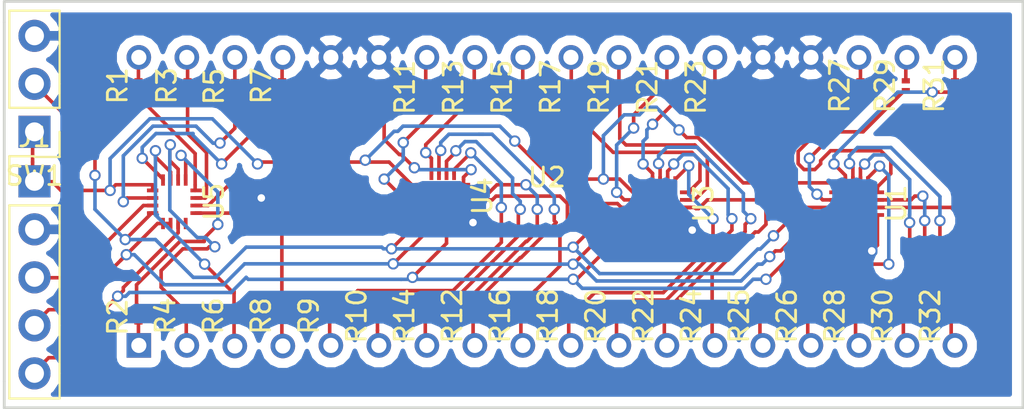
<source format=kicad_pcb>
(kicad_pcb (version 4) (host pcbnew 4.0.7)

  (general
    (links 98)
    (no_connects 2)
    (area 108.224999 69.124999 162.275001 90.775001)
    (thickness 1.6)
    (drawings 6)
    (tracks 652)
    (zones 0)
    (modules 39)
    (nets 75)
  )

  (page A4)
  (layers
    (0 F.Cu signal)
    (31 B.Cu signal)
    (32 B.Adhes user)
    (33 F.Adhes user)
    (34 B.Paste user)
    (35 F.Paste user)
    (36 B.SilkS user)
    (37 F.SilkS user)
    (38 B.Mask user)
    (39 F.Mask user)
    (40 Dwgs.User user)
    (41 Cmts.User user)
    (42 Eco1.User user)
    (43 Eco2.User user)
    (44 Edge.Cuts user)
    (45 Margin user)
    (46 B.CrtYd user)
    (47 F.CrtYd user)
    (48 B.Fab user)
    (49 F.Fab user hide)
  )

  (setup
    (last_trace_width 0.19)
    (trace_clearance 0.2)
    (zone_clearance 0.508)
    (zone_45_only no)
    (trace_min 0.127)
    (segment_width 0.2)
    (edge_width 0.15)
    (via_size 0.6)
    (via_drill 0.4)
    (via_min_size 0.2)
    (via_min_drill 0.3)
    (uvia_size 0.3)
    (uvia_drill 0.1)
    (uvias_allowed no)
    (uvia_min_size 0.2)
    (uvia_min_drill 0.1)
    (pcb_text_width 0.3)
    (pcb_text_size 1.5 1.5)
    (mod_edge_width 0.15)
    (mod_text_size 1 1)
    (mod_text_width 0.15)
    (pad_size 1.524 1.524)
    (pad_drill 0.762)
    (pad_to_mask_clearance 0.2)
    (aux_axis_origin 0 0)
    (visible_elements 7FFFFFFF)
    (pcbplotparams
      (layerselection 0x00030_80000001)
      (usegerberextensions false)
      (excludeedgelayer true)
      (linewidth 0.100000)
      (plotframeref false)
      (viasonmask false)
      (mode 1)
      (useauxorigin false)
      (hpglpennumber 1)
      (hpglpenspeed 20)
      (hpglpendiameter 15)
      (hpglpenoverlay 2)
      (psnegative false)
      (psa4output false)
      (plotreference true)
      (plotvalue true)
      (plotinvisibletext false)
      (padsonsilk false)
      (subtractmaskfromsilk false)
      (outputformat 1)
      (mirror false)
      (drillshape 1)
      (scaleselection 1)
      (outputdirectory ""))
  )

  (net 0 "")
  (net 1 "Net-(J1-Pad3)")
  (net 2 "Net-(J1-Pad4)")
  (net 3 "Net-(J1-Pad5)")
  (net 4 "Net-(R1-Pad1)")
  (net 5 "Net-(R1-Pad2)")
  (net 6 "Net-(R2-Pad1)")
  (net 7 "Net-(R2-Pad2)")
  (net 8 "Net-(R3-Pad1)")
  (net 9 "Net-(R3-Pad2)")
  (net 10 "Net-(R4-Pad1)")
  (net 11 "Net-(R4-Pad2)")
  (net 12 "Net-(R5-Pad1)")
  (net 13 "Net-(R5-Pad2)")
  (net 14 "Net-(R6-Pad1)")
  (net 15 "Net-(R6-Pad2)")
  (net 16 "Net-(R7-Pad1)")
  (net 17 "Net-(R7-Pad2)")
  (net 18 "Net-(R8-Pad1)")
  (net 19 "Net-(R8-Pad2)")
  (net 20 "Net-(R9-Pad1)")
  (net 21 "Net-(R9-Pad2)")
  (net 22 "Net-(R10-Pad1)")
  (net 23 "Net-(R10-Pad2)")
  (net 24 "Net-(R11-Pad1)")
  (net 25 "Net-(R11-Pad2)")
  (net 26 "Net-(R12-Pad1)")
  (net 27 "Net-(R12-Pad2)")
  (net 28 "Net-(R13-Pad1)")
  (net 29 "Net-(R13-Pad2)")
  (net 30 "Net-(R14-Pad1)")
  (net 31 "Net-(R14-Pad2)")
  (net 32 "Net-(R15-Pad1)")
  (net 33 "Net-(R15-Pad2)")
  (net 34 "Net-(R16-Pad1)")
  (net 35 "Net-(R16-Pad2)")
  (net 36 "Net-(R17-Pad1)")
  (net 37 "Net-(R17-Pad2)")
  (net 38 "Net-(R18-Pad1)")
  (net 39 "Net-(R18-Pad2)")
  (net 40 "Net-(R19-Pad1)")
  (net 41 "Net-(R19-Pad2)")
  (net 42 "Net-(R20-Pad1)")
  (net 43 "Net-(R20-Pad2)")
  (net 44 "Net-(R21-Pad1)")
  (net 45 "Net-(R21-Pad2)")
  (net 46 "Net-(R22-Pad1)")
  (net 47 "Net-(R22-Pad2)")
  (net 48 "Net-(R23-Pad1)")
  (net 49 "Net-(R23-Pad2)")
  (net 50 "Net-(R24-Pad1)")
  (net 51 "Net-(R24-Pad2)")
  (net 52 "Net-(R25-Pad1)")
  (net 53 "Net-(R25-Pad2)")
  (net 54 "Net-(R26-Pad1)")
  (net 55 "Net-(R26-Pad2)")
  (net 56 "Net-(R27-Pad1)")
  (net 57 "Net-(R27-Pad2)")
  (net 58 "Net-(R28-Pad1)")
  (net 59 "Net-(R28-Pad2)")
  (net 60 "Net-(R29-Pad1)")
  (net 61 "Net-(R29-Pad2)")
  (net 62 "Net-(R30-Pad1)")
  (net 63 "Net-(R30-Pad2)")
  (net 64 "Net-(R31-Pad1)")
  (net 65 "Net-(R31-Pad2)")
  (net 66 "Net-(R32-Pad1)")
  (net 67 "Net-(R32-Pad2)")
  (net 68 +5V)
  (net 69 "Net-(SW1-Pad2)")
  (net 70 GND)
  (net 71 "Net-(U1-Pad9)")
  (net 72 "Net-(U3-Pad9)")
  (net 73 "Net-(U4-Pad9)")
  (net 74 "Net-(U5-Pad9)")

  (net_class Default "This is the default net class."
    (clearance 0.2)
    (trace_width 0.19)
    (via_dia 0.6)
    (via_drill 0.4)
    (uvia_dia 0.3)
    (uvia_drill 0.1)
    (add_net +5V)
    (add_net GND)
    (add_net "Net-(J1-Pad3)")
    (add_net "Net-(J1-Pad4)")
    (add_net "Net-(J1-Pad5)")
    (add_net "Net-(R1-Pad1)")
    (add_net "Net-(R1-Pad2)")
    (add_net "Net-(R10-Pad1)")
    (add_net "Net-(R10-Pad2)")
    (add_net "Net-(R11-Pad1)")
    (add_net "Net-(R11-Pad2)")
    (add_net "Net-(R12-Pad1)")
    (add_net "Net-(R12-Pad2)")
    (add_net "Net-(R13-Pad1)")
    (add_net "Net-(R13-Pad2)")
    (add_net "Net-(R14-Pad1)")
    (add_net "Net-(R14-Pad2)")
    (add_net "Net-(R15-Pad1)")
    (add_net "Net-(R15-Pad2)")
    (add_net "Net-(R16-Pad1)")
    (add_net "Net-(R16-Pad2)")
    (add_net "Net-(R17-Pad1)")
    (add_net "Net-(R17-Pad2)")
    (add_net "Net-(R18-Pad1)")
    (add_net "Net-(R18-Pad2)")
    (add_net "Net-(R19-Pad1)")
    (add_net "Net-(R19-Pad2)")
    (add_net "Net-(R2-Pad1)")
    (add_net "Net-(R2-Pad2)")
    (add_net "Net-(R20-Pad1)")
    (add_net "Net-(R20-Pad2)")
    (add_net "Net-(R21-Pad1)")
    (add_net "Net-(R21-Pad2)")
    (add_net "Net-(R22-Pad1)")
    (add_net "Net-(R22-Pad2)")
    (add_net "Net-(R23-Pad1)")
    (add_net "Net-(R23-Pad2)")
    (add_net "Net-(R24-Pad1)")
    (add_net "Net-(R24-Pad2)")
    (add_net "Net-(R25-Pad1)")
    (add_net "Net-(R25-Pad2)")
    (add_net "Net-(R26-Pad1)")
    (add_net "Net-(R26-Pad2)")
    (add_net "Net-(R27-Pad1)")
    (add_net "Net-(R27-Pad2)")
    (add_net "Net-(R28-Pad1)")
    (add_net "Net-(R28-Pad2)")
    (add_net "Net-(R29-Pad1)")
    (add_net "Net-(R29-Pad2)")
    (add_net "Net-(R3-Pad1)")
    (add_net "Net-(R3-Pad2)")
    (add_net "Net-(R30-Pad1)")
    (add_net "Net-(R30-Pad2)")
    (add_net "Net-(R31-Pad1)")
    (add_net "Net-(R31-Pad2)")
    (add_net "Net-(R32-Pad1)")
    (add_net "Net-(R32-Pad2)")
    (add_net "Net-(R4-Pad1)")
    (add_net "Net-(R4-Pad2)")
    (add_net "Net-(R5-Pad1)")
    (add_net "Net-(R5-Pad2)")
    (add_net "Net-(R6-Pad1)")
    (add_net "Net-(R6-Pad2)")
    (add_net "Net-(R7-Pad1)")
    (add_net "Net-(R7-Pad2)")
    (add_net "Net-(R8-Pad1)")
    (add_net "Net-(R8-Pad2)")
    (add_net "Net-(R9-Pad1)")
    (add_net "Net-(R9-Pad2)")
    (add_net "Net-(SW1-Pad2)")
    (add_net "Net-(U1-Pad9)")
    (add_net "Net-(U3-Pad9)")
    (add_net "Net-(U4-Pad9)")
    (add_net "Net-(U5-Pad9)")
  )

  (module my_foot_prints:FourDigitSevenSegmentDisplay (layer F.Cu) (tedit 5B135982) (tstamp 5B1CC933)
    (at 115.42 87.4)
    (descr "JST PUD series connector, dual row, B36B-PUDSS, top entry type, through hole")
    (tags "connector jst pud vertical")
    (path /5B140E2D)
    (fp_text reference U2 (at 21.59 -8.89) (layer F.SilkS)
      (effects (font (size 1 1) (thickness 0.15)))
    )
    (fp_text value 4-DigitSevenSegment (at 21.59 -3.81) (layer F.Fab)
      (effects (font (size 1 1) (thickness 0.15)))
    )
    (fp_line (start -3.56 1.88) (end -3.56 -17.12) (layer F.CrtYd) (width 0.05))
    (fp_line (start -3.56 1.88) (end 46.74 1.88) (layer F.CrtYd) (width 0.05))
    (fp_line (start 46.74 -17.12) (end 46.74 1.88) (layer F.CrtYd) (width 0.05))
    (fp_line (start -3.56 -17.1) (end 46.74 -17.12) (layer F.CrtYd) (width 0.05))
    (fp_text user %R (at 21.59 -8.89) (layer F.Fab)
      (effects (font (size 1 1) (thickness 0.15)))
    )
    (pad 1 thru_hole rect (at 0 0 90) (size 1.3 1.3) (drill 0.8) (layers *.Cu *.Mask)
      (net 6 "Net-(R2-Pad1)"))
    (pad 3 thru_hole circle (at 5.08 0.031183 180) (size 1.3 1.3) (drill 0.8) (layers *.Cu *.Mask)
      (net 14 "Net-(R6-Pad1)"))
    (pad 5 thru_hole circle (at 10.16 0) (size 1.3 1.3) (drill 0.8) (layers *.Cu *.Mask)
      (net 20 "Net-(R9-Pad1)"))
    (pad 7 thru_hole circle (at 15.24 0) (size 1.3 1.3) (drill 0.8) (layers *.Cu *.Mask)
      (net 30 "Net-(R14-Pad1)"))
    (pad 9 thru_hole circle (at 20.32 0) (size 1.3 1.3) (drill 0.8) (layers *.Cu *.Mask)
      (net 34 "Net-(R16-Pad1)"))
    (pad 11 thru_hole circle (at 25.4 0) (size 1.3 1.3) (drill 0.8) (layers *.Cu *.Mask)
      (net 42 "Net-(R20-Pad1)"))
    (pad 13 thru_hole circle (at 30.48 0) (size 1.3 1.3) (drill 0.8) (layers *.Cu *.Mask)
      (net 50 "Net-(R24-Pad1)"))
    (pad 15 thru_hole circle (at 35.56 0) (size 1.3 1.3) (drill 0.8) (layers *.Cu *.Mask)
      (net 54 "Net-(R26-Pad1)"))
    (pad 17 thru_hole circle (at 40.64 0) (size 1.3 1.3) (drill 0.8) (layers *.Cu *.Mask)
      (net 62 "Net-(R30-Pad1)"))
    (pad 19 thru_hole circle (at 43.18 -15.24) (size 1.3 1.3) (drill 0.8) (layers *.Cu *.Mask)
      (net 65 "Net-(R31-Pad2)"))
    (pad 21 thru_hole circle (at 38.1 -15.24) (size 1.3 1.3) (drill 0.8) (layers *.Cu *.Mask)
      (net 57 "Net-(R27-Pad2)"))
    (pad 23 thru_hole circle (at 33.02 -15.24) (size 1.3 1.3) (drill 0.8) (layers *.Cu *.Mask)
      (net 70 GND))
    (pad 25 thru_hole circle (at 27.94 -15.24) (size 1.3 1.3) (drill 0.8) (layers *.Cu *.Mask)
      (net 45 "Net-(R21-Pad2)"))
    (pad 27 thru_hole circle (at 22.86 -15.24) (size 1.3 1.3) (drill 0.8) (layers *.Cu *.Mask)
      (net 37 "Net-(R17-Pad2)"))
    (pad 29 thru_hole circle (at 17.78 -15.24) (size 1.3 1.3) (drill 0.8) (layers *.Cu *.Mask)
      (net 29 "Net-(R13-Pad2)"))
    (pad 31 thru_hole circle (at 12.7 -15.24) (size 1.3 1.3) (drill 0.8) (layers *.Cu *.Mask)
      (net 70 GND))
    (pad 33 thru_hole circle (at 7.62 -15.24) (size 1.3 1.3) (drill 0.8) (layers *.Cu *.Mask)
      (net 17 "Net-(R7-Pad2)"))
    (pad 35 thru_hole circle (at 2.54 -15.24) (size 1.3 1.3) (drill 0.8) (layers *.Cu *.Mask)
      (net 9 "Net-(R3-Pad2)"))
    (pad 2 thru_hole circle (at 2.54 0 90) (size 1.3 1.3) (drill 0.8) (layers *.Cu *.Mask)
      (net 10 "Net-(R4-Pad1)"))
    (pad 4 thru_hole circle (at 7.62 0.031183 90) (size 1.3 1.3) (drill 0.8) (layers *.Cu *.Mask)
      (net 18 "Net-(R8-Pad1)"))
    (pad 6 thru_hole circle (at 12.7 0) (size 1.3 1.3) (drill 0.8) (layers *.Cu *.Mask)
      (net 22 "Net-(R10-Pad1)"))
    (pad 8 thru_hole circle (at 17.78 0) (size 1.3 1.3) (drill 0.8) (layers *.Cu *.Mask)
      (net 26 "Net-(R12-Pad1)"))
    (pad 10 thru_hole circle (at 22.86 0) (size 1.3 1.3) (drill 0.8) (layers *.Cu *.Mask)
      (net 38 "Net-(R18-Pad1)"))
    (pad 12 thru_hole circle (at 27.94 0) (size 1.3 1.3) (drill 0.8) (layers *.Cu *.Mask)
      (net 46 "Net-(R22-Pad1)"))
    (pad 14 thru_hole circle (at 33.02 0) (size 1.3 1.3) (drill 0.8) (layers *.Cu *.Mask)
      (net 52 "Net-(R25-Pad1)"))
    (pad 16 thru_hole circle (at 38.1 0) (size 1.3 1.3) (drill 0.8) (layers *.Cu *.Mask)
      (net 58 "Net-(R28-Pad1)"))
    (pad 18 thru_hole circle (at 43.18 0) (size 1.3 1.3) (drill 0.8) (layers *.Cu *.Mask)
      (net 66 "Net-(R32-Pad1)"))
    (pad 20 thru_hole circle (at 40.64 -15.24) (size 1.3 1.3) (drill 0.8) (layers *.Cu *.Mask)
      (net 61 "Net-(R29-Pad2)"))
    (pad 22 thru_hole circle (at 35.56 -15.24) (size 1.3 1.3) (drill 0.8) (layers *.Cu *.Mask)
      (net 70 GND))
    (pad 24 thru_hole circle (at 30.48 -15.24) (size 1.3 1.3) (drill 0.8) (layers *.Cu *.Mask)
      (net 49 "Net-(R23-Pad2)"))
    (pad 26 thru_hole circle (at 25.4 -15.24) (size 1.3 1.3) (drill 0.8) (layers *.Cu *.Mask)
      (net 41 "Net-(R19-Pad2)"))
    (pad 28 thru_hole circle (at 20.32 -15.24) (size 1.3 1.3) (drill 0.8) (layers *.Cu *.Mask)
      (net 33 "Net-(R15-Pad2)"))
    (pad 30 thru_hole circle (at 15.24 -15.24) (size 1.3 1.3) (drill 0.8) (layers *.Cu *.Mask)
      (net 25 "Net-(R11-Pad2)"))
    (pad 32 thru_hole circle (at 10.16 -15.24) (size 1.3 1.3) (drill 0.8) (layers *.Cu *.Mask)
      (net 70 GND))
    (pad 34 thru_hole circle (at 5.08 -15.24) (size 1.3 1.3) (drill 0.8) (layers *.Cu *.Mask)
      (net 13 "Net-(R5-Pad2)"))
    (pad 36 thru_hole circle (at 0 -15.24) (size 1.3 1.3) (drill 0.8) (layers *.Cu *.Mask)
      (net 5 "Net-(R1-Pad2)"))
    (model Connectors_JST.3dshapes/JST_PUD_B36B-PUDSS_2x18x2.00mm_Straight.wrl
      (at (xyz 0 0 0))
      (scale (xyz 1 1 1))
      (rotate (xyz 0 0 0))
    )
  )

  (module Socket_Strips:Socket_Strip_Straight_1x05_Pitch2.54mm (layer F.Cu) (tedit 58CD5446) (tstamp 5B1CC830)
    (at 109.9 78.72)
    (descr "Through hole straight socket strip, 1x05, 2.54mm pitch, single row")
    (tags "Through hole socket strip THT 1x05 2.54mm single row")
    (path /5B1D1000)
    (fp_text reference J1 (at 0 -2.33) (layer F.SilkS)
      (effects (font (size 1 1) (thickness 0.15)))
    )
    (fp_text value Conn_01x05_Male (at 0 12.49) (layer F.Fab)
      (effects (font (size 1 1) (thickness 0.15)))
    )
    (fp_line (start -1.27 -1.27) (end -1.27 11.43) (layer F.Fab) (width 0.1))
    (fp_line (start -1.27 11.43) (end 1.27 11.43) (layer F.Fab) (width 0.1))
    (fp_line (start 1.27 11.43) (end 1.27 -1.27) (layer F.Fab) (width 0.1))
    (fp_line (start 1.27 -1.27) (end -1.27 -1.27) (layer F.Fab) (width 0.1))
    (fp_line (start -1.33 1.27) (end -1.33 11.49) (layer F.SilkS) (width 0.12))
    (fp_line (start -1.33 11.49) (end 1.33 11.49) (layer F.SilkS) (width 0.12))
    (fp_line (start 1.33 11.49) (end 1.33 1.27) (layer F.SilkS) (width 0.12))
    (fp_line (start 1.33 1.27) (end -1.33 1.27) (layer F.SilkS) (width 0.12))
    (fp_line (start -1.33 0) (end -1.33 -1.33) (layer F.SilkS) (width 0.12))
    (fp_line (start -1.33 -1.33) (end 0 -1.33) (layer F.SilkS) (width 0.12))
    (fp_line (start -1.8 -1.8) (end -1.8 11.95) (layer F.CrtYd) (width 0.05))
    (fp_line (start -1.8 11.95) (end 1.8 11.95) (layer F.CrtYd) (width 0.05))
    (fp_line (start 1.8 11.95) (end 1.8 -1.8) (layer F.CrtYd) (width 0.05))
    (fp_line (start 1.8 -1.8) (end -1.8 -1.8) (layer F.CrtYd) (width 0.05))
    (fp_text user %R (at 0 -2.33) (layer F.Fab)
      (effects (font (size 1 1) (thickness 0.15)))
    )
    (pad 1 thru_hole rect (at 0 0) (size 1.7 1.7) (drill 1) (layers *.Cu *.Mask)
      (net 68 +5V))
    (pad 2 thru_hole oval (at 0 2.54) (size 1.7 1.7) (drill 1) (layers *.Cu *.Mask)
      (net 70 GND))
    (pad 3 thru_hole oval (at 0 5.08) (size 1.7 1.7) (drill 1) (layers *.Cu *.Mask)
      (net 1 "Net-(J1-Pad3)"))
    (pad 4 thru_hole oval (at 0 7.62) (size 1.7 1.7) (drill 1) (layers *.Cu *.Mask)
      (net 2 "Net-(J1-Pad4)"))
    (pad 5 thru_hole oval (at 0 10.16) (size 1.7 1.7) (drill 1) (layers *.Cu *.Mask)
      (net 3 "Net-(J1-Pad5)"))
    (model ${KISYS3DMOD}/Socket_Strips.3dshapes/Socket_Strip_Straight_1x05_Pitch2.54mm.wrl
      (at (xyz 0 -0.2 0))
      (scale (xyz 1 1 1))
      (rotate (xyz 0 0 270))
    )
  )

  (module Socket_Strips:Socket_Strip_Straight_1x03_Pitch2.54mm (layer F.Cu) (tedit 58CD5446) (tstamp 5B1CC8F7)
    (at 109.9 76.1 180)
    (descr "Through hole straight socket strip, 1x03, 2.54mm pitch, single row")
    (tags "Through hole socket strip THT 1x03 2.54mm single row")
    (path /5B1D0E16)
    (fp_text reference SW1 (at 0 -2.33 180) (layer F.SilkS)
      (effects (font (size 1 1) (thickness 0.15)))
    )
    (fp_text value SW_Push_SPDT (at 0 7.41 180) (layer F.Fab)
      (effects (font (size 1 1) (thickness 0.15)))
    )
    (fp_line (start -1.27 -1.27) (end -1.27 6.35) (layer F.Fab) (width 0.1))
    (fp_line (start -1.27 6.35) (end 1.27 6.35) (layer F.Fab) (width 0.1))
    (fp_line (start 1.27 6.35) (end 1.27 -1.27) (layer F.Fab) (width 0.1))
    (fp_line (start 1.27 -1.27) (end -1.27 -1.27) (layer F.Fab) (width 0.1))
    (fp_line (start -1.33 1.27) (end -1.33 6.41) (layer F.SilkS) (width 0.12))
    (fp_line (start -1.33 6.41) (end 1.33 6.41) (layer F.SilkS) (width 0.12))
    (fp_line (start 1.33 6.41) (end 1.33 1.27) (layer F.SilkS) (width 0.12))
    (fp_line (start 1.33 1.27) (end -1.33 1.27) (layer F.SilkS) (width 0.12))
    (fp_line (start -1.33 0) (end -1.33 -1.33) (layer F.SilkS) (width 0.12))
    (fp_line (start -1.33 -1.33) (end 0 -1.33) (layer F.SilkS) (width 0.12))
    (fp_line (start -1.8 -1.8) (end -1.8 6.85) (layer F.CrtYd) (width 0.05))
    (fp_line (start -1.8 6.85) (end 1.8 6.85) (layer F.CrtYd) (width 0.05))
    (fp_line (start 1.8 6.85) (end 1.8 -1.8) (layer F.CrtYd) (width 0.05))
    (fp_line (start 1.8 -1.8) (end -1.8 -1.8) (layer F.CrtYd) (width 0.05))
    (fp_text user %R (at 0 -2.33 180) (layer F.Fab)
      (effects (font (size 1 1) (thickness 0.15)))
    )
    (pad 1 thru_hole rect (at 0 0 180) (size 1.7 1.7) (drill 1) (layers *.Cu *.Mask)
      (net 68 +5V))
    (pad 2 thru_hole oval (at 0 2.54 180) (size 1.7 1.7) (drill 1) (layers *.Cu *.Mask)
      (net 69 "Net-(SW1-Pad2)"))
    (pad 3 thru_hole oval (at 0 5.08 180) (size 1.7 1.7) (drill 1) (layers *.Cu *.Mask)
      (net 70 GND))
    (model ${KISYS3DMOD}/Socket_Strips.3dshapes/Socket_Strip_Straight_1x03_Pitch2.54mm.wrl
      (at (xyz 0 -0.1 0))
      (scale (xyz 1 1 1))
      (rotate (xyz 0 0 270))
    )
  )

  (module Resistors_SMD:R_0201_NoSilk (layer F.Cu) (tedit 58E0A804) (tstamp 5B1CCDEA)
    (at 115.4 73.66 90)
    (descr "Resistor SMD 0201, reflow soldering, Vishay (see crcw0201e3.pdf)")
    (tags "resistor 0201")
    (path /5B132550)
    (attr smd)
    (fp_text reference R1 (at 0 -1.1 90) (layer F.SilkS)
      (effects (font (size 1 1) (thickness 0.15)))
    )
    (fp_text value R_Small (at 0 1.15 90) (layer F.Fab)
      (effects (font (size 1 1) (thickness 0.15)))
    )
    (fp_text user %R (at 0 -1.1 90) (layer F.Fab)
      (effects (font (size 1 1) (thickness 0.15)))
    )
    (fp_line (start -0.3 0.15) (end -0.3 -0.15) (layer F.Fab) (width 0.1))
    (fp_line (start 0.3 0.15) (end -0.3 0.15) (layer F.Fab) (width 0.1))
    (fp_line (start 0.3 -0.15) (end 0.3 0.15) (layer F.Fab) (width 0.1))
    (fp_line (start -0.3 -0.15) (end 0.3 -0.15) (layer F.Fab) (width 0.1))
    (fp_line (start -0.55 -0.37) (end 0.55 -0.37) (layer F.CrtYd) (width 0.05))
    (fp_line (start -0.55 -0.37) (end -0.55 0.36) (layer F.CrtYd) (width 0.05))
    (fp_line (start 0.55 0.36) (end 0.55 -0.37) (layer F.CrtYd) (width 0.05))
    (fp_line (start 0.55 0.36) (end -0.55 0.36) (layer F.CrtYd) (width 0.05))
    (pad 1 smd rect (at -0.26 0 90) (size 0.28 0.43) (layers F.Cu F.Paste F.Mask)
      (net 4 "Net-(R1-Pad1)"))
    (pad 2 smd rect (at 0.26 0 90) (size 0.28 0.43) (layers F.Cu F.Paste F.Mask)
      (net 5 "Net-(R1-Pad2)"))
    (model ${KISYS3DMOD}/Resistors_SMD.3dshapes/R_0201.wrl
      (at (xyz 0 0 0))
      (scale (xyz 1 1 1))
      (rotate (xyz 0 0 0))
    )
  )

  (module Resistors_SMD:R_0201_NoSilk (layer F.Cu) (tedit 58E0A804) (tstamp 5B1CCDF0)
    (at 115.4 85.9 90)
    (descr "Resistor SMD 0201, reflow soldering, Vishay (see crcw0201e3.pdf)")
    (tags "resistor 0201")
    (path /5B131F1F)
    (attr smd)
    (fp_text reference R2 (at 0 -1.1 90) (layer F.SilkS)
      (effects (font (size 1 1) (thickness 0.15)))
    )
    (fp_text value R_Small (at 0 1.15 90) (layer F.Fab)
      (effects (font (size 1 1) (thickness 0.15)))
    )
    (fp_text user %R (at 0 -1.1 90) (layer F.Fab)
      (effects (font (size 1 1) (thickness 0.15)))
    )
    (fp_line (start -0.3 0.15) (end -0.3 -0.15) (layer F.Fab) (width 0.1))
    (fp_line (start 0.3 0.15) (end -0.3 0.15) (layer F.Fab) (width 0.1))
    (fp_line (start 0.3 -0.15) (end 0.3 0.15) (layer F.Fab) (width 0.1))
    (fp_line (start -0.3 -0.15) (end 0.3 -0.15) (layer F.Fab) (width 0.1))
    (fp_line (start -0.55 -0.37) (end 0.55 -0.37) (layer F.CrtYd) (width 0.05))
    (fp_line (start -0.55 -0.37) (end -0.55 0.36) (layer F.CrtYd) (width 0.05))
    (fp_line (start 0.55 0.36) (end 0.55 -0.37) (layer F.CrtYd) (width 0.05))
    (fp_line (start 0.55 0.36) (end -0.55 0.36) (layer F.CrtYd) (width 0.05))
    (pad 1 smd rect (at -0.26 0 90) (size 0.28 0.43) (layers F.Cu F.Paste F.Mask)
      (net 6 "Net-(R2-Pad1)"))
    (pad 2 smd rect (at 0.26 0 90) (size 0.28 0.43) (layers F.Cu F.Paste F.Mask)
      (net 7 "Net-(R2-Pad2)"))
    (model ${KISYS3DMOD}/Resistors_SMD.3dshapes/R_0201.wrl
      (at (xyz 0 0 0))
      (scale (xyz 1 1 1))
      (rotate (xyz 0 0 0))
    )
  )

  (module Resistors_SMD:R_0201_NoSilk (layer F.Cu) (tedit 58E0A804) (tstamp 5B1CCDF6)
    (at 118 73.66 90)
    (descr "Resistor SMD 0201, reflow soldering, Vishay (see crcw0201e3.pdf)")
    (tags "resistor 0201")
    (path /5B132556)
    (attr smd)
    (fp_text reference R3 (at 0 -1.1 90) (layer F.SilkS)
      (effects (font (size 1 1) (thickness 0.15)))
    )
    (fp_text value R_Small (at 0 1.15 90) (layer F.Fab)
      (effects (font (size 1 1) (thickness 0.15)))
    )
    (fp_text user %R (at 0 -1.1 90) (layer F.Fab)
      (effects (font (size 1 1) (thickness 0.15)))
    )
    (fp_line (start -0.3 0.15) (end -0.3 -0.15) (layer F.Fab) (width 0.1))
    (fp_line (start 0.3 0.15) (end -0.3 0.15) (layer F.Fab) (width 0.1))
    (fp_line (start 0.3 -0.15) (end 0.3 0.15) (layer F.Fab) (width 0.1))
    (fp_line (start -0.3 -0.15) (end 0.3 -0.15) (layer F.Fab) (width 0.1))
    (fp_line (start -0.55 -0.37) (end 0.55 -0.37) (layer F.CrtYd) (width 0.05))
    (fp_line (start -0.55 -0.37) (end -0.55 0.36) (layer F.CrtYd) (width 0.05))
    (fp_line (start 0.55 0.36) (end 0.55 -0.37) (layer F.CrtYd) (width 0.05))
    (fp_line (start 0.55 0.36) (end -0.55 0.36) (layer F.CrtYd) (width 0.05))
    (pad 1 smd rect (at -0.26 0 90) (size 0.28 0.43) (layers F.Cu F.Paste F.Mask)
      (net 8 "Net-(R3-Pad1)"))
    (pad 2 smd rect (at 0.26 0 90) (size 0.28 0.43) (layers F.Cu F.Paste F.Mask)
      (net 9 "Net-(R3-Pad2)"))
    (model ${KISYS3DMOD}/Resistors_SMD.3dshapes/R_0201.wrl
      (at (xyz 0 0 0))
      (scale (xyz 1 1 1))
      (rotate (xyz 0 0 0))
    )
  )

  (module Resistors_SMD:R_0201_NoSilk (layer F.Cu) (tedit 58E0A804) (tstamp 5B1CCDFC)
    (at 117.929411 85.84 90)
    (descr "Resistor SMD 0201, reflow soldering, Vishay (see crcw0201e3.pdf)")
    (tags "resistor 0201")
    (path /5B131F88)
    (attr smd)
    (fp_text reference R4 (at 0 -1.1 90) (layer F.SilkS)
      (effects (font (size 1 1) (thickness 0.15)))
    )
    (fp_text value R_Small (at 0 1.15 90) (layer F.Fab)
      (effects (font (size 1 1) (thickness 0.15)))
    )
    (fp_text user %R (at 0 -1.1 90) (layer F.Fab)
      (effects (font (size 1 1) (thickness 0.15)))
    )
    (fp_line (start -0.3 0.15) (end -0.3 -0.15) (layer F.Fab) (width 0.1))
    (fp_line (start 0.3 0.15) (end -0.3 0.15) (layer F.Fab) (width 0.1))
    (fp_line (start 0.3 -0.15) (end 0.3 0.15) (layer F.Fab) (width 0.1))
    (fp_line (start -0.3 -0.15) (end 0.3 -0.15) (layer F.Fab) (width 0.1))
    (fp_line (start -0.55 -0.37) (end 0.55 -0.37) (layer F.CrtYd) (width 0.05))
    (fp_line (start -0.55 -0.37) (end -0.55 0.36) (layer F.CrtYd) (width 0.05))
    (fp_line (start 0.55 0.36) (end 0.55 -0.37) (layer F.CrtYd) (width 0.05))
    (fp_line (start 0.55 0.36) (end -0.55 0.36) (layer F.CrtYd) (width 0.05))
    (pad 1 smd rect (at -0.26 0 90) (size 0.28 0.43) (layers F.Cu F.Paste F.Mask)
      (net 10 "Net-(R4-Pad1)"))
    (pad 2 smd rect (at 0.26 0 90) (size 0.28 0.43) (layers F.Cu F.Paste F.Mask)
      (net 11 "Net-(R4-Pad2)"))
    (model ${KISYS3DMOD}/Resistors_SMD.3dshapes/R_0201.wrl
      (at (xyz 0 0 0))
      (scale (xyz 1 1 1))
      (rotate (xyz 0 0 0))
    )
  )

  (module Resistors_SMD:R_0201_NoSilk (layer F.Cu) (tedit 58E0A804) (tstamp 5B1CCE02)
    (at 120.5 73.7 90)
    (descr "Resistor SMD 0201, reflow soldering, Vishay (see crcw0201e3.pdf)")
    (tags "resistor 0201")
    (path /5B132562)
    (attr smd)
    (fp_text reference R5 (at 0 -1.1 90) (layer F.SilkS)
      (effects (font (size 1 1) (thickness 0.15)))
    )
    (fp_text value R_Small (at 0 1.15 90) (layer F.Fab)
      (effects (font (size 1 1) (thickness 0.15)))
    )
    (fp_text user %R (at 0 -1.1 90) (layer F.Fab)
      (effects (font (size 1 1) (thickness 0.15)))
    )
    (fp_line (start -0.3 0.15) (end -0.3 -0.15) (layer F.Fab) (width 0.1))
    (fp_line (start 0.3 0.15) (end -0.3 0.15) (layer F.Fab) (width 0.1))
    (fp_line (start 0.3 -0.15) (end 0.3 0.15) (layer F.Fab) (width 0.1))
    (fp_line (start -0.3 -0.15) (end 0.3 -0.15) (layer F.Fab) (width 0.1))
    (fp_line (start -0.55 -0.37) (end 0.55 -0.37) (layer F.CrtYd) (width 0.05))
    (fp_line (start -0.55 -0.37) (end -0.55 0.36) (layer F.CrtYd) (width 0.05))
    (fp_line (start 0.55 0.36) (end 0.55 -0.37) (layer F.CrtYd) (width 0.05))
    (fp_line (start 0.55 0.36) (end -0.55 0.36) (layer F.CrtYd) (width 0.05))
    (pad 1 smd rect (at -0.26 0 90) (size 0.28 0.43) (layers F.Cu F.Paste F.Mask)
      (net 12 "Net-(R5-Pad1)"))
    (pad 2 smd rect (at 0.26 0 90) (size 0.28 0.43) (layers F.Cu F.Paste F.Mask)
      (net 13 "Net-(R5-Pad2)"))
    (model ${KISYS3DMOD}/Resistors_SMD.3dshapes/R_0201.wrl
      (at (xyz 0 0 0))
      (scale (xyz 1 1 1))
      (rotate (xyz 0 0 0))
    )
  )

  (module Resistors_SMD:R_0201_NoSilk (layer F.Cu) (tedit 58E0A804) (tstamp 5B1CCE08)
    (at 120.458822 85.84 90)
    (descr "Resistor SMD 0201, reflow soldering, Vishay (see crcw0201e3.pdf)")
    (tags "resistor 0201")
    (path /5B131FC7)
    (attr smd)
    (fp_text reference R6 (at 0 -1.1 90) (layer F.SilkS)
      (effects (font (size 1 1) (thickness 0.15)))
    )
    (fp_text value R_Small (at 0 1.15 90) (layer F.Fab)
      (effects (font (size 1 1) (thickness 0.15)))
    )
    (fp_text user %R (at 0 -1.1 90) (layer F.Fab)
      (effects (font (size 1 1) (thickness 0.15)))
    )
    (fp_line (start -0.3 0.15) (end -0.3 -0.15) (layer F.Fab) (width 0.1))
    (fp_line (start 0.3 0.15) (end -0.3 0.15) (layer F.Fab) (width 0.1))
    (fp_line (start 0.3 -0.15) (end 0.3 0.15) (layer F.Fab) (width 0.1))
    (fp_line (start -0.3 -0.15) (end 0.3 -0.15) (layer F.Fab) (width 0.1))
    (fp_line (start -0.55 -0.37) (end 0.55 -0.37) (layer F.CrtYd) (width 0.05))
    (fp_line (start -0.55 -0.37) (end -0.55 0.36) (layer F.CrtYd) (width 0.05))
    (fp_line (start 0.55 0.36) (end 0.55 -0.37) (layer F.CrtYd) (width 0.05))
    (fp_line (start 0.55 0.36) (end -0.55 0.36) (layer F.CrtYd) (width 0.05))
    (pad 1 smd rect (at -0.26 0 90) (size 0.28 0.43) (layers F.Cu F.Paste F.Mask)
      (net 14 "Net-(R6-Pad1)"))
    (pad 2 smd rect (at 0.26 0 90) (size 0.28 0.43) (layers F.Cu F.Paste F.Mask)
      (net 15 "Net-(R6-Pad2)"))
    (model ${KISYS3DMOD}/Resistors_SMD.3dshapes/R_0201.wrl
      (at (xyz 0 0 0))
      (scale (xyz 1 1 1))
      (rotate (xyz 0 0 0))
    )
  )

  (module Resistors_SMD:R_0201_NoSilk (layer F.Cu) (tedit 58E0A804) (tstamp 5B1CCE0E)
    (at 123 73.66 90)
    (descr "Resistor SMD 0201, reflow soldering, Vishay (see crcw0201e3.pdf)")
    (tags "resistor 0201")
    (path /5B132568)
    (attr smd)
    (fp_text reference R7 (at 0 -1.1 90) (layer F.SilkS)
      (effects (font (size 1 1) (thickness 0.15)))
    )
    (fp_text value R_Small (at 0 1.15 90) (layer F.Fab)
      (effects (font (size 1 1) (thickness 0.15)))
    )
    (fp_text user %R (at 0 -1.1 90) (layer F.Fab)
      (effects (font (size 1 1) (thickness 0.15)))
    )
    (fp_line (start -0.3 0.15) (end -0.3 -0.15) (layer F.Fab) (width 0.1))
    (fp_line (start 0.3 0.15) (end -0.3 0.15) (layer F.Fab) (width 0.1))
    (fp_line (start 0.3 -0.15) (end 0.3 0.15) (layer F.Fab) (width 0.1))
    (fp_line (start -0.3 -0.15) (end 0.3 -0.15) (layer F.Fab) (width 0.1))
    (fp_line (start -0.55 -0.37) (end 0.55 -0.37) (layer F.CrtYd) (width 0.05))
    (fp_line (start -0.55 -0.37) (end -0.55 0.36) (layer F.CrtYd) (width 0.05))
    (fp_line (start 0.55 0.36) (end 0.55 -0.37) (layer F.CrtYd) (width 0.05))
    (fp_line (start 0.55 0.36) (end -0.55 0.36) (layer F.CrtYd) (width 0.05))
    (pad 1 smd rect (at -0.26 0 90) (size 0.28 0.43) (layers F.Cu F.Paste F.Mask)
      (net 16 "Net-(R7-Pad1)"))
    (pad 2 smd rect (at 0.26 0 90) (size 0.28 0.43) (layers F.Cu F.Paste F.Mask)
      (net 17 "Net-(R7-Pad2)"))
    (model ${KISYS3DMOD}/Resistors_SMD.3dshapes/R_0201.wrl
      (at (xyz 0 0 0))
      (scale (xyz 1 1 1))
      (rotate (xyz 0 0 0))
    )
  )

  (module Resistors_SMD:R_0201_NoSilk (layer F.Cu) (tedit 58E0A804) (tstamp 5B1CCE14)
    (at 122.988233 85.84 90)
    (descr "Resistor SMD 0201, reflow soldering, Vishay (see crcw0201e3.pdf)")
    (tags "resistor 0201")
    (path /5B131FF1)
    (attr smd)
    (fp_text reference R8 (at 0 -1.1 90) (layer F.SilkS)
      (effects (font (size 1 1) (thickness 0.15)))
    )
    (fp_text value R_Small (at 0 1.15 90) (layer F.Fab)
      (effects (font (size 1 1) (thickness 0.15)))
    )
    (fp_text user %R (at 0 -1.1 90) (layer F.Fab)
      (effects (font (size 1 1) (thickness 0.15)))
    )
    (fp_line (start -0.3 0.15) (end -0.3 -0.15) (layer F.Fab) (width 0.1))
    (fp_line (start 0.3 0.15) (end -0.3 0.15) (layer F.Fab) (width 0.1))
    (fp_line (start 0.3 -0.15) (end 0.3 0.15) (layer F.Fab) (width 0.1))
    (fp_line (start -0.3 -0.15) (end 0.3 -0.15) (layer F.Fab) (width 0.1))
    (fp_line (start -0.55 -0.37) (end 0.55 -0.37) (layer F.CrtYd) (width 0.05))
    (fp_line (start -0.55 -0.37) (end -0.55 0.36) (layer F.CrtYd) (width 0.05))
    (fp_line (start 0.55 0.36) (end 0.55 -0.37) (layer F.CrtYd) (width 0.05))
    (fp_line (start 0.55 0.36) (end -0.55 0.36) (layer F.CrtYd) (width 0.05))
    (pad 1 smd rect (at -0.26 0 90) (size 0.28 0.43) (layers F.Cu F.Paste F.Mask)
      (net 18 "Net-(R8-Pad1)"))
    (pad 2 smd rect (at 0.26 0 90) (size 0.28 0.43) (layers F.Cu F.Paste F.Mask)
      (net 19 "Net-(R8-Pad2)"))
    (model ${KISYS3DMOD}/Resistors_SMD.3dshapes/R_0201.wrl
      (at (xyz 0 0 0))
      (scale (xyz 1 1 1))
      (rotate (xyz 0 0 0))
    )
  )

  (module Resistors_SMD:R_0201_NoSilk (layer F.Cu) (tedit 58E0A804) (tstamp 5B1CCE1A)
    (at 125.517644 85.84 90)
    (descr "Resistor SMD 0201, reflow soldering, Vishay (see crcw0201e3.pdf)")
    (tags "resistor 0201")
    (path /5B141394)
    (attr smd)
    (fp_text reference R9 (at 0 -1.1 90) (layer F.SilkS)
      (effects (font (size 1 1) (thickness 0.15)))
    )
    (fp_text value R_Small (at 0 1.15 90) (layer F.Fab)
      (effects (font (size 1 1) (thickness 0.15)))
    )
    (fp_text user %R (at 0 -1.1 90) (layer F.Fab)
      (effects (font (size 1 1) (thickness 0.15)))
    )
    (fp_line (start -0.3 0.15) (end -0.3 -0.15) (layer F.Fab) (width 0.1))
    (fp_line (start 0.3 0.15) (end -0.3 0.15) (layer F.Fab) (width 0.1))
    (fp_line (start 0.3 -0.15) (end 0.3 0.15) (layer F.Fab) (width 0.1))
    (fp_line (start -0.3 -0.15) (end 0.3 -0.15) (layer F.Fab) (width 0.1))
    (fp_line (start -0.55 -0.37) (end 0.55 -0.37) (layer F.CrtYd) (width 0.05))
    (fp_line (start -0.55 -0.37) (end -0.55 0.36) (layer F.CrtYd) (width 0.05))
    (fp_line (start 0.55 0.36) (end 0.55 -0.37) (layer F.CrtYd) (width 0.05))
    (fp_line (start 0.55 0.36) (end -0.55 0.36) (layer F.CrtYd) (width 0.05))
    (pad 1 smd rect (at -0.26 0 90) (size 0.28 0.43) (layers F.Cu F.Paste F.Mask)
      (net 20 "Net-(R9-Pad1)"))
    (pad 2 smd rect (at 0.26 0 90) (size 0.28 0.43) (layers F.Cu F.Paste F.Mask)
      (net 21 "Net-(R9-Pad2)"))
    (model ${KISYS3DMOD}/Resistors_SMD.3dshapes/R_0201.wrl
      (at (xyz 0 0 0))
      (scale (xyz 1 1 1))
      (rotate (xyz 0 0 0))
    )
  )

  (module Resistors_SMD:R_0201_NoSilk (layer F.Cu) (tedit 58E0A804) (tstamp 5B1CCE20)
    (at 128.047055 85.84 90)
    (descr "Resistor SMD 0201, reflow soldering, Vishay (see crcw0201e3.pdf)")
    (tags "resistor 0201")
    (path /5B1323A8)
    (attr smd)
    (fp_text reference R10 (at 0 -1.1 90) (layer F.SilkS)
      (effects (font (size 1 1) (thickness 0.15)))
    )
    (fp_text value R_Small (at 0 1.15 90) (layer F.Fab)
      (effects (font (size 1 1) (thickness 0.15)))
    )
    (fp_text user %R (at 0 -1.1 90) (layer F.Fab)
      (effects (font (size 1 1) (thickness 0.15)))
    )
    (fp_line (start -0.3 0.15) (end -0.3 -0.15) (layer F.Fab) (width 0.1))
    (fp_line (start 0.3 0.15) (end -0.3 0.15) (layer F.Fab) (width 0.1))
    (fp_line (start 0.3 -0.15) (end 0.3 0.15) (layer F.Fab) (width 0.1))
    (fp_line (start -0.3 -0.15) (end 0.3 -0.15) (layer F.Fab) (width 0.1))
    (fp_line (start -0.55 -0.37) (end 0.55 -0.37) (layer F.CrtYd) (width 0.05))
    (fp_line (start -0.55 -0.37) (end -0.55 0.36) (layer F.CrtYd) (width 0.05))
    (fp_line (start 0.55 0.36) (end 0.55 -0.37) (layer F.CrtYd) (width 0.05))
    (fp_line (start 0.55 0.36) (end -0.55 0.36) (layer F.CrtYd) (width 0.05))
    (pad 1 smd rect (at -0.26 0 90) (size 0.28 0.43) (layers F.Cu F.Paste F.Mask)
      (net 22 "Net-(R10-Pad1)"))
    (pad 2 smd rect (at 0.26 0 90) (size 0.28 0.43) (layers F.Cu F.Paste F.Mask)
      (net 23 "Net-(R10-Pad2)"))
    (model ${KISYS3DMOD}/Resistors_SMD.3dshapes/R_0201.wrl
      (at (xyz 0 0 0))
      (scale (xyz 1 1 1))
      (rotate (xyz 0 0 0))
    )
  )

  (module Resistors_SMD:R_0201_NoSilk (layer F.Cu) (tedit 58E0A804) (tstamp 5B1CCE26)
    (at 130.6 73.74 90)
    (descr "Resistor SMD 0201, reflow soldering, Vishay (see crcw0201e3.pdf)")
    (tags "resistor 0201")
    (path /5B132592)
    (attr smd)
    (fp_text reference R11 (at 0 -1.1 90) (layer F.SilkS)
      (effects (font (size 1 1) (thickness 0.15)))
    )
    (fp_text value R_Small (at 0 1.15 90) (layer F.Fab)
      (effects (font (size 1 1) (thickness 0.15)))
    )
    (fp_text user %R (at 0 -1.1 90) (layer F.Fab)
      (effects (font (size 1 1) (thickness 0.15)))
    )
    (fp_line (start -0.3 0.15) (end -0.3 -0.15) (layer F.Fab) (width 0.1))
    (fp_line (start 0.3 0.15) (end -0.3 0.15) (layer F.Fab) (width 0.1))
    (fp_line (start 0.3 -0.15) (end 0.3 0.15) (layer F.Fab) (width 0.1))
    (fp_line (start -0.3 -0.15) (end 0.3 -0.15) (layer F.Fab) (width 0.1))
    (fp_line (start -0.55 -0.37) (end 0.55 -0.37) (layer F.CrtYd) (width 0.05))
    (fp_line (start -0.55 -0.37) (end -0.55 0.36) (layer F.CrtYd) (width 0.05))
    (fp_line (start 0.55 0.36) (end 0.55 -0.37) (layer F.CrtYd) (width 0.05))
    (fp_line (start 0.55 0.36) (end -0.55 0.36) (layer F.CrtYd) (width 0.05))
    (pad 1 smd rect (at -0.26 0 90) (size 0.28 0.43) (layers F.Cu F.Paste F.Mask)
      (net 24 "Net-(R11-Pad1)"))
    (pad 2 smd rect (at 0.26 0 90) (size 0.28 0.43) (layers F.Cu F.Paste F.Mask)
      (net 25 "Net-(R11-Pad2)"))
    (model ${KISYS3DMOD}/Resistors_SMD.3dshapes/R_0201.wrl
      (at (xyz 0 0 0))
      (scale (xyz 1 1 1))
      (rotate (xyz 0 0 0))
    )
  )

  (module Resistors_SMD:R_0201_NoSilk (layer F.Cu) (tedit 58E0A804) (tstamp 5B1CCE2C)
    (at 133.105877 85.84 90)
    (descr "Resistor SMD 0201, reflow soldering, Vishay (see crcw0201e3.pdf)")
    (tags "resistor 0201")
    (path /5B1323AE)
    (attr smd)
    (fp_text reference R12 (at 0 -1.1 90) (layer F.SilkS)
      (effects (font (size 1 1) (thickness 0.15)))
    )
    (fp_text value R_Small (at 0 1.15 90) (layer F.Fab)
      (effects (font (size 1 1) (thickness 0.15)))
    )
    (fp_text user %R (at 0 -1.1 90) (layer F.Fab)
      (effects (font (size 1 1) (thickness 0.15)))
    )
    (fp_line (start -0.3 0.15) (end -0.3 -0.15) (layer F.Fab) (width 0.1))
    (fp_line (start 0.3 0.15) (end -0.3 0.15) (layer F.Fab) (width 0.1))
    (fp_line (start 0.3 -0.15) (end 0.3 0.15) (layer F.Fab) (width 0.1))
    (fp_line (start -0.3 -0.15) (end 0.3 -0.15) (layer F.Fab) (width 0.1))
    (fp_line (start -0.55 -0.37) (end 0.55 -0.37) (layer F.CrtYd) (width 0.05))
    (fp_line (start -0.55 -0.37) (end -0.55 0.36) (layer F.CrtYd) (width 0.05))
    (fp_line (start 0.55 0.36) (end 0.55 -0.37) (layer F.CrtYd) (width 0.05))
    (fp_line (start 0.55 0.36) (end -0.55 0.36) (layer F.CrtYd) (width 0.05))
    (pad 1 smd rect (at -0.26 0 90) (size 0.28 0.43) (layers F.Cu F.Paste F.Mask)
      (net 26 "Net-(R12-Pad1)"))
    (pad 2 smd rect (at 0.26 0 90) (size 0.28 0.43) (layers F.Cu F.Paste F.Mask)
      (net 27 "Net-(R12-Pad2)"))
    (model ${KISYS3DMOD}/Resistors_SMD.3dshapes/R_0201.wrl
      (at (xyz 0 0 0))
      (scale (xyz 1 1 1))
      (rotate (xyz 0 0 0))
    )
  )

  (module Resistors_SMD:R_0201_NoSilk (layer F.Cu) (tedit 58E0A804) (tstamp 5B1CCE32)
    (at 133.166666 73.74 90)
    (descr "Resistor SMD 0201, reflow soldering, Vishay (see crcw0201e3.pdf)")
    (tags "resistor 0201")
    (path /5B132598)
    (attr smd)
    (fp_text reference R13 (at 0 -1.1 90) (layer F.SilkS)
      (effects (font (size 1 1) (thickness 0.15)))
    )
    (fp_text value R_Small (at 0 1.15 90) (layer F.Fab)
      (effects (font (size 1 1) (thickness 0.15)))
    )
    (fp_text user %R (at 0 -1.1 90) (layer F.Fab)
      (effects (font (size 1 1) (thickness 0.15)))
    )
    (fp_line (start -0.3 0.15) (end -0.3 -0.15) (layer F.Fab) (width 0.1))
    (fp_line (start 0.3 0.15) (end -0.3 0.15) (layer F.Fab) (width 0.1))
    (fp_line (start 0.3 -0.15) (end 0.3 0.15) (layer F.Fab) (width 0.1))
    (fp_line (start -0.3 -0.15) (end 0.3 -0.15) (layer F.Fab) (width 0.1))
    (fp_line (start -0.55 -0.37) (end 0.55 -0.37) (layer F.CrtYd) (width 0.05))
    (fp_line (start -0.55 -0.37) (end -0.55 0.36) (layer F.CrtYd) (width 0.05))
    (fp_line (start 0.55 0.36) (end 0.55 -0.37) (layer F.CrtYd) (width 0.05))
    (fp_line (start 0.55 0.36) (end -0.55 0.36) (layer F.CrtYd) (width 0.05))
    (pad 1 smd rect (at -0.26 0 90) (size 0.28 0.43) (layers F.Cu F.Paste F.Mask)
      (net 28 "Net-(R13-Pad1)"))
    (pad 2 smd rect (at 0.26 0 90) (size 0.28 0.43) (layers F.Cu F.Paste F.Mask)
      (net 29 "Net-(R13-Pad2)"))
    (model ${KISYS3DMOD}/Resistors_SMD.3dshapes/R_0201.wrl
      (at (xyz 0 0 0))
      (scale (xyz 1 1 1))
      (rotate (xyz 0 0 0))
    )
  )

  (module Resistors_SMD:R_0201_NoSilk (layer F.Cu) (tedit 58E0A804) (tstamp 5B1CCE38)
    (at 130.576466 85.84 90)
    (descr "Resistor SMD 0201, reflow soldering, Vishay (see crcw0201e3.pdf)")
    (tags "resistor 0201")
    (path /5B1323B4)
    (attr smd)
    (fp_text reference R14 (at 0 -1.1 90) (layer F.SilkS)
      (effects (font (size 1 1) (thickness 0.15)))
    )
    (fp_text value R_Small (at 0 1.15 90) (layer F.Fab)
      (effects (font (size 1 1) (thickness 0.15)))
    )
    (fp_text user %R (at 0 -1.1 90) (layer F.Fab)
      (effects (font (size 1 1) (thickness 0.15)))
    )
    (fp_line (start -0.3 0.15) (end -0.3 -0.15) (layer F.Fab) (width 0.1))
    (fp_line (start 0.3 0.15) (end -0.3 0.15) (layer F.Fab) (width 0.1))
    (fp_line (start 0.3 -0.15) (end 0.3 0.15) (layer F.Fab) (width 0.1))
    (fp_line (start -0.3 -0.15) (end 0.3 -0.15) (layer F.Fab) (width 0.1))
    (fp_line (start -0.55 -0.37) (end 0.55 -0.37) (layer F.CrtYd) (width 0.05))
    (fp_line (start -0.55 -0.37) (end -0.55 0.36) (layer F.CrtYd) (width 0.05))
    (fp_line (start 0.55 0.36) (end 0.55 -0.37) (layer F.CrtYd) (width 0.05))
    (fp_line (start 0.55 0.36) (end -0.55 0.36) (layer F.CrtYd) (width 0.05))
    (pad 1 smd rect (at -0.26 0 90) (size 0.28 0.43) (layers F.Cu F.Paste F.Mask)
      (net 30 "Net-(R14-Pad1)"))
    (pad 2 smd rect (at 0.26 0 90) (size 0.28 0.43) (layers F.Cu F.Paste F.Mask)
      (net 31 "Net-(R14-Pad2)"))
    (model ${KISYS3DMOD}/Resistors_SMD.3dshapes/R_0201.wrl
      (at (xyz 0 0 0))
      (scale (xyz 1 1 1))
      (rotate (xyz 0 0 0))
    )
  )

  (module Resistors_SMD:R_0201_NoSilk (layer F.Cu) (tedit 58E0A804) (tstamp 5B1CCE3E)
    (at 135.733332 73.74 90)
    (descr "Resistor SMD 0201, reflow soldering, Vishay (see crcw0201e3.pdf)")
    (tags "resistor 0201")
    (path /5B13259E)
    (attr smd)
    (fp_text reference R15 (at 0 -1.1 90) (layer F.SilkS)
      (effects (font (size 1 1) (thickness 0.15)))
    )
    (fp_text value R_Small (at 0 1.15 90) (layer F.Fab)
      (effects (font (size 1 1) (thickness 0.15)))
    )
    (fp_text user %R (at 0 -1.1 90) (layer F.Fab)
      (effects (font (size 1 1) (thickness 0.15)))
    )
    (fp_line (start -0.3 0.15) (end -0.3 -0.15) (layer F.Fab) (width 0.1))
    (fp_line (start 0.3 0.15) (end -0.3 0.15) (layer F.Fab) (width 0.1))
    (fp_line (start 0.3 -0.15) (end 0.3 0.15) (layer F.Fab) (width 0.1))
    (fp_line (start -0.3 -0.15) (end 0.3 -0.15) (layer F.Fab) (width 0.1))
    (fp_line (start -0.55 -0.37) (end 0.55 -0.37) (layer F.CrtYd) (width 0.05))
    (fp_line (start -0.55 -0.37) (end -0.55 0.36) (layer F.CrtYd) (width 0.05))
    (fp_line (start 0.55 0.36) (end 0.55 -0.37) (layer F.CrtYd) (width 0.05))
    (fp_line (start 0.55 0.36) (end -0.55 0.36) (layer F.CrtYd) (width 0.05))
    (pad 1 smd rect (at -0.26 0 90) (size 0.28 0.43) (layers F.Cu F.Paste F.Mask)
      (net 32 "Net-(R15-Pad1)"))
    (pad 2 smd rect (at 0.26 0 90) (size 0.28 0.43) (layers F.Cu F.Paste F.Mask)
      (net 33 "Net-(R15-Pad2)"))
    (model ${KISYS3DMOD}/Resistors_SMD.3dshapes/R_0201.wrl
      (at (xyz 0 0 0))
      (scale (xyz 1 1 1))
      (rotate (xyz 0 0 0))
    )
  )

  (module Resistors_SMD:R_0201_NoSilk (layer F.Cu) (tedit 58E0A804) (tstamp 5B1CCE44)
    (at 135.635288 85.84 90)
    (descr "Resistor SMD 0201, reflow soldering, Vishay (see crcw0201e3.pdf)")
    (tags "resistor 0201")
    (path /5B1323A2)
    (attr smd)
    (fp_text reference R16 (at 0 -1.1 90) (layer F.SilkS)
      (effects (font (size 1 1) (thickness 0.15)))
    )
    (fp_text value R_Small (at 0 1.15 90) (layer F.Fab)
      (effects (font (size 1 1) (thickness 0.15)))
    )
    (fp_text user %R (at 0 -1.1 90) (layer F.Fab)
      (effects (font (size 1 1) (thickness 0.15)))
    )
    (fp_line (start -0.3 0.15) (end -0.3 -0.15) (layer F.Fab) (width 0.1))
    (fp_line (start 0.3 0.15) (end -0.3 0.15) (layer F.Fab) (width 0.1))
    (fp_line (start 0.3 -0.15) (end 0.3 0.15) (layer F.Fab) (width 0.1))
    (fp_line (start -0.3 -0.15) (end 0.3 -0.15) (layer F.Fab) (width 0.1))
    (fp_line (start -0.55 -0.37) (end 0.55 -0.37) (layer F.CrtYd) (width 0.05))
    (fp_line (start -0.55 -0.37) (end -0.55 0.36) (layer F.CrtYd) (width 0.05))
    (fp_line (start 0.55 0.36) (end 0.55 -0.37) (layer F.CrtYd) (width 0.05))
    (fp_line (start 0.55 0.36) (end -0.55 0.36) (layer F.CrtYd) (width 0.05))
    (pad 1 smd rect (at -0.26 0 90) (size 0.28 0.43) (layers F.Cu F.Paste F.Mask)
      (net 34 "Net-(R16-Pad1)"))
    (pad 2 smd rect (at 0.26 0 90) (size 0.28 0.43) (layers F.Cu F.Paste F.Mask)
      (net 35 "Net-(R16-Pad2)"))
    (model ${KISYS3DMOD}/Resistors_SMD.3dshapes/R_0201.wrl
      (at (xyz 0 0 0))
      (scale (xyz 1 1 1))
      (rotate (xyz 0 0 0))
    )
  )

  (module Resistors_SMD:R_0201_NoSilk (layer F.Cu) (tedit 58E0A804) (tstamp 5B1CCE4A)
    (at 138.299998 73.74 90)
    (descr "Resistor SMD 0201, reflow soldering, Vishay (see crcw0201e3.pdf)")
    (tags "resistor 0201")
    (path /5B13257A)
    (attr smd)
    (fp_text reference R17 (at 0 -1.1 90) (layer F.SilkS)
      (effects (font (size 1 1) (thickness 0.15)))
    )
    (fp_text value R_Small (at 0 1.15 90) (layer F.Fab)
      (effects (font (size 1 1) (thickness 0.15)))
    )
    (fp_text user %R (at 0 -1.1 90) (layer F.Fab)
      (effects (font (size 1 1) (thickness 0.15)))
    )
    (fp_line (start -0.3 0.15) (end -0.3 -0.15) (layer F.Fab) (width 0.1))
    (fp_line (start 0.3 0.15) (end -0.3 0.15) (layer F.Fab) (width 0.1))
    (fp_line (start 0.3 -0.15) (end 0.3 0.15) (layer F.Fab) (width 0.1))
    (fp_line (start -0.3 -0.15) (end 0.3 -0.15) (layer F.Fab) (width 0.1))
    (fp_line (start -0.55 -0.37) (end 0.55 -0.37) (layer F.CrtYd) (width 0.05))
    (fp_line (start -0.55 -0.37) (end -0.55 0.36) (layer F.CrtYd) (width 0.05))
    (fp_line (start 0.55 0.36) (end 0.55 -0.37) (layer F.CrtYd) (width 0.05))
    (fp_line (start 0.55 0.36) (end -0.55 0.36) (layer F.CrtYd) (width 0.05))
    (pad 1 smd rect (at -0.26 0 90) (size 0.28 0.43) (layers F.Cu F.Paste F.Mask)
      (net 36 "Net-(R17-Pad1)"))
    (pad 2 smd rect (at 0.26 0 90) (size 0.28 0.43) (layers F.Cu F.Paste F.Mask)
      (net 37 "Net-(R17-Pad2)"))
    (model ${KISYS3DMOD}/Resistors_SMD.3dshapes/R_0201.wrl
      (at (xyz 0 0 0))
      (scale (xyz 1 1 1))
      (rotate (xyz 0 0 0))
    )
  )

  (module Resistors_SMD:R_0201_NoSilk (layer F.Cu) (tedit 58E0A804) (tstamp 5B1CCE50)
    (at 138.164699 85.84 90)
    (descr "Resistor SMD 0201, reflow soldering, Vishay (see crcw0201e3.pdf)")
    (tags "resistor 0201")
    (path /5B132196)
    (attr smd)
    (fp_text reference R18 (at 0 -1.1 90) (layer F.SilkS)
      (effects (font (size 1 1) (thickness 0.15)))
    )
    (fp_text value R_Small (at 0 1.15 90) (layer F.Fab)
      (effects (font (size 1 1) (thickness 0.15)))
    )
    (fp_text user %R (at 0 -1.1 90) (layer F.Fab)
      (effects (font (size 1 1) (thickness 0.15)))
    )
    (fp_line (start -0.3 0.15) (end -0.3 -0.15) (layer F.Fab) (width 0.1))
    (fp_line (start 0.3 0.15) (end -0.3 0.15) (layer F.Fab) (width 0.1))
    (fp_line (start 0.3 -0.15) (end 0.3 0.15) (layer F.Fab) (width 0.1))
    (fp_line (start -0.3 -0.15) (end 0.3 -0.15) (layer F.Fab) (width 0.1))
    (fp_line (start -0.55 -0.37) (end 0.55 -0.37) (layer F.CrtYd) (width 0.05))
    (fp_line (start -0.55 -0.37) (end -0.55 0.36) (layer F.CrtYd) (width 0.05))
    (fp_line (start 0.55 0.36) (end 0.55 -0.37) (layer F.CrtYd) (width 0.05))
    (fp_line (start 0.55 0.36) (end -0.55 0.36) (layer F.CrtYd) (width 0.05))
    (pad 1 smd rect (at -0.26 0 90) (size 0.28 0.43) (layers F.Cu F.Paste F.Mask)
      (net 38 "Net-(R18-Pad1)"))
    (pad 2 smd rect (at 0.26 0 90) (size 0.28 0.43) (layers F.Cu F.Paste F.Mask)
      (net 39 "Net-(R18-Pad2)"))
    (model ${KISYS3DMOD}/Resistors_SMD.3dshapes/R_0201.wrl
      (at (xyz 0 0 0))
      (scale (xyz 1 1 1))
      (rotate (xyz 0 0 0))
    )
  )

  (module Resistors_SMD:R_0201_NoSilk (layer F.Cu) (tedit 58E0A804) (tstamp 5B1CCE56)
    (at 140.866664 73.74 90)
    (descr "Resistor SMD 0201, reflow soldering, Vishay (see crcw0201e3.pdf)")
    (tags "resistor 0201")
    (path /5B132580)
    (attr smd)
    (fp_text reference R19 (at 0 -1.1 90) (layer F.SilkS)
      (effects (font (size 1 1) (thickness 0.15)))
    )
    (fp_text value R_Small (at 0 1.15 90) (layer F.Fab)
      (effects (font (size 1 1) (thickness 0.15)))
    )
    (fp_text user %R (at 0 -1.1 90) (layer F.Fab)
      (effects (font (size 1 1) (thickness 0.15)))
    )
    (fp_line (start -0.3 0.15) (end -0.3 -0.15) (layer F.Fab) (width 0.1))
    (fp_line (start 0.3 0.15) (end -0.3 0.15) (layer F.Fab) (width 0.1))
    (fp_line (start 0.3 -0.15) (end 0.3 0.15) (layer F.Fab) (width 0.1))
    (fp_line (start -0.3 -0.15) (end 0.3 -0.15) (layer F.Fab) (width 0.1))
    (fp_line (start -0.55 -0.37) (end 0.55 -0.37) (layer F.CrtYd) (width 0.05))
    (fp_line (start -0.55 -0.37) (end -0.55 0.36) (layer F.CrtYd) (width 0.05))
    (fp_line (start 0.55 0.36) (end 0.55 -0.37) (layer F.CrtYd) (width 0.05))
    (fp_line (start 0.55 0.36) (end -0.55 0.36) (layer F.CrtYd) (width 0.05))
    (pad 1 smd rect (at -0.26 0 90) (size 0.28 0.43) (layers F.Cu F.Paste F.Mask)
      (net 40 "Net-(R19-Pad1)"))
    (pad 2 smd rect (at 0.26 0 90) (size 0.28 0.43) (layers F.Cu F.Paste F.Mask)
      (net 41 "Net-(R19-Pad2)"))
    (model ${KISYS3DMOD}/Resistors_SMD.3dshapes/R_0201.wrl
      (at (xyz 0 0 0))
      (scale (xyz 1 1 1))
      (rotate (xyz 0 0 0))
    )
  )

  (module Resistors_SMD:R_0201_NoSilk (layer F.Cu) (tedit 58E0A804) (tstamp 5B1CCE5C)
    (at 140.69411 85.84 90)
    (descr "Resistor SMD 0201, reflow soldering, Vishay (see crcw0201e3.pdf)")
    (tags "resistor 0201")
    (path /5B13219C)
    (attr smd)
    (fp_text reference R20 (at 0 -1.1 90) (layer F.SilkS)
      (effects (font (size 1 1) (thickness 0.15)))
    )
    (fp_text value R_Small (at 0 1.15 90) (layer F.Fab)
      (effects (font (size 1 1) (thickness 0.15)))
    )
    (fp_text user %R (at 0 -1.1 90) (layer F.Fab)
      (effects (font (size 1 1) (thickness 0.15)))
    )
    (fp_line (start -0.3 0.15) (end -0.3 -0.15) (layer F.Fab) (width 0.1))
    (fp_line (start 0.3 0.15) (end -0.3 0.15) (layer F.Fab) (width 0.1))
    (fp_line (start 0.3 -0.15) (end 0.3 0.15) (layer F.Fab) (width 0.1))
    (fp_line (start -0.3 -0.15) (end 0.3 -0.15) (layer F.Fab) (width 0.1))
    (fp_line (start -0.55 -0.37) (end 0.55 -0.37) (layer F.CrtYd) (width 0.05))
    (fp_line (start -0.55 -0.37) (end -0.55 0.36) (layer F.CrtYd) (width 0.05))
    (fp_line (start 0.55 0.36) (end 0.55 -0.37) (layer F.CrtYd) (width 0.05))
    (fp_line (start 0.55 0.36) (end -0.55 0.36) (layer F.CrtYd) (width 0.05))
    (pad 1 smd rect (at -0.26 0 90) (size 0.28 0.43) (layers F.Cu F.Paste F.Mask)
      (net 42 "Net-(R20-Pad1)"))
    (pad 2 smd rect (at 0.26 0 90) (size 0.28 0.43) (layers F.Cu F.Paste F.Mask)
      (net 43 "Net-(R20-Pad2)"))
    (model ${KISYS3DMOD}/Resistors_SMD.3dshapes/R_0201.wrl
      (at (xyz 0 0 0))
      (scale (xyz 1 1 1))
      (rotate (xyz 0 0 0))
    )
  )

  (module Resistors_SMD:R_0201_NoSilk (layer F.Cu) (tedit 58E0A804) (tstamp 5B1CCE62)
    (at 143.43333 73.74 90)
    (descr "Resistor SMD 0201, reflow soldering, Vishay (see crcw0201e3.pdf)")
    (tags "resistor 0201")
    (path /5B132586)
    (attr smd)
    (fp_text reference R21 (at 0 -1.1 90) (layer F.SilkS)
      (effects (font (size 1 1) (thickness 0.15)))
    )
    (fp_text value R_Small (at 0 1.15 90) (layer F.Fab)
      (effects (font (size 1 1) (thickness 0.15)))
    )
    (fp_text user %R (at 0 -1.1 90) (layer F.Fab)
      (effects (font (size 1 1) (thickness 0.15)))
    )
    (fp_line (start -0.3 0.15) (end -0.3 -0.15) (layer F.Fab) (width 0.1))
    (fp_line (start 0.3 0.15) (end -0.3 0.15) (layer F.Fab) (width 0.1))
    (fp_line (start 0.3 -0.15) (end 0.3 0.15) (layer F.Fab) (width 0.1))
    (fp_line (start -0.3 -0.15) (end 0.3 -0.15) (layer F.Fab) (width 0.1))
    (fp_line (start -0.55 -0.37) (end 0.55 -0.37) (layer F.CrtYd) (width 0.05))
    (fp_line (start -0.55 -0.37) (end -0.55 0.36) (layer F.CrtYd) (width 0.05))
    (fp_line (start 0.55 0.36) (end 0.55 -0.37) (layer F.CrtYd) (width 0.05))
    (fp_line (start 0.55 0.36) (end -0.55 0.36) (layer F.CrtYd) (width 0.05))
    (pad 1 smd rect (at -0.26 0 90) (size 0.28 0.43) (layers F.Cu F.Paste F.Mask)
      (net 44 "Net-(R21-Pad1)"))
    (pad 2 smd rect (at 0.26 0 90) (size 0.28 0.43) (layers F.Cu F.Paste F.Mask)
      (net 45 "Net-(R21-Pad2)"))
    (model ${KISYS3DMOD}/Resistors_SMD.3dshapes/R_0201.wrl
      (at (xyz 0 0 0))
      (scale (xyz 1 1 1))
      (rotate (xyz 0 0 0))
    )
  )

  (module Resistors_SMD:R_0201_NoSilk (layer F.Cu) (tedit 58E0A804) (tstamp 5B1CCE68)
    (at 143.223521 85.84 90)
    (descr "Resistor SMD 0201, reflow soldering, Vishay (see crcw0201e3.pdf)")
    (tags "resistor 0201")
    (path /5B1321A2)
    (attr smd)
    (fp_text reference R22 (at 0 -1.1 90) (layer F.SilkS)
      (effects (font (size 1 1) (thickness 0.15)))
    )
    (fp_text value R_Small (at 0 1.15 90) (layer F.Fab)
      (effects (font (size 1 1) (thickness 0.15)))
    )
    (fp_text user %R (at 0 -1.1 90) (layer F.Fab)
      (effects (font (size 1 1) (thickness 0.15)))
    )
    (fp_line (start -0.3 0.15) (end -0.3 -0.15) (layer F.Fab) (width 0.1))
    (fp_line (start 0.3 0.15) (end -0.3 0.15) (layer F.Fab) (width 0.1))
    (fp_line (start 0.3 -0.15) (end 0.3 0.15) (layer F.Fab) (width 0.1))
    (fp_line (start -0.3 -0.15) (end 0.3 -0.15) (layer F.Fab) (width 0.1))
    (fp_line (start -0.55 -0.37) (end 0.55 -0.37) (layer F.CrtYd) (width 0.05))
    (fp_line (start -0.55 -0.37) (end -0.55 0.36) (layer F.CrtYd) (width 0.05))
    (fp_line (start 0.55 0.36) (end 0.55 -0.37) (layer F.CrtYd) (width 0.05))
    (fp_line (start 0.55 0.36) (end -0.55 0.36) (layer F.CrtYd) (width 0.05))
    (pad 1 smd rect (at -0.26 0 90) (size 0.28 0.43) (layers F.Cu F.Paste F.Mask)
      (net 46 "Net-(R22-Pad1)"))
    (pad 2 smd rect (at 0.26 0 90) (size 0.28 0.43) (layers F.Cu F.Paste F.Mask)
      (net 47 "Net-(R22-Pad2)"))
    (model ${KISYS3DMOD}/Resistors_SMD.3dshapes/R_0201.wrl
      (at (xyz 0 0 0))
      (scale (xyz 1 1 1))
      (rotate (xyz 0 0 0))
    )
  )

  (module Resistors_SMD:R_0201_NoSilk (layer F.Cu) (tedit 58E0A804) (tstamp 5B1CCE6E)
    (at 145.999996 73.74 90)
    (descr "Resistor SMD 0201, reflow soldering, Vishay (see crcw0201e3.pdf)")
    (tags "resistor 0201")
    (path /5B141857)
    (attr smd)
    (fp_text reference R23 (at 0 -1.1 90) (layer F.SilkS)
      (effects (font (size 1 1) (thickness 0.15)))
    )
    (fp_text value R_Small (at 0 1.15 90) (layer F.Fab)
      (effects (font (size 1 1) (thickness 0.15)))
    )
    (fp_text user %R (at 0 -1.1 90) (layer F.Fab)
      (effects (font (size 1 1) (thickness 0.15)))
    )
    (fp_line (start -0.3 0.15) (end -0.3 -0.15) (layer F.Fab) (width 0.1))
    (fp_line (start 0.3 0.15) (end -0.3 0.15) (layer F.Fab) (width 0.1))
    (fp_line (start 0.3 -0.15) (end 0.3 0.15) (layer F.Fab) (width 0.1))
    (fp_line (start -0.3 -0.15) (end 0.3 -0.15) (layer F.Fab) (width 0.1))
    (fp_line (start -0.55 -0.37) (end 0.55 -0.37) (layer F.CrtYd) (width 0.05))
    (fp_line (start -0.55 -0.37) (end -0.55 0.36) (layer F.CrtYd) (width 0.05))
    (fp_line (start 0.55 0.36) (end 0.55 -0.37) (layer F.CrtYd) (width 0.05))
    (fp_line (start 0.55 0.36) (end -0.55 0.36) (layer F.CrtYd) (width 0.05))
    (pad 1 smd rect (at -0.26 0 90) (size 0.28 0.43) (layers F.Cu F.Paste F.Mask)
      (net 48 "Net-(R23-Pad1)"))
    (pad 2 smd rect (at 0.26 0 90) (size 0.28 0.43) (layers F.Cu F.Paste F.Mask)
      (net 49 "Net-(R23-Pad2)"))
    (model ${KISYS3DMOD}/Resistors_SMD.3dshapes/R_0201.wrl
      (at (xyz 0 0 0))
      (scale (xyz 1 1 1))
      (rotate (xyz 0 0 0))
    )
  )

  (module Resistors_SMD:R_0201_NoSilk (layer F.Cu) (tedit 58E0A804) (tstamp 5B1CCE74)
    (at 145.752932 85.84 90)
    (descr "Resistor SMD 0201, reflow soldering, Vishay (see crcw0201e3.pdf)")
    (tags "resistor 0201")
    (path /5B1321A8)
    (attr smd)
    (fp_text reference R24 (at 0 -1.1 90) (layer F.SilkS)
      (effects (font (size 1 1) (thickness 0.15)))
    )
    (fp_text value R_Small (at 0 1.15 90) (layer F.Fab)
      (effects (font (size 1 1) (thickness 0.15)))
    )
    (fp_text user %R (at 0 -1.1 90) (layer F.Fab)
      (effects (font (size 1 1) (thickness 0.15)))
    )
    (fp_line (start -0.3 0.15) (end -0.3 -0.15) (layer F.Fab) (width 0.1))
    (fp_line (start 0.3 0.15) (end -0.3 0.15) (layer F.Fab) (width 0.1))
    (fp_line (start 0.3 -0.15) (end 0.3 0.15) (layer F.Fab) (width 0.1))
    (fp_line (start -0.3 -0.15) (end 0.3 -0.15) (layer F.Fab) (width 0.1))
    (fp_line (start -0.55 -0.37) (end 0.55 -0.37) (layer F.CrtYd) (width 0.05))
    (fp_line (start -0.55 -0.37) (end -0.55 0.36) (layer F.CrtYd) (width 0.05))
    (fp_line (start 0.55 0.36) (end 0.55 -0.37) (layer F.CrtYd) (width 0.05))
    (fp_line (start 0.55 0.36) (end -0.55 0.36) (layer F.CrtYd) (width 0.05))
    (pad 1 smd rect (at -0.26 0 90) (size 0.28 0.43) (layers F.Cu F.Paste F.Mask)
      (net 50 "Net-(R24-Pad1)"))
    (pad 2 smd rect (at 0.26 0 90) (size 0.28 0.43) (layers F.Cu F.Paste F.Mask)
      (net 51 "Net-(R24-Pad2)"))
    (model ${KISYS3DMOD}/Resistors_SMD.3dshapes/R_0201.wrl
      (at (xyz 0 0 0))
      (scale (xyz 1 1 1))
      (rotate (xyz 0 0 0))
    )
  )

  (module Resistors_SMD:R_0201_NoSilk (layer F.Cu) (tedit 58E0A804) (tstamp 5B1CCE7A)
    (at 148.282343 85.84 90)
    (descr "Resistor SMD 0201, reflow soldering, Vishay (see crcw0201e3.pdf)")
    (tags "resistor 0201")
    (path /5B1321AE)
    (attr smd)
    (fp_text reference R25 (at 0 -1.1 90) (layer F.SilkS)
      (effects (font (size 1 1) (thickness 0.15)))
    )
    (fp_text value R_Small (at 0 1.15 90) (layer F.Fab)
      (effects (font (size 1 1) (thickness 0.15)))
    )
    (fp_text user %R (at 0 -1.1 90) (layer F.Fab)
      (effects (font (size 1 1) (thickness 0.15)))
    )
    (fp_line (start -0.3 0.15) (end -0.3 -0.15) (layer F.Fab) (width 0.1))
    (fp_line (start 0.3 0.15) (end -0.3 0.15) (layer F.Fab) (width 0.1))
    (fp_line (start 0.3 -0.15) (end 0.3 0.15) (layer F.Fab) (width 0.1))
    (fp_line (start -0.3 -0.15) (end 0.3 -0.15) (layer F.Fab) (width 0.1))
    (fp_line (start -0.55 -0.37) (end 0.55 -0.37) (layer F.CrtYd) (width 0.05))
    (fp_line (start -0.55 -0.37) (end -0.55 0.36) (layer F.CrtYd) (width 0.05))
    (fp_line (start 0.55 0.36) (end 0.55 -0.37) (layer F.CrtYd) (width 0.05))
    (fp_line (start 0.55 0.36) (end -0.55 0.36) (layer F.CrtYd) (width 0.05))
    (pad 1 smd rect (at -0.26 0 90) (size 0.28 0.43) (layers F.Cu F.Paste F.Mask)
      (net 52 "Net-(R25-Pad1)"))
    (pad 2 smd rect (at 0.26 0 90) (size 0.28 0.43) (layers F.Cu F.Paste F.Mask)
      (net 53 "Net-(R25-Pad2)"))
    (model ${KISYS3DMOD}/Resistors_SMD.3dshapes/R_0201.wrl
      (at (xyz 0 0 0))
      (scale (xyz 1 1 1))
      (rotate (xyz 0 0 0))
    )
  )

  (module Resistors_SMD:R_0201_NoSilk (layer F.Cu) (tedit 58E0A804) (tstamp 5B1CCE80)
    (at 150.811754 85.84 90)
    (descr "Resistor SMD 0201, reflow soldering, Vishay (see crcw0201e3.pdf)")
    (tags "resistor 0201")
    (path /5B141533)
    (attr smd)
    (fp_text reference R26 (at 0 -1.1 90) (layer F.SilkS)
      (effects (font (size 1 1) (thickness 0.15)))
    )
    (fp_text value R_Small (at 0 1.15 90) (layer F.Fab)
      (effects (font (size 1 1) (thickness 0.15)))
    )
    (fp_text user %R (at 0 -1.1 90) (layer F.Fab)
      (effects (font (size 1 1) (thickness 0.15)))
    )
    (fp_line (start -0.3 0.15) (end -0.3 -0.15) (layer F.Fab) (width 0.1))
    (fp_line (start 0.3 0.15) (end -0.3 0.15) (layer F.Fab) (width 0.1))
    (fp_line (start 0.3 -0.15) (end 0.3 0.15) (layer F.Fab) (width 0.1))
    (fp_line (start -0.3 -0.15) (end 0.3 -0.15) (layer F.Fab) (width 0.1))
    (fp_line (start -0.55 -0.37) (end 0.55 -0.37) (layer F.CrtYd) (width 0.05))
    (fp_line (start -0.55 -0.37) (end -0.55 0.36) (layer F.CrtYd) (width 0.05))
    (fp_line (start 0.55 0.36) (end 0.55 -0.37) (layer F.CrtYd) (width 0.05))
    (fp_line (start 0.55 0.36) (end -0.55 0.36) (layer F.CrtYd) (width 0.05))
    (pad 1 smd rect (at -0.26 0 90) (size 0.28 0.43) (layers F.Cu F.Paste F.Mask)
      (net 54 "Net-(R26-Pad1)"))
    (pad 2 smd rect (at 0.26 0 90) (size 0.28 0.43) (layers F.Cu F.Paste F.Mask)
      (net 55 "Net-(R26-Pad2)"))
    (model ${KISYS3DMOD}/Resistors_SMD.3dshapes/R_0201.wrl
      (at (xyz 0 0 0))
      (scale (xyz 1 1 1))
      (rotate (xyz 0 0 0))
    )
  )

  (module Resistors_SMD:R_0201_NoSilk (layer F.Cu) (tedit 58E0A804) (tstamp 5B1CCE86)
    (at 153.6 73.66 90)
    (descr "Resistor SMD 0201, reflow soldering, Vishay (see crcw0201e3.pdf)")
    (tags "resistor 0201")
    (path /5B1418EB)
    (attr smd)
    (fp_text reference R27 (at 0 -1.1 90) (layer F.SilkS)
      (effects (font (size 1 1) (thickness 0.15)))
    )
    (fp_text value R_Small (at 0 1.15 90) (layer F.Fab)
      (effects (font (size 1 1) (thickness 0.15)))
    )
    (fp_text user %R (at 0 -1.1 90) (layer F.Fab)
      (effects (font (size 1 1) (thickness 0.15)))
    )
    (fp_line (start -0.3 0.15) (end -0.3 -0.15) (layer F.Fab) (width 0.1))
    (fp_line (start 0.3 0.15) (end -0.3 0.15) (layer F.Fab) (width 0.1))
    (fp_line (start 0.3 -0.15) (end 0.3 0.15) (layer F.Fab) (width 0.1))
    (fp_line (start -0.3 -0.15) (end 0.3 -0.15) (layer F.Fab) (width 0.1))
    (fp_line (start -0.55 -0.37) (end 0.55 -0.37) (layer F.CrtYd) (width 0.05))
    (fp_line (start -0.55 -0.37) (end -0.55 0.36) (layer F.CrtYd) (width 0.05))
    (fp_line (start 0.55 0.36) (end 0.55 -0.37) (layer F.CrtYd) (width 0.05))
    (fp_line (start 0.55 0.36) (end -0.55 0.36) (layer F.CrtYd) (width 0.05))
    (pad 1 smd rect (at -0.26 0 90) (size 0.28 0.43) (layers F.Cu F.Paste F.Mask)
      (net 56 "Net-(R27-Pad1)"))
    (pad 2 smd rect (at 0.26 0 90) (size 0.28 0.43) (layers F.Cu F.Paste F.Mask)
      (net 57 "Net-(R27-Pad2)"))
    (model ${KISYS3DMOD}/Resistors_SMD.3dshapes/R_0201.wrl
      (at (xyz 0 0 0))
      (scale (xyz 1 1 1))
      (rotate (xyz 0 0 0))
    )
  )

  (module Resistors_SMD:R_0201_NoSilk (layer F.Cu) (tedit 58E0A804) (tstamp 5B1CCE8C)
    (at 153.341165 85.84 90)
    (descr "Resistor SMD 0201, reflow soldering, Vishay (see crcw0201e3.pdf)")
    (tags "resistor 0201")
    (path /5B14159B)
    (attr smd)
    (fp_text reference R28 (at 0 -1.1 90) (layer F.SilkS)
      (effects (font (size 1 1) (thickness 0.15)))
    )
    (fp_text value R_Small (at 0 1.15 90) (layer F.Fab)
      (effects (font (size 1 1) (thickness 0.15)))
    )
    (fp_text user %R (at 0 -1.1 90) (layer F.Fab)
      (effects (font (size 1 1) (thickness 0.15)))
    )
    (fp_line (start -0.3 0.15) (end -0.3 -0.15) (layer F.Fab) (width 0.1))
    (fp_line (start 0.3 0.15) (end -0.3 0.15) (layer F.Fab) (width 0.1))
    (fp_line (start 0.3 -0.15) (end 0.3 0.15) (layer F.Fab) (width 0.1))
    (fp_line (start -0.3 -0.15) (end 0.3 -0.15) (layer F.Fab) (width 0.1))
    (fp_line (start -0.55 -0.37) (end 0.55 -0.37) (layer F.CrtYd) (width 0.05))
    (fp_line (start -0.55 -0.37) (end -0.55 0.36) (layer F.CrtYd) (width 0.05))
    (fp_line (start 0.55 0.36) (end 0.55 -0.37) (layer F.CrtYd) (width 0.05))
    (fp_line (start 0.55 0.36) (end -0.55 0.36) (layer F.CrtYd) (width 0.05))
    (pad 1 smd rect (at -0.26 0 90) (size 0.28 0.43) (layers F.Cu F.Paste F.Mask)
      (net 58 "Net-(R28-Pad1)"))
    (pad 2 smd rect (at 0.26 0 90) (size 0.28 0.43) (layers F.Cu F.Paste F.Mask)
      (net 59 "Net-(R28-Pad2)"))
    (model ${KISYS3DMOD}/Resistors_SMD.3dshapes/R_0201.wrl
      (at (xyz 0 0 0))
      (scale (xyz 1 1 1))
      (rotate (xyz 0 0 0))
    )
  )

  (module Resistors_SMD:R_0201_NoSilk (layer F.Cu) (tedit 58E0A804) (tstamp 5B1CCE92)
    (at 156 73.66 90)
    (descr "Resistor SMD 0201, reflow soldering, Vishay (see crcw0201e3.pdf)")
    (tags "resistor 0201")
    (path /5B1419D5)
    (attr smd)
    (fp_text reference R29 (at 0 -1.1 90) (layer F.SilkS)
      (effects (font (size 1 1) (thickness 0.15)))
    )
    (fp_text value R_Small (at 0 1.15 90) (layer F.Fab)
      (effects (font (size 1 1) (thickness 0.15)))
    )
    (fp_text user %R (at 0 -1.1 90) (layer F.Fab)
      (effects (font (size 1 1) (thickness 0.15)))
    )
    (fp_line (start -0.3 0.15) (end -0.3 -0.15) (layer F.Fab) (width 0.1))
    (fp_line (start 0.3 0.15) (end -0.3 0.15) (layer F.Fab) (width 0.1))
    (fp_line (start 0.3 -0.15) (end 0.3 0.15) (layer F.Fab) (width 0.1))
    (fp_line (start -0.3 -0.15) (end 0.3 -0.15) (layer F.Fab) (width 0.1))
    (fp_line (start -0.55 -0.37) (end 0.55 -0.37) (layer F.CrtYd) (width 0.05))
    (fp_line (start -0.55 -0.37) (end -0.55 0.36) (layer F.CrtYd) (width 0.05))
    (fp_line (start 0.55 0.36) (end 0.55 -0.37) (layer F.CrtYd) (width 0.05))
    (fp_line (start 0.55 0.36) (end -0.55 0.36) (layer F.CrtYd) (width 0.05))
    (pad 1 smd rect (at -0.26 0 90) (size 0.28 0.43) (layers F.Cu F.Paste F.Mask)
      (net 60 "Net-(R29-Pad1)"))
    (pad 2 smd rect (at 0.26 0 90) (size 0.28 0.43) (layers F.Cu F.Paste F.Mask)
      (net 61 "Net-(R29-Pad2)"))
    (model ${KISYS3DMOD}/Resistors_SMD.3dshapes/R_0201.wrl
      (at (xyz 0 0 0))
      (scale (xyz 1 1 1))
      (rotate (xyz 0 0 0))
    )
  )

  (module Resistors_SMD:R_0201_NoSilk (layer F.Cu) (tedit 58E0A804) (tstamp 5B1CCE98)
    (at 155.870576 85.84 90)
    (descr "Resistor SMD 0201, reflow soldering, Vishay (see crcw0201e3.pdf)")
    (tags "resistor 0201")
    (path /5B141621)
    (attr smd)
    (fp_text reference R30 (at 0 -1.1 90) (layer F.SilkS)
      (effects (font (size 1 1) (thickness 0.15)))
    )
    (fp_text value R_Small (at 0 1.15 90) (layer F.Fab)
      (effects (font (size 1 1) (thickness 0.15)))
    )
    (fp_text user %R (at 0 -1.1 90) (layer F.Fab)
      (effects (font (size 1 1) (thickness 0.15)))
    )
    (fp_line (start -0.3 0.15) (end -0.3 -0.15) (layer F.Fab) (width 0.1))
    (fp_line (start 0.3 0.15) (end -0.3 0.15) (layer F.Fab) (width 0.1))
    (fp_line (start 0.3 -0.15) (end 0.3 0.15) (layer F.Fab) (width 0.1))
    (fp_line (start -0.3 -0.15) (end 0.3 -0.15) (layer F.Fab) (width 0.1))
    (fp_line (start -0.55 -0.37) (end 0.55 -0.37) (layer F.CrtYd) (width 0.05))
    (fp_line (start -0.55 -0.37) (end -0.55 0.36) (layer F.CrtYd) (width 0.05))
    (fp_line (start 0.55 0.36) (end 0.55 -0.37) (layer F.CrtYd) (width 0.05))
    (fp_line (start 0.55 0.36) (end -0.55 0.36) (layer F.CrtYd) (width 0.05))
    (pad 1 smd rect (at -0.26 0 90) (size 0.28 0.43) (layers F.Cu F.Paste F.Mask)
      (net 62 "Net-(R30-Pad1)"))
    (pad 2 smd rect (at 0.26 0 90) (size 0.28 0.43) (layers F.Cu F.Paste F.Mask)
      (net 63 "Net-(R30-Pad2)"))
    (model ${KISYS3DMOD}/Resistors_SMD.3dshapes/R_0201.wrl
      (at (xyz 0 0 0))
      (scale (xyz 1 1 1))
      (rotate (xyz 0 0 0))
    )
  )

  (module Resistors_SMD:R_0201_NoSilk (layer F.Cu) (tedit 58E0A804) (tstamp 5B1CCE9E)
    (at 158.6 73.66 90)
    (descr "Resistor SMD 0201, reflow soldering, Vishay (see crcw0201e3.pdf)")
    (tags "resistor 0201")
    (path /5B141AAB)
    (attr smd)
    (fp_text reference R31 (at 0 -1.1 90) (layer F.SilkS)
      (effects (font (size 1 1) (thickness 0.15)))
    )
    (fp_text value R_Small (at 0 1.15 90) (layer F.Fab)
      (effects (font (size 1 1) (thickness 0.15)))
    )
    (fp_text user %R (at 0 -1.1 90) (layer F.Fab)
      (effects (font (size 1 1) (thickness 0.15)))
    )
    (fp_line (start -0.3 0.15) (end -0.3 -0.15) (layer F.Fab) (width 0.1))
    (fp_line (start 0.3 0.15) (end -0.3 0.15) (layer F.Fab) (width 0.1))
    (fp_line (start 0.3 -0.15) (end 0.3 0.15) (layer F.Fab) (width 0.1))
    (fp_line (start -0.3 -0.15) (end 0.3 -0.15) (layer F.Fab) (width 0.1))
    (fp_line (start -0.55 -0.37) (end 0.55 -0.37) (layer F.CrtYd) (width 0.05))
    (fp_line (start -0.55 -0.37) (end -0.55 0.36) (layer F.CrtYd) (width 0.05))
    (fp_line (start 0.55 0.36) (end 0.55 -0.37) (layer F.CrtYd) (width 0.05))
    (fp_line (start 0.55 0.36) (end -0.55 0.36) (layer F.CrtYd) (width 0.05))
    (pad 1 smd rect (at -0.26 0 90) (size 0.28 0.43) (layers F.Cu F.Paste F.Mask)
      (net 64 "Net-(R31-Pad1)"))
    (pad 2 smd rect (at 0.26 0 90) (size 0.28 0.43) (layers F.Cu F.Paste F.Mask)
      (net 65 "Net-(R31-Pad2)"))
    (model ${KISYS3DMOD}/Resistors_SMD.3dshapes/R_0201.wrl
      (at (xyz 0 0 0))
      (scale (xyz 1 1 1))
      (rotate (xyz 0 0 0))
    )
  )

  (module Resistors_SMD:R_0201_NoSilk (layer F.Cu) (tedit 58E0A804) (tstamp 5B1CCEA4)
    (at 158.399987 85.84 90)
    (descr "Resistor SMD 0201, reflow soldering, Vishay (see crcw0201e3.pdf)")
    (tags "resistor 0201")
    (path /5B14168D)
    (attr smd)
    (fp_text reference R32 (at 0 -1.1 90) (layer F.SilkS)
      (effects (font (size 1 1) (thickness 0.15)))
    )
    (fp_text value R_Small (at 0 1.15 90) (layer F.Fab)
      (effects (font (size 1 1) (thickness 0.15)))
    )
    (fp_text user %R (at 0 -1.1 90) (layer F.Fab)
      (effects (font (size 1 1) (thickness 0.15)))
    )
    (fp_line (start -0.3 0.15) (end -0.3 -0.15) (layer F.Fab) (width 0.1))
    (fp_line (start 0.3 0.15) (end -0.3 0.15) (layer F.Fab) (width 0.1))
    (fp_line (start 0.3 -0.15) (end 0.3 0.15) (layer F.Fab) (width 0.1))
    (fp_line (start -0.3 -0.15) (end 0.3 -0.15) (layer F.Fab) (width 0.1))
    (fp_line (start -0.55 -0.37) (end 0.55 -0.37) (layer F.CrtYd) (width 0.05))
    (fp_line (start -0.55 -0.37) (end -0.55 0.36) (layer F.CrtYd) (width 0.05))
    (fp_line (start 0.55 0.36) (end 0.55 -0.37) (layer F.CrtYd) (width 0.05))
    (fp_line (start 0.55 0.36) (end -0.55 0.36) (layer F.CrtYd) (width 0.05))
    (pad 1 smd rect (at -0.26 0 90) (size 0.28 0.43) (layers F.Cu F.Paste F.Mask)
      (net 66 "Net-(R32-Pad1)"))
    (pad 2 smd rect (at 0.26 0 90) (size 0.28 0.43) (layers F.Cu F.Paste F.Mask)
      (net 67 "Net-(R32-Pad2)"))
    (model ${KISYS3DMOD}/Resistors_SMD.3dshapes/R_0201.wrl
      (at (xyz 0 0 0))
      (scale (xyz 1 1 1))
      (rotate (xyz 0 0 0))
    )
  )

  (module my_foot_prints:8B_Shift_Reg_SN74HC595B (layer F.Cu) (tedit 5B1D6497) (tstamp 5B1F0848)
    (at 117.3 79.8 270)
    (descr http://www.nxp.com/documents/outline_drawing/SOT1341-1.pdf)
    (tags "NXP XSON SOT-1341")
    (path /5B1B728E)
    (attr smd)
    (fp_text reference U5 (at 0 -2.1 270) (layer F.SilkS)
      (effects (font (size 1 1) (thickness 0.15)))
    )
    (fp_text value SNx4HC595_8b_Shift_Reg (at 0 6.35 270) (layer F.Fab)
      (effects (font (size 1 1) (thickness 0.15)))
    )
    (fp_text user %R (at 0 0 270) (layer F.Fab)
      (effects (font (size 0.6 0.6) (thickness 0.1)))
    )
    (pad 1 smd rect (at -1.15 0.6 90) (size 0.6 0.2) (layers F.Cu F.Paste F.Mask)
      (net 16 "Net-(R7-Pad1)"))
    (pad 16 smd rect (at -0.6 1.15) (size 0.6 0.2) (layers F.Cu F.Paste F.Mask)
      (net 68 +5V))
    (pad 2 smd rect (at -1.15 0.2 90) (size 0.6 0.2) (layers F.Cu F.Paste F.Mask)
      (net 15 "Net-(R6-Pad2)"))
    (pad 3 smd rect (at -1.15 -0.2 90) (size 0.6 0.2) (layers F.Cu F.Paste F.Mask)
      (net 11 "Net-(R4-Pad2)"))
    (pad 4 smd rect (at -1.15 -0.6 90) (size 0.6 0.2) (layers F.Cu F.Paste F.Mask)
      (net 7 "Net-(R2-Pad2)"))
    (pad 5 smd rect (at -0.6 -1.15) (size 0.6 0.2) (layers F.Cu F.Paste F.Mask)
      (net 4 "Net-(R1-Pad1)"))
    (pad 6 smd rect (at -0.2 -1.15) (size 0.6 0.2) (layers F.Cu F.Paste F.Mask)
      (net 8 "Net-(R3-Pad1)"))
    (pad 7 smd rect (at 0.2 -1.15) (size 0.6 0.2) (layers F.Cu F.Paste F.Mask)
      (net 19 "Net-(R8-Pad2)"))
    (pad 8 smd rect (at 0.6 -1.15) (size 0.6 0.2) (layers F.Cu F.Paste F.Mask)
      (net 70 GND))
    (pad 15 smd rect (at -0.2 1.15) (size 0.6 0.2) (layers F.Cu F.Paste F.Mask)
      (net 12 "Net-(R5-Pad1)"))
    (pad 14 smd rect (at 0.2 1.15) (size 0.6 0.2) (layers F.Cu F.Paste F.Mask)
      (net 1 "Net-(J1-Pad3)"))
    (pad 13 smd rect (at 0.6 1.15) (size 0.6 0.2) (layers F.Cu F.Paste F.Mask)
      (net 69 "Net-(SW1-Pad2)"))
    (pad 12 smd rect (at 1.15 0.6 90) (size 0.6 0.2) (layers F.Cu F.Paste F.Mask)
      (net 2 "Net-(J1-Pad4)"))
    (pad 11 smd rect (at 1.15 0.2 90) (size 0.6 0.2) (layers F.Cu F.Paste F.Mask)
      (net 2 "Net-(J1-Pad4)"))
    (pad 10 smd rect (at 1.15 -0.2 90) (size 0.6 0.2) (layers F.Cu F.Paste F.Mask)
      (net 3 "Net-(J1-Pad5)"))
    (pad 9 smd rect (at 1.15 -0.6 90) (size 0.6 0.2) (layers F.Cu F.Paste F.Mask)
      (net 74 "Net-(U5-Pad9)"))
    (model ${KISYS3DMOD}/Housings_SON.3dshapes/NXP_XSON-16.wrl
      (at (xyz 0 0 0))
      (scale (xyz 1 1 1))
      (rotate (xyz 0 0 0))
    )
  )

  (module my_foot_prints:8B_Shift_Reg_SN74HC595B (layer F.Cu) (tedit 5B1D6497) (tstamp 5B1F0C1A)
    (at 153.4 79.9 270)
    (descr http://www.nxp.com/documents/outline_drawing/SOT1341-1.pdf)
    (tags "NXP XSON SOT-1341")
    (path /5B1B7068)
    (attr smd)
    (fp_text reference U1 (at 0 -2.1 270) (layer F.SilkS)
      (effects (font (size 1 1) (thickness 0.15)))
    )
    (fp_text value SNx4HC595_8b_Shift_Reg (at 0 6.35 270) (layer F.Fab)
      (effects (font (size 1 1) (thickness 0.15)))
    )
    (fp_text user %R (at 0 0 270) (layer F.Fab)
      (effects (font (size 0.6 0.6) (thickness 0.1)))
    )
    (pad 1 smd rect (at -1.15 0.6 90) (size 0.6 0.2) (layers F.Cu F.Paste F.Mask)
      (net 64 "Net-(R31-Pad1)"))
    (pad 16 smd rect (at -0.6 1.15) (size 0.6 0.2) (layers F.Cu F.Paste F.Mask)
      (net 68 +5V))
    (pad 2 smd rect (at -1.15 0.2 90) (size 0.6 0.2) (layers F.Cu F.Paste F.Mask)
      (net 63 "Net-(R30-Pad2)"))
    (pad 3 smd rect (at -1.15 -0.2 90) (size 0.6 0.2) (layers F.Cu F.Paste F.Mask)
      (net 55 "Net-(R26-Pad2)"))
    (pad 4 smd rect (at -1.15 -0.6 90) (size 0.6 0.2) (layers F.Cu F.Paste F.Mask)
      (net 53 "Net-(R25-Pad2)"))
    (pad 5 smd rect (at -0.6 -1.15) (size 0.6 0.2) (layers F.Cu F.Paste F.Mask)
      (net 56 "Net-(R27-Pad1)"))
    (pad 6 smd rect (at -0.2 -1.15) (size 0.6 0.2) (layers F.Cu F.Paste F.Mask)
      (net 59 "Net-(R28-Pad2)"))
    (pad 7 smd rect (at 0.2 -1.15) (size 0.6 0.2) (layers F.Cu F.Paste F.Mask)
      (net 67 "Net-(R32-Pad2)"))
    (pad 8 smd rect (at 0.6 -1.15) (size 0.6 0.2) (layers F.Cu F.Paste F.Mask)
      (net 70 GND))
    (pad 15 smd rect (at -0.2 1.15) (size 0.6 0.2) (layers F.Cu F.Paste F.Mask)
      (net 60 "Net-(R29-Pad1)"))
    (pad 14 smd rect (at 0.2 1.15) (size 0.6 0.2) (layers F.Cu F.Paste F.Mask)
      (net 51 "Net-(R24-Pad2)"))
    (pad 13 smd rect (at 0.6 1.15) (size 0.6 0.2) (layers F.Cu F.Paste F.Mask)
      (net 69 "Net-(SW1-Pad2)"))
    (pad 12 smd rect (at 1.15 0.6 90) (size 0.6 0.2) (layers F.Cu F.Paste F.Mask)
      (net 2 "Net-(J1-Pad4)"))
    (pad 11 smd rect (at 1.15 0.2 90) (size 0.6 0.2) (layers F.Cu F.Paste F.Mask)
      (net 2 "Net-(J1-Pad4)"))
    (pad 10 smd rect (at 1.15 -0.2 90) (size 0.6 0.2) (layers F.Cu F.Paste F.Mask)
      (net 3 "Net-(J1-Pad5)"))
    (pad 9 smd rect (at 1.15 -0.6 90) (size 0.6 0.2) (layers F.Cu F.Paste F.Mask)
      (net 71 "Net-(U1-Pad9)"))
    (model ${KISYS3DMOD}/Housings_SON.3dshapes/NXP_XSON-16.wrl
      (at (xyz 0 0 0))
      (scale (xyz 1 1 1))
      (rotate (xyz 0 0 0))
    )
  )

  (module my_foot_prints:8B_Shift_Reg_SN74HC595B (layer F.Cu) (tedit 5B1D6497) (tstamp 5B1F0C2E)
    (at 143.2 79.9 270)
    (descr http://www.nxp.com/documents/outline_drawing/SOT1341-1.pdf)
    (tags "NXP XSON SOT-1341")
    (path /5B1B7109)
    (attr smd)
    (fp_text reference U3 (at 0 -2.1 270) (layer F.SilkS)
      (effects (font (size 1 1) (thickness 0.15)))
    )
    (fp_text value SNx4HC595_8b_Shift_Reg (at 0 6.35 270) (layer F.Fab)
      (effects (font (size 1 1) (thickness 0.15)))
    )
    (fp_text user %R (at 0 0 270) (layer F.Fab)
      (effects (font (size 0.6 0.6) (thickness 0.1)))
    )
    (pad 1 smd rect (at -1.15 0.6 90) (size 0.6 0.2) (layers F.Cu F.Paste F.Mask)
      (net 48 "Net-(R23-Pad1)"))
    (pad 16 smd rect (at -0.6 1.15) (size 0.6 0.2) (layers F.Cu F.Paste F.Mask)
      (net 68 +5V))
    (pad 2 smd rect (at -1.15 0.2 90) (size 0.6 0.2) (layers F.Cu F.Paste F.Mask)
      (net 47 "Net-(R22-Pad2)"))
    (pad 3 smd rect (at -1.15 -0.2 90) (size 0.6 0.2) (layers F.Cu F.Paste F.Mask)
      (net 43 "Net-(R20-Pad2)"))
    (pad 4 smd rect (at -1.15 -0.6 90) (size 0.6 0.2) (layers F.Cu F.Paste F.Mask)
      (net 39 "Net-(R18-Pad2)"))
    (pad 5 smd rect (at -0.6 -1.15) (size 0.6 0.2) (layers F.Cu F.Paste F.Mask)
      (net 36 "Net-(R17-Pad1)"))
    (pad 6 smd rect (at -0.2 -1.15) (size 0.6 0.2) (layers F.Cu F.Paste F.Mask)
      (net 40 "Net-(R19-Pad1)"))
    (pad 7 smd rect (at 0.2 -1.15) (size 0.6 0.2) (layers F.Cu F.Paste F.Mask)
      (net 51 "Net-(R24-Pad2)"))
    (pad 8 smd rect (at 0.6 -1.15) (size 0.6 0.2) (layers F.Cu F.Paste F.Mask)
      (net 70 GND))
    (pad 15 smd rect (at -0.2 1.15) (size 0.6 0.2) (layers F.Cu F.Paste F.Mask)
      (net 44 "Net-(R21-Pad1)"))
    (pad 14 smd rect (at 0.2 1.15) (size 0.6 0.2) (layers F.Cu F.Paste F.Mask)
      (net 35 "Net-(R16-Pad2)"))
    (pad 13 smd rect (at 0.6 1.15) (size 0.6 0.2) (layers F.Cu F.Paste F.Mask)
      (net 69 "Net-(SW1-Pad2)"))
    (pad 12 smd rect (at 1.15 0.6 90) (size 0.6 0.2) (layers F.Cu F.Paste F.Mask)
      (net 2 "Net-(J1-Pad4)"))
    (pad 11 smd rect (at 1.15 0.2 90) (size 0.6 0.2) (layers F.Cu F.Paste F.Mask)
      (net 2 "Net-(J1-Pad4)"))
    (pad 10 smd rect (at 1.15 -0.2 90) (size 0.6 0.2) (layers F.Cu F.Paste F.Mask)
      (net 3 "Net-(J1-Pad5)"))
    (pad 9 smd rect (at 1.15 -0.6 90) (size 0.6 0.2) (layers F.Cu F.Paste F.Mask)
      (net 72 "Net-(U3-Pad9)"))
    (model ${KISYS3DMOD}/Housings_SON.3dshapes/NXP_XSON-16.wrl
      (at (xyz 0 0 0))
      (scale (xyz 1 1 1))
      (rotate (xyz 0 0 0))
    )
  )

  (module my_foot_prints:8B_Shift_Reg_SN74HC595B (layer F.Cu) (tedit 5B1D6497) (tstamp 5B1F0C42)
    (at 131.5 79.5 270)
    (descr http://www.nxp.com/documents/outline_drawing/SOT1341-1.pdf)
    (tags "NXP XSON SOT-1341")
    (path /5B1B71A4)
    (attr smd)
    (fp_text reference U4 (at 0 -2.1 270) (layer F.SilkS)
      (effects (font (size 1 1) (thickness 0.15)))
    )
    (fp_text value SNx4HC595_8b_Shift_Reg (at 0 6.35 270) (layer F.Fab)
      (effects (font (size 1 1) (thickness 0.15)))
    )
    (fp_text user %R (at 0 0 270) (layer F.Fab)
      (effects (font (size 0.6 0.6) (thickness 0.1)))
    )
    (pad 1 smd rect (at -1.15 0.6 90) (size 0.6 0.2) (layers F.Cu F.Paste F.Mask)
      (net 32 "Net-(R15-Pad1)"))
    (pad 16 smd rect (at -0.6 1.15) (size 0.6 0.2) (layers F.Cu F.Paste F.Mask)
      (net 68 +5V))
    (pad 2 smd rect (at -1.15 0.2 90) (size 0.6 0.2) (layers F.Cu F.Paste F.Mask)
      (net 27 "Net-(R12-Pad2)"))
    (pad 3 smd rect (at -1.15 -0.2 90) (size 0.6 0.2) (layers F.Cu F.Paste F.Mask)
      (net 23 "Net-(R10-Pad2)"))
    (pad 4 smd rect (at -1.15 -0.6 90) (size 0.6 0.2) (layers F.Cu F.Paste F.Mask)
      (net 21 "Net-(R9-Pad2)"))
    (pad 5 smd rect (at -0.6 -1.15) (size 0.6 0.2) (layers F.Cu F.Paste F.Mask)
      (net 24 "Net-(R11-Pad1)"))
    (pad 6 smd rect (at -0.2 -1.15) (size 0.6 0.2) (layers F.Cu F.Paste F.Mask)
      (net 31 "Net-(R14-Pad2)"))
    (pad 7 smd rect (at 0.2 -1.15) (size 0.6 0.2) (layers F.Cu F.Paste F.Mask)
      (net 35 "Net-(R16-Pad2)"))
    (pad 8 smd rect (at 0.6 -1.15) (size 0.6 0.2) (layers F.Cu F.Paste F.Mask)
      (net 70 GND))
    (pad 15 smd rect (at -0.2 1.15) (size 0.6 0.2) (layers F.Cu F.Paste F.Mask)
      (net 28 "Net-(R13-Pad1)"))
    (pad 14 smd rect (at 0.2 1.15) (size 0.6 0.2) (layers F.Cu F.Paste F.Mask)
      (net 19 "Net-(R8-Pad2)"))
    (pad 13 smd rect (at 0.6 1.15) (size 0.6 0.2) (layers F.Cu F.Paste F.Mask)
      (net 69 "Net-(SW1-Pad2)"))
    (pad 12 smd rect (at 1.15 0.6 90) (size 0.6 0.2) (layers F.Cu F.Paste F.Mask)
      (net 2 "Net-(J1-Pad4)"))
    (pad 11 smd rect (at 1.15 0.2 90) (size 0.6 0.2) (layers F.Cu F.Paste F.Mask)
      (net 2 "Net-(J1-Pad4)"))
    (pad 10 smd rect (at 1.15 -0.2 90) (size 0.6 0.2) (layers F.Cu F.Paste F.Mask)
      (net 3 "Net-(J1-Pad5)"))
    (pad 9 smd rect (at 1.15 -0.6 90) (size 0.6 0.2) (layers F.Cu F.Paste F.Mask)
      (net 73 "Net-(U4-Pad9)"))
    (model ${KISYS3DMOD}/Housings_SON.3dshapes/NXP_XSON-16.wrl
      (at (xyz 0 0 0))
      (scale (xyz 1 1 1))
      (rotate (xyz 0 0 0))
    )
  )

  (gr_line (start 108.3 69.2) (end 108.3 70.3) (layer Edge.Cuts) (width 0.15))
  (gr_line (start 108.3 90.7) (end 108.3 89.3) (layer Edge.Cuts) (width 0.15))
  (gr_line (start 108.3 89.3) (end 108.3 70.3) (layer Edge.Cuts) (width 0.15))
  (gr_line (start 162.2 90.7) (end 108.3 90.7) (layer Edge.Cuts) (width 0.15))
  (gr_line (start 162.2 69.2) (end 162.2 90.7) (layer Edge.Cuts) (width 0.15))
  (gr_line (start 108.3 69.2) (end 162.2 69.2) (layer Edge.Cuts) (width 0.15))

  (segment (start 115.66 80) (end 111.84 83.82) (width 0.19) (layer F.Cu) (net 1))
  (segment (start 116.15 80) (end 115.66 80) (width 0.19) (layer F.Cu) (net 1))
  (segment (start 111.84 83.82) (end 109.8 83.82) (width 0.19) (layer F.Cu) (net 1))
  (segment (start 148.8 82.7) (end 149.099999 82.400001) (width 0.19) (layer F.Cu) (net 2))
  (segment (start 149.099999 82.400001) (end 149.375601 82.400001) (width 0.19) (layer F.Cu) (net 2))
  (segment (start 149.375601 82.400001) (end 150.725602 81.05) (width 0.19) (layer F.Cu) (net 2))
  (segment (start 148.170736 83.1) (end 148.4 83.1) (width 0.19) (layer B.Cu) (net 2))
  (segment (start 148.4 83.1) (end 148.8 82.7) (width 0.19) (layer B.Cu) (net 2))
  (via (at 148.8 82.7) (size 0.6) (drill 0.4) (layers F.Cu B.Cu) (net 2))
  (segment (start 119.90999 84.19001) (end 121.015731 83.084269) (width 0.19) (layer B.Cu) (net 2))
  (segment (start 121.015731 83.084269) (end 128.879272 83.084269) (width 0.19) (layer B.Cu) (net 2))
  (segment (start 114.76 82.6) (end 115.184264 82.6) (width 0.19) (layer B.Cu) (net 2))
  (segment (start 115.184264 82.6) (end 116.774274 84.19001) (width 0.19) (layer B.Cu) (net 2))
  (segment (start 116.774274 84.19001) (end 119.90999 84.19001) (width 0.19) (layer B.Cu) (net 2))
  (segment (start 138.4 83.1) (end 138.748444 83.1) (width 0.19) (layer B.Cu) (net 2))
  (segment (start 138.748444 83.1) (end 139.638453 83.99001) (width 0.19) (layer B.Cu) (net 2))
  (segment (start 139.638453 83.99001) (end 147.280726 83.99001) (width 0.19) (layer B.Cu) (net 2))
  (segment (start 147.280726 83.99001) (end 148.170736 83.1) (width 0.19) (layer B.Cu) (net 2))
  (segment (start 152.8 81.05) (end 150.725602 81.05) (width 0.19) (layer F.Cu) (net 2))
  (segment (start 152.8 81.05) (end 153.2 81.05) (width 0.19) (layer F.Cu) (net 2))
  (segment (start 138.4 83.1) (end 128.895003 83.1) (width 0.19) (layer B.Cu) (net 2))
  (segment (start 128.895003 83.1) (end 128.879272 83.084269) (width 0.19) (layer B.Cu) (net 2))
  (segment (start 142.6 81.05) (end 140.45 81.05) (width 0.19) (layer F.Cu) (net 2))
  (segment (start 140.45 81.05) (end 138.4 83.1) (width 0.19) (layer F.Cu) (net 2))
  (via (at 138.4 83.1) (size 0.6) (drill 0.4) (layers F.Cu B.Cu) (net 2))
  (segment (start 142.6 81.05) (end 143 81.05) (width 0.19) (layer F.Cu) (net 2))
  (segment (start 129.74 82.3) (end 129.663541 82.3) (width 0.19) (layer F.Cu) (net 2))
  (segment (start 129.663541 82.3) (end 128.879272 83.084269) (width 0.19) (layer F.Cu) (net 2))
  (via (at 128.879272 83.084269) (size 0.6) (drill 0.4) (layers F.Cu B.Cu) (net 2))
  (segment (start 114.46 82.9) (end 111.849999 85.510001) (width 0.19) (layer F.Cu) (net 2))
  (segment (start 116.41 80.95) (end 114.46 82.9) (width 0.19) (layer F.Cu) (net 2))
  (segment (start 114.46 82.9) (end 114.76 82.6) (width 0.19) (layer F.Cu) (net 2))
  (via (at 114.76 82.6) (size 0.6) (drill 0.4) (layers F.Cu B.Cu) (net 2))
  (segment (start 130.9 80.65) (end 130.9 81.14) (width 0.19) (layer F.Cu) (net 2))
  (segment (start 130.9 81.14) (end 129.74 82.3) (width 0.19) (layer F.Cu) (net 2))
  (segment (start 130.9 80.65) (end 131.3 80.65) (width 0.19) (layer F.Cu) (net 2))
  (segment (start 116.7 80.95) (end 116.41 80.95) (width 0.19) (layer F.Cu) (net 2))
  (segment (start 111.849999 85.510001) (end 110.649999 85.510001) (width 0.19) (layer F.Cu) (net 2))
  (segment (start 110.649999 85.510001) (end 109.8 86.36) (width 0.19) (layer F.Cu) (net 2))
  (segment (start 117.1 80.95) (end 116.7 80.95) (width 0.19) (layer F.Cu) (net 2))
  (segment (start 131.7 80.65) (end 131.7 82) (width 0.19) (layer F.Cu) (net 3))
  (segment (start 131.7 82) (end 129.9 83.8) (width 0.19) (layer F.Cu) (net 3))
  (via (at 129.9 83.8) (size 0.6) (drill 0.4) (layers F.Cu B.Cu) (net 3))
  (segment (start 131.7 80.65) (end 131.7 81.14) (width 0.19) (layer F.Cu) (net 3))
  (segment (start 114.3 84.8) (end 114.599999 84.500001) (width 0.19) (layer F.Cu) (net 3))
  (segment (start 114.599999 84.500001) (end 114.599999 84.340001) (width 0.19) (layer F.Cu) (net 3))
  (segment (start 114.599999 84.340001) (end 117.5 81.44) (width 0.19) (layer F.Cu) (net 3))
  (segment (start 114.3 84.8) (end 114.724264 84.8) (width 0.19) (layer B.Cu) (net 3))
  (segment (start 114.724264 84.8) (end 114.924264 84.6) (width 0.19) (layer B.Cu) (net 3))
  (segment (start 114.924264 84.6) (end 120.3 84.6) (width 0.19) (layer B.Cu) (net 3))
  (segment (start 120.3 84.6) (end 121.1 83.8) (width 0.19) (layer B.Cu) (net 3))
  (segment (start 121.1 83.8) (end 121.205 83.905) (width 0.19) (layer B.Cu) (net 3))
  (segment (start 121.205 83.905) (end 129.3 83.905) (width 0.19) (layer B.Cu) (net 3))
  (segment (start 110.889999 88.050001) (end 111.049999 88.050001) (width 0.19) (layer F.Cu) (net 3))
  (segment (start 111.049999 88.050001) (end 114.3 84.8) (width 0.19) (layer F.Cu) (net 3))
  (via (at 114.3 84.8) (size 0.6) (drill 0.4) (layers F.Cu B.Cu) (net 3))
  (segment (start 129.3 83.905) (end 138.395003 83.905) (width 0.19) (layer B.Cu) (net 3))
  (segment (start 148.6 83.9) (end 147.922293 83.9) (width 0.19) (layer B.Cu) (net 3))
  (segment (start 147.442273 84.38002) (end 138.880017 84.38002) (width 0.19) (layer B.Cu) (net 3))
  (segment (start 147.922293 83.9) (end 147.442273 84.38002) (width 0.19) (layer B.Cu) (net 3))
  (segment (start 138.880017 84.38002) (end 138.699999 84.200002) (width 0.19) (layer B.Cu) (net 3))
  (segment (start 138.699999 84.200002) (end 138.4 83.900003) (width 0.19) (layer B.Cu) (net 3))
  (segment (start 153.6 81.05) (end 153.6 81.54) (width 0.19) (layer F.Cu) (net 3))
  (segment (start 153.6 81.54) (end 153.494999 81.645001) (width 0.19) (layer F.Cu) (net 3))
  (segment (start 153.494999 81.645001) (end 150.930601 81.645001) (width 0.19) (layer F.Cu) (net 3))
  (segment (start 150.930601 81.645001) (end 148.675602 83.9) (width 0.19) (layer F.Cu) (net 3))
  (segment (start 148.675602 83.9) (end 148.6 83.9) (width 0.19) (layer F.Cu) (net 3))
  (via (at 148.6 83.9) (size 0.6) (drill 0.4) (layers F.Cu B.Cu) (net 3))
  (segment (start 138.395003 83.905) (end 138.4 83.900003) (width 0.19) (layer B.Cu) (net 3))
  (segment (start 140.351556 81.7) (end 140.351556 82.137443) (width 0.19) (layer F.Cu) (net 3))
  (segment (start 140.351556 82.137443) (end 138.588996 83.900003) (width 0.19) (layer F.Cu) (net 3))
  (segment (start 138.588996 83.900003) (end 138.4 83.900003) (width 0.19) (layer F.Cu) (net 3))
  (via (at 138.4 83.900003) (size 0.6) (drill 0.4) (layers F.Cu B.Cu) (net 3))
  (segment (start 143.4 81.05) (end 143.4 81.581002) (width 0.19) (layer F.Cu) (net 3))
  (segment (start 143.4 81.581002) (end 143.281002 81.7) (width 0.19) (layer F.Cu) (net 3))
  (segment (start 143.281002 81.7) (end 140.351556 81.7) (width 0.19) (layer F.Cu) (net 3))
  (segment (start 117.5 80.95) (end 117.5 81.44) (width 0.19) (layer F.Cu) (net 3))
  (segment (start 110.649999 88.050001) (end 109.8 88.9) (width 0.19) (layer F.Cu) (net 3))
  (segment (start 110.889999 88.050001) (end 110.649999 88.050001) (width 0.19) (layer F.Cu) (net 3))
  (segment (start 115.4 73.92) (end 115.4 74.25) (width 0.19) (layer F.Cu) (net 4))
  (segment (start 115.4 74.25) (end 118.4 77.25) (width 0.19) (layer F.Cu) (net 4))
  (segment (start 118.4 77.25) (end 118.4 78.91) (width 0.19) (layer F.Cu) (net 4))
  (segment (start 118.4 78.91) (end 118.4 79.2) (width 0.19) (layer F.Cu) (net 4))
  (segment (start 115.4 73.4) (end 115.4 72.18) (width 0.19) (layer F.Cu) (net 5))
  (segment (start 115.4 72.18) (end 115.42 72.16) (width 0.19) (layer F.Cu) (net 5))
  (segment (start 115.4 72.26) (end 115.46 72.2) (width 0.19) (layer F.Cu) (net 5))
  (segment (start 115.4 86.16) (end 115.4 87.38) (width 0.19) (layer F.Cu) (net 6))
  (segment (start 115.4 87.38) (end 115.42 87.4) (width 0.19) (layer F.Cu) (net 6))
  (segment (start 115.4 87.38) (end 115.46 87.44) (width 0.19) (layer F.Cu) (net 6))
  (segment (start 119.6 81) (end 119.6 79.291458) (width 0.19) (layer B.Cu) (net 7))
  (segment (start 119.6 79.291458) (end 117.654271 77.345729) (width 0.19) (layer B.Cu) (net 7))
  (segment (start 118.880602 81.9) (end 118.880602 81.719398) (width 0.19) (layer F.Cu) (net 7))
  (segment (start 118.880602 81.719398) (end 119.6 81) (width 0.19) (layer F.Cu) (net 7))
  (via (at 119.6 81) (size 0.6) (drill 0.4) (layers F.Cu B.Cu) (net 7))
  (segment (start 117.591556 81.9) (end 118.880602 81.9) (width 0.19) (layer F.Cu) (net 7))
  (segment (start 115.3 84.191556) (end 117.591556 81.9) (width 0.19) (layer F.Cu) (net 7))
  (segment (start 115.4 85.64) (end 115.4 85.31) (width 0.19) (layer F.Cu) (net 7))
  (segment (start 115.4 85.31) (end 115.3 85.21) (width 0.19) (layer F.Cu) (net 7))
  (segment (start 115.3 85.21) (end 115.3 84.191556) (width 0.19) (layer F.Cu) (net 7))
  (segment (start 117.9 78.65) (end 117.9 77.591458) (width 0.19) (layer F.Cu) (net 7))
  (segment (start 117.9 77.591458) (end 117.654271 77.345729) (width 0.19) (layer F.Cu) (net 7))
  (via (at 117.654271 77.345729) (size 0.6) (drill 0.4) (layers F.Cu B.Cu) (net 7))
  (segment (start 119 77.2) (end 119 79.531002) (width 0.19) (layer F.Cu) (net 8))
  (segment (start 119 79.531002) (end 118.931002 79.6) (width 0.19) (layer F.Cu) (net 8))
  (segment (start 118.89 79.6) (end 118.4 79.6) (width 0.19) (layer F.Cu) (net 8))
  (segment (start 118.931002 79.6) (end 118.89 79.6) (width 0.19) (layer F.Cu) (net 8))
  (segment (start 118.936001 79.604999) (end 118.931002 79.6) (width 0.19) (layer F.Cu) (net 8))
  (segment (start 118 73.92) (end 118 76.2) (width 0.19) (layer F.Cu) (net 8))
  (segment (start 118 76.2) (end 119 77.2) (width 0.19) (layer F.Cu) (net 8))
  (segment (start 118 73.4) (end 118 72.2) (width 0.19) (layer F.Cu) (net 9))
  (segment (start 118 72.2) (end 117.96 72.16) (width 0.19) (layer F.Cu) (net 9))
  (segment (start 117.929411 86.1) (end 117.929411 87.369411) (width 0.19) (layer F.Cu) (net 10))
  (segment (start 117.929411 87.369411) (end 117.96 87.4) (width 0.19) (layer F.Cu) (net 10))
  (segment (start 117.929411 87.369411) (end 118 87.44) (width 0.19) (layer F.Cu) (net 10))
  (segment (start 119.441807 82.180254) (end 118.956554 81.695001) (width 0.19) (layer B.Cu) (net 11))
  (segment (start 118.956554 81.695001) (end 118.514399 81.695001) (width 0.19) (layer B.Cu) (net 11))
  (segment (start 118.514399 81.695001) (end 117.05927 80.239872) (width 0.19) (layer B.Cu) (net 11))
  (segment (start 117.05927 80.239872) (end 117.05927 76.80939) (width 0.19) (layer B.Cu) (net 11))
  (segment (start 117.05927 76.80939) (end 117.084208 76.784452) (width 0.19) (layer B.Cu) (net 11))
  (segment (start 117.753102 82.29001) (end 119.042149 82.29001) (width 0.19) (layer F.Cu) (net 11))
  (segment (start 119.042149 82.29001) (end 119.151905 82.180254) (width 0.19) (layer F.Cu) (net 11))
  (segment (start 119.151905 82.180254) (end 119.441807 82.180254) (width 0.19) (layer F.Cu) (net 11))
  (via (at 119.441807 82.180254) (size 0.6) (drill 0.4) (layers F.Cu B.Cu) (net 11))
  (segment (start 116.6 83.443112) (end 117.753102 82.29001) (width 0.19) (layer F.Cu) (net 11))
  (segment (start 116.6 84.325589) (end 116.6 83.443112) (width 0.19) (layer F.Cu) (net 11))
  (segment (start 117.929411 85.58) (end 117.854411 85.58) (width 0.19) (layer F.Cu) (net 11))
  (segment (start 117.854411 85.58) (end 116.6 84.325589) (width 0.19) (layer F.Cu) (net 11))
  (segment (start 117.5 78.65) (end 117.5 78.07206) (width 0.19) (layer F.Cu) (net 11))
  (segment (start 117.05927 76.80939) (end 117.084208 76.784452) (width 0.19) (layer F.Cu) (net 11))
  (segment (start 117.5 78.07206) (end 117.05927 77.63133) (width 0.19) (layer F.Cu) (net 11))
  (segment (start 117.05927 77.63133) (end 117.05927 76.80939) (width 0.19) (layer F.Cu) (net 11))
  (via (at 117.084208 76.784452) (size 0.6) (drill 0.4) (layers F.Cu B.Cu) (net 11))
  (segment (start 119.714736 76.693806) (end 119.708542 76.7) (width 0.19) (layer B.Cu) (net 12))
  (segment (start 119.708542 76.7) (end 119.346556 76.7) (width 0.19) (layer B.Cu) (net 12))
  (segment (start 119.346556 76.7) (end 118.445998 75.799441) (width 0.19) (layer B.Cu) (net 12))
  (segment (start 118.445998 75.799441) (end 116.168401 75.799441) (width 0.19) (layer B.Cu) (net 12))
  (segment (start 116.168401 75.799441) (end 114.6 77.367842) (width 0.19) (layer B.Cu) (net 12))
  (segment (start 114.6 77.367842) (end 114.6 79.370736) (width 0.19) (layer B.Cu) (net 12))
  (segment (start 114.6 79.370736) (end 114.6 79.795) (width 0.19) (layer B.Cu) (net 12))
  (segment (start 120.5 73.96) (end 120.5 75.908542) (width 0.19) (layer F.Cu) (net 12))
  (segment (start 120.5 75.908542) (end 119.714736 76.693806) (width 0.19) (layer F.Cu) (net 12))
  (via (at 119.714736 76.693806) (size 0.6) (drill 0.4) (layers F.Cu B.Cu) (net 12))
  (segment (start 114.6 79.795) (end 114.795 79.6) (width 0.19) (layer F.Cu) (net 12))
  (segment (start 114.795 79.6) (end 116.15 79.6) (width 0.19) (layer F.Cu) (net 12))
  (via (at 114.6 79.795) (size 0.6) (drill 0.4) (layers F.Cu B.Cu) (net 12))
  (segment (start 120.5 72.16) (end 120.5 73.44) (width 0.19) (layer F.Cu) (net 13))
  (segment (start 120.6 72.26) (end 120.54 72.2) (width 0.19) (layer F.Cu) (net 13))
  (segment (start 120.458822 86.1) (end 120.458822 87.390005) (width 0.19) (layer F.Cu) (net 14))
  (segment (start 120.458822 87.390005) (end 120.5 87.431183) (width 0.19) (layer F.Cu) (net 14))
  (segment (start 120.458822 87.390005) (end 120.54 87.471183) (width 0.19) (layer F.Cu) (net 14))
  (segment (start 116.3 80.48501) (end 116.3 80.3) (width 0.19) (layer B.Cu) (net 15))
  (segment (start 116.3 80.3) (end 116.3 77.1) (width 0.19) (layer B.Cu) (net 15))
  (segment (start 116.3 80.5) (end 116.3 80.3) (width 0.19) (layer B.Cu) (net 15))
  (segment (start 118.9 83.1) (end 116.3 80.5) (width 0.19) (layer B.Cu) (net 15))
  (segment (start 120.458822 84.543832) (end 120.343832 84.543832) (width 0.19) (layer F.Cu) (net 15))
  (segment (start 120.343832 84.543832) (end 118.9 83.1) (width 0.19) (layer F.Cu) (net 15))
  (via (at 118.9 83.1) (size 0.6) (drill 0.4) (layers F.Cu B.Cu) (net 15))
  (segment (start 120.458822 84.543832) (end 120.458822 84.643832) (width 0.19) (layer F.Cu) (net 15))
  (segment (start 116.3 80.48501) (end 116.4 80.48501) (width 0.19) (layer B.Cu) (net 15))
  (segment (start 120.458822 85.58) (end 120.458822 84.643832) (width 0.19) (layer F.Cu) (net 15))
  (segment (start 117.1 78.65) (end 117.1 78.223616) (width 0.19) (layer F.Cu) (net 15))
  (segment (start 117.1 78.223616) (end 116.3 77.423616) (width 0.19) (layer F.Cu) (net 15))
  (segment (start 116.3 77.423616) (end 116.3 77.1) (width 0.19) (layer F.Cu) (net 15))
  (via (at 116.3 77.1) (size 0.6) (drill 0.4) (layers F.Cu B.Cu) (net 15))
  (segment (start 119.8 77.8) (end 123 74.6) (width 0.19) (layer F.Cu) (net 16))
  (segment (start 123 74.6) (end 123 73.92) (width 0.19) (layer F.Cu) (net 16))
  (segment (start 118.284451 76.189451) (end 118.284451 76.284451) (width 0.19) (layer B.Cu) (net 16))
  (segment (start 118.284451 76.284451) (end 119.8 77.8) (width 0.19) (layer B.Cu) (net 16))
  (via (at 119.8 77.8) (size 0.6) (drill 0.4) (layers F.Cu B.Cu) (net 16))
  (segment (start 115.6 76.919398) (end 115.6 77.075736) (width 0.19) (layer B.Cu) (net 16))
  (segment (start 118.284451 76.189451) (end 116.329947 76.189451) (width 0.19) (layer B.Cu) (net 16))
  (segment (start 116.329947 76.189451) (end 115.6 76.919398) (width 0.19) (layer B.Cu) (net 16))
  (segment (start 115.6 77.075736) (end 115.6 77.5) (width 0.19) (layer B.Cu) (net 16))
  (segment (start 123 73.92) (end 123 74.25) (width 0.19) (layer F.Cu) (net 16))
  (segment (start 116.7 78.65) (end 116.7 78.6) (width 0.19) (layer F.Cu) (net 16))
  (segment (start 116.7 78.6) (end 115.6 77.5) (width 0.19) (layer F.Cu) (net 16))
  (via (at 115.6 77.5) (size 0.6) (drill 0.4) (layers F.Cu B.Cu) (net 16))
  (segment (start 123 73.4) (end 123 72.2) (width 0.19) (layer F.Cu) (net 17))
  (segment (start 123 72.2) (end 123.04 72.16) (width 0.19) (layer F.Cu) (net 17))
  (segment (start 123 72.28) (end 123.08 72.2) (width 0.19) (layer F.Cu) (net 17))
  (segment (start 122.988233 86.1) (end 122.988233 87.379416) (width 0.19) (layer F.Cu) (net 18))
  (segment (start 122.988233 87.379416) (end 123.04 87.431183) (width 0.19) (layer F.Cu) (net 18))
  (segment (start 122.988233 87.379416) (end 123.08 87.471183) (width 0.19) (layer F.Cu) (net 18))
  (segment (start 118.4 80) (end 119.092556 80) (width 0.19) (layer F.Cu) (net 19))
  (segment (start 119.092556 80) (end 120.087557 79.004999) (width 0.19) (layer F.Cu) (net 19))
  (segment (start 120.087557 79.004999) (end 122.304999 79.004999) (width 0.19) (layer F.Cu) (net 19))
  (segment (start 122.304999 79.004999) (end 123.3 80) (width 0.19) (layer F.Cu) (net 19))
  (segment (start 123.3 80) (end 129.518998 80) (width 0.19) (layer F.Cu) (net 19))
  (segment (start 123.3 80) (end 122.988233 80.311767) (width 0.19) (layer F.Cu) (net 19))
  (segment (start 122.988233 80.311767) (end 122.988233 85.58) (width 0.19) (layer F.Cu) (net 19))
  (segment (start 129.518998 80) (end 129.818998 79.7) (width 0.19) (layer F.Cu) (net 19))
  (segment (start 129.818998 79.7) (end 129.86 79.7) (width 0.19) (layer F.Cu) (net 19))
  (segment (start 129.86 79.7) (end 130.35 79.7) (width 0.19) (layer F.Cu) (net 19))
  (segment (start 125.517644 86.1) (end 125.517644 87.337644) (width 0.19) (layer F.Cu) (net 20))
  (segment (start 125.517644 87.337644) (end 125.58 87.4) (width 0.19) (layer F.Cu) (net 20))
  (segment (start 125.517644 87.337644) (end 125.62 87.44) (width 0.19) (layer F.Cu) (net 20))
  (segment (start 134.6 80.1) (end 134.6 78.827459) (width 0.19) (layer B.Cu) (net 21))
  (segment (start 134.6 78.827459) (end 132.984232 77.211691) (width 0.19) (layer B.Cu) (net 21))
  (segment (start 132.048444 84.5) (end 134.6 81.948444) (width 0.19) (layer F.Cu) (net 21))
  (segment (start 134.6 81.948444) (end 134.6 80.1) (width 0.19) (layer F.Cu) (net 21))
  (via (at 134.6 80.1) (size 0.6) (drill 0.4) (layers F.Cu B.Cu) (net 21))
  (segment (start 127.002644 84.5) (end 132.048444 84.5) (width 0.19) (layer F.Cu) (net 21))
  (segment (start 125.517644 85.58) (end 125.922644 85.58) (width 0.19) (layer F.Cu) (net 21))
  (segment (start 125.922644 85.58) (end 127.002644 84.5) (width 0.19) (layer F.Cu) (net 21))
  (segment (start 132.1 78.35) (end 132.1 78.095923) (width 0.19) (layer F.Cu) (net 21))
  (segment (start 132.1 78.095923) (end 132.984232 77.211691) (width 0.19) (layer F.Cu) (net 21))
  (via (at 132.984232 77.211691) (size 0.6) (drill 0.4) (layers F.Cu B.Cu) (net 21))
  (segment (start 128.047055 86.1) (end 128.047055 86.6) (width 0.19) (layer F.Cu) (net 22))
  (segment (start 128.047055 86.6) (end 128.047055 87.327055) (width 0.19) (layer F.Cu) (net 22))
  (segment (start 128.047055 87.327055) (end 128.12 87.4) (width 0.19) (layer F.Cu) (net 22))
  (segment (start 128.047055 87.327055) (end 128.16 87.44) (width 0.19) (layer F.Cu) (net 22))
  (segment (start 135.6 80.2) (end 135.6 79.775736) (width 0.19) (layer B.Cu) (net 23))
  (segment (start 133.269833 76.61669) (end 132.67684 76.61669) (width 0.19) (layer B.Cu) (net 23))
  (segment (start 135.6 79.775736) (end 135.195001 79.370737) (width 0.19) (layer B.Cu) (net 23))
  (segment (start 135.195001 79.370737) (end 135.195001 78.541858) (width 0.19) (layer B.Cu) (net 23))
  (segment (start 135.195001 78.541858) (end 133.269833 76.61669) (width 0.19) (layer B.Cu) (net 23))
  (segment (start 132.67684 76.61669) (end 132.191827 77.101703) (width 0.19) (layer B.Cu) (net 23))
  (segment (start 135.499997 81.600003) (end 135.499997 80.300003) (width 0.19) (layer F.Cu) (net 23))
  (segment (start 135.499997 80.300003) (end 135.6 80.2) (width 0.19) (layer F.Cu) (net 23))
  (via (at 135.6 80.2) (size 0.6) (drill 0.4) (layers F.Cu B.Cu) (net 23))
  (segment (start 131.7 78.35) (end 131.7 77.659427) (width 0.19) (layer F.Cu) (net 23))
  (segment (start 134.271549 82.828451) (end 135.499997 81.600003) (width 0.19) (layer F.Cu) (net 23))
  (segment (start 131.7 77.659427) (end 132.191827 77.1676) (width 0.19) (layer F.Cu) (net 23))
  (segment (start 132.191827 77.1676) (end 132.191827 77.101703) (width 0.19) (layer F.Cu) (net 23))
  (via (at 132.191827 77.101703) (size 0.6) (drill 0.4) (layers F.Cu B.Cu) (net 23))
  (segment (start 128.047055 85.58) (end 128.122055 85.58) (width 0.19) (layer F.Cu) (net 23))
  (segment (start 128.122055 85.58) (end 128.702055 85) (width 0.19) (layer F.Cu) (net 23))
  (segment (start 132.1 85) (end 134.200011 82.899989) (width 0.19) (layer F.Cu) (net 23))
  (segment (start 128.702055 85) (end 132.1 85) (width 0.19) (layer F.Cu) (net 23))
  (segment (start 133 78.1) (end 130.1 78.1) (width 0.19) (layer B.Cu) (net 24))
  (segment (start 130.1 78.1) (end 130 78) (width 0.19) (layer B.Cu) (net 24))
  (segment (start 129.2 77.3) (end 129.3 77.3) (width 0.19) (layer F.Cu) (net 24))
  (segment (start 129.3 77.3) (end 130 78) (width 0.19) (layer F.Cu) (net 24))
  (via (at 130 78) (size 0.6) (drill 0.4) (layers F.Cu B.Cu) (net 24))
  (segment (start 132.6 78.61) (end 132.6 78.5) (width 0.19) (layer F.Cu) (net 24))
  (segment (start 132.6 78.5) (end 133 78.1) (width 0.19) (layer F.Cu) (net 24))
  (via (at 133 78.1) (size 0.6) (drill 0.4) (layers F.Cu B.Cu) (net 24))
  (segment (start 132.6 78.9) (end 132.6 78.61) (width 0.19) (layer F.Cu) (net 24))
  (segment (start 129.2 77.3) (end 128.4 76.5) (width 0.19) (layer F.Cu) (net 24))
  (segment (start 128.4 76.5) (end 128.4 75.2) (width 0.19) (layer F.Cu) (net 24))
  (segment (start 128.4 75.2) (end 129.6 74) (width 0.19) (layer F.Cu) (net 24))
  (segment (start 129.6 74) (end 130.6 74) (width 0.19) (layer F.Cu) (net 24))
  (segment (start 130.6 73.48) (end 130.6 72.22) (width 0.19) (layer F.Cu) (net 25))
  (segment (start 130.6 72.22) (end 130.66 72.16) (width 0.19) (layer F.Cu) (net 25))
  (segment (start 130.6 72.3) (end 130.7 72.2) (width 0.19) (layer F.Cu) (net 25))
  (segment (start 133.105877 86.1) (end 133.105877 87.305877) (width 0.19) (layer F.Cu) (net 26))
  (segment (start 133.105877 87.305877) (end 133.2 87.4) (width 0.19) (layer F.Cu) (net 26))
  (segment (start 133.105877 87.305877) (end 133.24 87.44) (width 0.19) (layer F.Cu) (net 26))
  (segment (start 137.4 80.2) (end 137.4 79.519398) (width 0.19) (layer B.Cu) (net 27))
  (segment (start 137.4 79.519398) (end 134.107282 76.22668) (width 0.19) (layer B.Cu) (net 27))
  (segment (start 134.107282 76.22668) (end 133.4 76.22668) (width 0.19) (layer B.Cu) (net 27))
  (segment (start 137.5 80.9) (end 137.4 80.8) (width 0.19) (layer F.Cu) (net 27))
  (segment (start 137.4 80.8) (end 137.4 80.2) (width 0.19) (layer F.Cu) (net 27))
  (via (at 137.4 80.2) (size 0.6) (drill 0.4) (layers F.Cu B.Cu) (net 27))
  (segment (start 137.105 81.295) (end 137.5 80.9) (width 0.19) (layer F.Cu) (net 27))
  (segment (start 133.660944 76.22668) (end 133.4 76.22668) (width 0.19) (layer B.Cu) (net 27))
  (segment (start 133.4 76.22668) (end 131.827881 76.22668) (width 0.19) (layer B.Cu) (net 27))
  (segment (start 131.827881 76.22668) (end 131.391962 76.662599) (width 0.19) (layer B.Cu) (net 27))
  (segment (start 131.391962 76.662599) (end 131.391962 77.086863) (width 0.19) (layer B.Cu) (net 27))
  (segment (start 135.644123 82.755877) (end 137.105 81.295) (width 0.19) (layer F.Cu) (net 27))
  (segment (start 135.6 82.755877) (end 135.644123 82.755877) (width 0.19) (layer F.Cu) (net 27))
  (segment (start 133.105877 85.58) (end 133.105877 85.25) (width 0.19) (layer F.Cu) (net 27))
  (segment (start 133.105877 85.25) (end 135.6 82.755877) (width 0.19) (layer F.Cu) (net 27))
  (segment (start 131.3 78.35) (end 131.3 77.178825) (width 0.19) (layer F.Cu) (net 27))
  (segment (start 131.3 77.178825) (end 131.391962 77.086863) (width 0.19) (layer F.Cu) (net 27))
  (via (at 131.391962 77.086863) (size 0.6) (drill 0.4) (layers F.Cu B.Cu) (net 27))
  (segment (start 128.4 78.6) (end 129.1 79.3) (width 0.19) (layer F.Cu) (net 28))
  (segment (start 129.1 79.3) (end 129.414271 79.3) (width 0.19) (layer F.Cu) (net 28))
  (segment (start 129.409699 77.294572) (end 129.409699 77.590301) (width 0.19) (layer B.Cu) (net 28))
  (segment (start 129.409699 77.590301) (end 128.4 78.6) (width 0.19) (layer B.Cu) (net 28))
  (via (at 128.4 78.6) (size 0.6) (drill 0.4) (layers F.Cu B.Cu) (net 28))
  (segment (start 129.409699 76.66824) (end 129.409699 77.294572) (width 0.19) (layer B.Cu) (net 28))
  (segment (start 133.166666 74) (end 132.077939 74) (width 0.19) (layer F.Cu) (net 28))
  (segment (start 132.077939 74) (end 129.409699 76.66824) (width 0.19) (layer F.Cu) (net 28))
  (via (at 129.409699 76.66824) (size 0.6) (drill 0.4) (layers F.Cu B.Cu) (net 28))
  (segment (start 133.166666 74) (end 133.091666 74) (width 0.19) (layer F.Cu) (net 28))
  (segment (start 130.35 79.3) (end 129.414271 79.3) (width 0.19) (layer F.Cu) (net 28))
  (segment (start 133.166666 73.48) (end 133.166666 72.193334) (width 0.19) (layer F.Cu) (net 29))
  (segment (start 133.166666 72.193334) (end 133.2 72.16) (width 0.19) (layer F.Cu) (net 29))
  (segment (start 133.166666 72.273334) (end 133.24 72.2) (width 0.19) (layer F.Cu) (net 29))
  (segment (start 130.576466 86.1) (end 130.576466 87.316466) (width 0.19) (layer F.Cu) (net 30))
  (segment (start 130.576466 87.316466) (end 130.66 87.4) (width 0.19) (layer F.Cu) (net 30))
  (segment (start 130.576466 87.316466) (end 130.7 87.44) (width 0.19) (layer F.Cu) (net 30))
  (segment (start 136.3 79.3) (end 136.2 79.2) (width 0.19) (layer B.Cu) (net 31))
  (segment (start 136.2 79.2) (end 135.9 78.9) (width 0.19) (layer B.Cu) (net 31))
  (segment (start 136.5 80.2) (end 136.5 79.5) (width 0.19) (layer B.Cu) (net 31))
  (segment (start 136.5 79.5) (end 136.2 79.2) (width 0.19) (layer B.Cu) (net 31))
  (segment (start 136.574222 81.274222) (end 136.5 81.2) (width 0.19) (layer F.Cu) (net 31))
  (segment (start 136.5 81.2) (end 136.5 80.2) (width 0.19) (layer F.Cu) (net 31))
  (via (at 136.5 80.2) (size 0.6) (drill 0.4) (layers F.Cu B.Cu) (net 31))
  (segment (start 136.3 81.548444) (end 136.574222 81.274222) (width 0.19) (layer F.Cu) (net 31))
  (segment (start 132.6 79.3) (end 132.99001 79.3) (width 0.19) (layer F.Cu) (net 31))
  (segment (start 132.99001 79.3) (end 133 79.30999) (width 0.19) (layer F.Cu) (net 31))
  (segment (start 135.9 78.9) (end 134.367841 78.9) (width 0.19) (layer F.Cu) (net 31))
  (segment (start 133.957851 79.30999) (end 133 79.30999) (width 0.19) (layer F.Cu) (net 31))
  (segment (start 134.367841 78.9) (end 133.957851 79.30999) (width 0.19) (layer F.Cu) (net 31))
  (via (at 135.9 78.9) (size 0.6) (drill 0.4) (layers F.Cu B.Cu) (net 31))
  (segment (start 135.948444 81.9) (end 136.3 81.548444) (width 0.19) (layer F.Cu) (net 31))
  (segment (start 135.438452 82.361548) (end 135.9 81.9) (width 0.19) (layer F.Cu) (net 31))
  (segment (start 135.9 81.9) (end 135.948444 81.9) (width 0.19) (layer F.Cu) (net 31))
  (segment (start 135.1 82.704321) (end 135.438452 82.365869) (width 0.19) (layer F.Cu) (net 31))
  (segment (start 135.438452 82.365869) (end 135.438452 82.361548) (width 0.19) (layer F.Cu) (net 31))
  (segment (start 130.576466 85.58) (end 132.224321 85.58) (width 0.19) (layer F.Cu) (net 31))
  (segment (start 132.224321 85.58) (end 135.1 82.704321) (width 0.19) (layer F.Cu) (net 31))
  (segment (start 130.6 77.2) (end 130.6 76.775736) (width 0.19) (layer F.Cu) (net 32))
  (segment (start 132.940735 74.435001) (end 134.893331 74.435001) (width 0.19) (layer F.Cu) (net 32))
  (segment (start 130.6 76.775736) (end 132.940735 74.435001) (width 0.19) (layer F.Cu) (net 32))
  (segment (start 134.893331 74.435001) (end 135.328332 74) (width 0.19) (layer F.Cu) (net 32))
  (segment (start 135.328332 74) (end 135.733332 74) (width 0.19) (layer F.Cu) (net 32))
  (segment (start 130.9 78.35) (end 130.9 77.5) (width 0.19) (layer F.Cu) (net 32))
  (segment (start 130.9 77.5) (end 130.6 77.2) (width 0.19) (layer F.Cu) (net 32))
  (via (at 130.6 77.2) (size 0.6) (drill 0.4) (layers F.Cu B.Cu) (net 32))
  (segment (start 135.733332 73.48) (end 135.733332 72.166668) (width 0.19) (layer F.Cu) (net 33))
  (segment (start 135.733332 72.166668) (end 135.74 72.16) (width 0.19) (layer F.Cu) (net 33))
  (segment (start 135.733332 72.246668) (end 135.78 72.2) (width 0.19) (layer F.Cu) (net 33))
  (segment (start 135.635288 86.1) (end 135.635288 87.295288) (width 0.19) (layer F.Cu) (net 34))
  (segment (start 135.635288 87.295288) (end 135.74 87.4) (width 0.19) (layer F.Cu) (net 34))
  (segment (start 135.635288 87.295288) (end 135.78 87.44) (width 0.19) (layer F.Cu) (net 34))
  (segment (start 135.635288 85.58) (end 135.635288 85.25) (width 0.19) (layer F.Cu) (net 35))
  (segment (start 135.635288 85.25) (end 136.4 84.485288) (width 0.19) (layer F.Cu) (net 35))
  (segment (start 137.7 83.2) (end 137.7 81.5) (width 0.19) (layer F.Cu) (net 35))
  (segment (start 136.4 84.485288) (end 136.414712 84.485288) (width 0.19) (layer F.Cu) (net 35))
  (segment (start 136.414712 84.485288) (end 137.7 83.2) (width 0.19) (layer F.Cu) (net 35))
  (segment (start 138.095001 81.104999) (end 138.095001 79.895001) (width 0.19) (layer F.Cu) (net 35))
  (segment (start 137.7 81.5) (end 138.095001 81.104999) (width 0.19) (layer F.Cu) (net 35))
  (segment (start 142.05 80.1) (end 140.948443 80.1) (width 0.19) (layer F.Cu) (net 35))
  (segment (start 140.948443 80.1) (end 140.743444 79.895001) (width 0.19) (layer F.Cu) (net 35))
  (segment (start 140.743444 79.895001) (end 138.095001 79.895001) (width 0.19) (layer F.Cu) (net 35))
  (segment (start 138.095001 79.895001) (end 137.7 79.5) (width 0.19) (layer F.Cu) (net 35))
  (segment (start 132.6 79.7) (end 134.119398 79.7) (width 0.19) (layer F.Cu) (net 35))
  (segment (start 134.119398 79.7) (end 134.319398 79.5) (width 0.19) (layer F.Cu) (net 35))
  (segment (start 134.319398 79.5) (end 136.4 79.5) (width 0.19) (layer F.Cu) (net 35))
  (segment (start 136.4 79.5) (end 137.7 79.5) (width 0.19) (layer F.Cu) (net 35))
  (segment (start 140.515729 77.184271) (end 138.299998 74.96854) (width 0.19) (layer F.Cu) (net 36))
  (segment (start 138.299998 74.96854) (end 138.299998 74) (width 0.19) (layer F.Cu) (net 36))
  (segment (start 144.3 79.3) (end 144.5 79.3) (width 0.19) (layer F.Cu) (net 36))
  (segment (start 145.109021 77.616187) (end 144.677105 77.184271) (width 0.19) (layer F.Cu) (net 36))
  (segment (start 144.5 79.3) (end 145.109021 78.690979) (width 0.19) (layer F.Cu) (net 36))
  (segment (start 145.109021 78.690979) (end 145.109021 77.616187) (width 0.19) (layer F.Cu) (net 36))
  (segment (start 144.677105 77.184271) (end 140.515729 77.184271) (width 0.19) (layer F.Cu) (net 36))
  (segment (start 138.299998 73.48) (end 138.299998 72.179998) (width 0.19) (layer F.Cu) (net 37))
  (segment (start 138.299998 72.179998) (end 138.28 72.16) (width 0.19) (layer F.Cu) (net 37))
  (segment (start 138.299998 72.220002) (end 138.32 72.2) (width 0.19) (layer F.Cu) (net 37))
  (segment (start 138.164699 86.1) (end 138.164699 87.284699) (width 0.19) (layer F.Cu) (net 38))
  (segment (start 138.164699 87.284699) (end 138.28 87.4) (width 0.19) (layer F.Cu) (net 38))
  (segment (start 138.164699 87.284699) (end 138.32 87.44) (width 0.19) (layer F.Cu) (net 38))
  (segment (start 145.800018 80.700714) (end 144.51402 79.414716) (width 0.19) (layer B.Cu) (net 39))
  (segment (start 144.51402 79.414716) (end 144.51402 77.901788) (width 0.19) (layer B.Cu) (net 39))
  (segment (start 143.165419 84.60999) (end 145.800018 81.975391) (width 0.19) (layer F.Cu) (net 39))
  (segment (start 145.800018 81.975391) (end 145.800018 80.700714) (width 0.19) (layer F.Cu) (net 39))
  (via (at 145.800018 80.700714) (size 0.6) (drill 0.4) (layers F.Cu B.Cu) (net 39))
  (segment (start 141.517563 84.60999) (end 143.165419 84.60999) (width 0.19) (layer F.Cu) (net 39))
  (segment (start 138.164699 85.58) (end 138.569699 85.58) (width 0.19) (layer F.Cu) (net 39))
  (segment (start 138.569699 85.58) (end 139.539709 84.60999) (width 0.19) (layer F.Cu) (net 39))
  (segment (start 139.539709 84.60999) (end 141.517563 84.60999) (width 0.19) (layer F.Cu) (net 39))
  (segment (start 143.8 78.75) (end 143.8 78.615808) (width 0.19) (layer F.Cu) (net 39))
  (segment (start 143.8 78.615808) (end 144.51402 77.901788) (width 0.19) (layer F.Cu) (net 39))
  (via (at 144.51402 77.901788) (size 0.6) (drill 0.4) (layers F.Cu B.Cu) (net 39))
  (segment (start 144.826003 79.704999) (end 144.821004 79.7) (width 0.19) (layer F.Cu) (net 40))
  (segment (start 144.821004 79.7) (end 144.3 79.7) (width 0.19) (layer F.Cu) (net 40))
  (segment (start 141.194261 76.794261) (end 144.838652 76.794261) (width 0.19) (layer F.Cu) (net 40))
  (segment (start 145.499031 79.031971) (end 144.826003 79.704999) (width 0.19) (layer F.Cu) (net 40))
  (segment (start 144.838652 76.794261) (end 145.499031 77.45464) (width 0.19) (layer F.Cu) (net 40))
  (segment (start 145.499031 77.45464) (end 145.499031 79.031971) (width 0.19) (layer F.Cu) (net 40))
  (segment (start 140.866664 76.466664) (end 141.194261 76.794261) (width 0.19) (layer F.Cu) (net 40))
  (segment (start 140.866664 74) (end 140.866664 76.466664) (width 0.19) (layer F.Cu) (net 40))
  (segment (start 140.82 72.16) (end 140.82 73.433336) (width 0.19) (layer F.Cu) (net 41))
  (segment (start 140.82 73.433336) (end 140.866664 73.48) (width 0.19) (layer F.Cu) (net 41))
  (segment (start 140.866664 72.206664) (end 140.86 72.2) (width 0.19) (layer F.Cu) (net 41))
  (segment (start 140.69411 86.1) (end 140.69411 87.27411) (width 0.19) (layer F.Cu) (net 42))
  (segment (start 140.69411 87.27411) (end 140.82 87.4) (width 0.19) (layer F.Cu) (net 42))
  (segment (start 146.500001 81.599999) (end 146.8 81.3) (width 0.19) (layer F.Cu) (net 43))
  (segment (start 146.8 81.3) (end 146.8 80.695) (width 0.19) (layer F.Cu) (net 43))
  (segment (start 146.500001 81.826964) (end 146.500001 81.599999) (width 0.19) (layer F.Cu) (net 43))
  (segment (start 146.500001 81.826964) (end 143.326965 85) (width 0.19) (layer F.Cu) (net 43))
  (segment (start 143.326965 85) (end 141.67911 85) (width 0.19) (layer F.Cu) (net 43))
  (segment (start 141.67911 85) (end 141.09911 85.58) (width 0.19) (layer F.Cu) (net 43))
  (segment (start 141.09911 85.58) (end 140.69411 85.58) (width 0.19) (layer F.Cu) (net 43))
  (segment (start 146.6 79.107166) (end 146.6 80.495) (width 0.19) (layer B.Cu) (net 43))
  (segment (start 146.6 80.495) (end 146.8 80.695) (width 0.19) (layer B.Cu) (net 43))
  (via (at 146.8 80.695) (size 0.6) (drill 0.4) (layers F.Cu B.Cu) (net 43))
  (segment (start 146.6 79.107166) (end 144.799621 77.306787) (width 0.19) (layer B.Cu) (net 43))
  (segment (start 144.799621 77.306787) (end 144.214206 77.306787) (width 0.19) (layer B.Cu) (net 43))
  (segment (start 144.214206 77.306787) (end 144.020449 77.500544) (width 0.19) (layer B.Cu) (net 43))
  (segment (start 144.020449 77.500544) (end 143.72045 77.800543) (width 0.19) (layer B.Cu) (net 43))
  (segment (start 143.4 78.75) (end 143.4 78.180605) (width 0.19) (layer F.Cu) (net 43))
  (segment (start 143.4 78.180605) (end 143.72045 77.860155) (width 0.19) (layer F.Cu) (net 43))
  (segment (start 143.72045 77.860155) (end 143.72045 77.800543) (width 0.19) (layer F.Cu) (net 43))
  (via (at 143.72045 77.800543) (size 0.6) (drill 0.4) (layers F.Cu B.Cu) (net 43))
  (segment (start 141.6 75.9) (end 140.7 76.8) (width 0.19) (layer B.Cu) (net 44))
  (segment (start 140.7 76.8) (end 140.7 77.122221) (width 0.19) (layer B.Cu) (net 44))
  (segment (start 142.8 74) (end 141.6 75.2) (width 0.19) (layer F.Cu) (net 44))
  (segment (start 141.6 75.2) (end 141.6 75.9) (width 0.19) (layer F.Cu) (net 44))
  (via (at 141.6 75.9) (size 0.6) (drill 0.4) (layers F.Cu B.Cu) (net 44))
  (segment (start 143.43333 74) (end 142.8 74) (width 0.19) (layer F.Cu) (net 44))
  (segment (start 140.7 77.122221) (end 140.7 79.3) (width 0.19) (layer B.Cu) (net 44))
  (segment (start 142.05 79.7) (end 141.1 79.7) (width 0.19) (layer F.Cu) (net 44))
  (segment (start 141.1 79.7) (end 140.7 79.3) (width 0.19) (layer F.Cu) (net 44))
  (via (at 140.7 79.3) (size 0.6) (drill 0.4) (layers F.Cu B.Cu) (net 44))
  (segment (start 143.36 72.16) (end 143.36 73.40667) (width 0.19) (layer F.Cu) (net 45))
  (segment (start 143.36 73.40667) (end 143.43333 73.48) (width 0.19) (layer F.Cu) (net 45))
  (segment (start 143.223521 86.1) (end 143.223521 87.263521) (width 0.19) (layer F.Cu) (net 46))
  (segment (start 143.223521 87.263521) (end 143.36 87.4) (width 0.19) (layer F.Cu) (net 46))
  (segment (start 147.8 80.695) (end 147.500001 80.994999) (width 0.19) (layer F.Cu) (net 47))
  (segment (start 147.500001 80.994999) (end 147.500001 81.37852) (width 0.19) (layer F.Cu) (net 47))
  (segment (start 147.500001 81.37852) (end 143.298521 85.58) (width 0.19) (layer F.Cu) (net 47))
  (segment (start 143.298521 85.58) (end 143.223521 85.58) (width 0.19) (layer F.Cu) (net 47))
  (segment (start 147.405 79.360609) (end 147.405 80.3) (width 0.19) (layer B.Cu) (net 47))
  (segment (start 147.405 80.3) (end 147.8 80.695) (width 0.19) (layer B.Cu) (net 47))
  (via (at 147.8 80.695) (size 0.6) (drill 0.4) (layers F.Cu B.Cu) (net 47))
  (segment (start 147.405 79.360609) (end 144.961168 76.916777) (width 0.19) (layer B.Cu) (net 47))
  (segment (start 142.920731 77.355008) (end 142.920731 77.779272) (width 0.19) (layer B.Cu) (net 47))
  (segment (start 144.961168 76.916777) (end 143.358962 76.916777) (width 0.19) (layer B.Cu) (net 47))
  (segment (start 143.358962 76.916777) (end 142.920731 77.355008) (width 0.19) (layer B.Cu) (net 47))
  (segment (start 143 78.75) (end 143 77.858541) (width 0.19) (layer F.Cu) (net 47))
  (segment (start 143 77.858541) (end 142.920731 77.779272) (width 0.19) (layer F.Cu) (net 47))
  (via (at 142.920731 77.779272) (size 0.6) (drill 0.4) (layers F.Cu B.Cu) (net 47))
  (segment (start 143.223521 85.58) (end 143.148521 85.58) (width 0.19) (layer F.Cu) (net 47))
  (segment (start 142.6 75.7) (end 142.300001 75.999999) (width 0.19) (layer B.Cu) (net 48))
  (segment (start 142.300001 75.999999) (end 142.300001 76.39926) (width 0.19) (layer B.Cu) (net 48))
  (segment (start 142.300001 76.39926) (end 142.1 76.599261) (width 0.19) (layer B.Cu) (net 48))
  (segment (start 144.699261 74) (end 144.3 74) (width 0.19) (layer F.Cu) (net 48))
  (segment (start 144.3 74) (end 142.6 75.7) (width 0.19) (layer F.Cu) (net 48))
  (via (at 142.6 75.7) (size 0.6) (drill 0.4) (layers F.Cu B.Cu) (net 48))
  (segment (start 142.1 76.599261) (end 142.1 77.8) (width 0.19) (layer B.Cu) (net 48))
  (segment (start 145.999996 74) (end 144.699261 74) (width 0.19) (layer F.Cu) (net 48))
  (segment (start 142.6 78.75) (end 142.6 78.3) (width 0.19) (layer F.Cu) (net 48))
  (segment (start 142.6 78.3) (end 142.1 77.8) (width 0.19) (layer F.Cu) (net 48))
  (via (at 142.1 77.8) (size 0.6) (drill 0.4) (layers F.Cu B.Cu) (net 48))
  (segment (start 145.9 72.16) (end 145.9 73.380004) (width 0.19) (layer F.Cu) (net 49))
  (segment (start 145.9 73.380004) (end 145.999996 73.48) (width 0.19) (layer F.Cu) (net 49))
  (segment (start 145.752932 86.1) (end 145.752932 87.252932) (width 0.19) (layer F.Cu) (net 50))
  (segment (start 145.752932 87.252932) (end 145.9 87.4) (width 0.19) (layer F.Cu) (net 50))
  (segment (start 145.5 79.7) (end 145.036001 80.163999) (width 0.19) (layer F.Cu) (net 51))
  (segment (start 144.79 80.1) (end 144.3 80.1) (width 0.19) (layer F.Cu) (net 51))
  (segment (start 145.036001 80.163999) (end 144.895001 80.163999) (width 0.19) (layer F.Cu) (net 51))
  (segment (start 144.895001 80.163999) (end 144.831002 80.1) (width 0.19) (layer F.Cu) (net 51))
  (segment (start 144.831002 80.1) (end 144.79 80.1) (width 0.19) (layer F.Cu) (net 51))
  (segment (start 148.1 79.7) (end 145.5 79.7) (width 0.19) (layer F.Cu) (net 51))
  (segment (start 148.5 80.1) (end 148.1 79.7) (width 0.19) (layer F.Cu) (net 51))
  (segment (start 148.6 80.1) (end 148.5 80.1) (width 0.19) (layer F.Cu) (net 51))
  (segment (start 148.6 80.1) (end 152.25 80.1) (width 0.19) (layer F.Cu) (net 51))
  (segment (start 148.2 81.4) (end 148.6 81) (width 0.19) (layer F.Cu) (net 51))
  (segment (start 148.6 81) (end 148.6 80.1) (width 0.19) (layer F.Cu) (net 51))
  (segment (start 148.030077 81.4) (end 148.2 81.4) (width 0.19) (layer F.Cu) (net 51))
  (segment (start 145.752932 83.677145) (end 148.030077 81.4) (width 0.19) (layer F.Cu) (net 51))
  (segment (start 145.752932 85.58) (end 145.752932 83.677145) (width 0.19) (layer F.Cu) (net 51))
  (segment (start 148.282343 86.1) (end 148.282343 87.242343) (width 0.19) (layer F.Cu) (net 52))
  (segment (start 148.282343 87.242343) (end 148.44 87.4) (width 0.19) (layer F.Cu) (net 52))
  (segment (start 155.1 83.1) (end 155.1 78.403491) (width 0.19) (layer B.Cu) (net 53))
  (segment (start 155.1 78.403491) (end 154.612446 77.915937) (width 0.19) (layer B.Cu) (net 53))
  (segment (start 154 78.75) (end 154 78.528383) (width 0.19) (layer F.Cu) (net 53))
  (segment (start 154 78.528383) (end 154.612446 77.915937) (width 0.19) (layer F.Cu) (net 53))
  (via (at 154.612446 77.915937) (size 0.6) (drill 0.4) (layers F.Cu B.Cu) (net 53))
  (segment (start 148.282343 85.58) (end 148.687343 85.58) (width 0.19) (layer F.Cu) (net 53))
  (segment (start 148.687343 85.58) (end 151.167343 83.1) (width 0.19) (layer F.Cu) (net 53))
  (segment (start 151.167343 83.1) (end 155.1 83.1) (width 0.19) (layer F.Cu) (net 53))
  (via (at 155.1 83.1) (size 0.6) (drill 0.4) (layers F.Cu B.Cu) (net 53))
  (segment (start 150.811754 86.1) (end 150.811754 87.231754) (width 0.19) (layer F.Cu) (net 54))
  (segment (start 150.811754 87.231754) (end 150.98 87.4) (width 0.19) (layer F.Cu) (net 54))
  (segment (start 156.2 80.9) (end 156.2 80.475736) (width 0.19) (layer B.Cu) (net 55))
  (segment (start 156.2 80.475736) (end 156.206919 80.468817) (width 0.19) (layer B.Cu) (net 55))
  (segment (start 156.206919 80.468817) (end 156.206919 78.629808) (width 0.19) (layer B.Cu) (net 55))
  (segment (start 156.206919 83.493081) (end 156.206919 80.906919) (width 0.19) (layer F.Cu) (net 55))
  (segment (start 156.206919 80.906919) (end 156.2 80.9) (width 0.19) (layer F.Cu) (net 55))
  (via (at 156.2 80.9) (size 0.6) (drill 0.4) (layers F.Cu B.Cu) (net 55))
  (segment (start 156.206919 78.629808) (end 154.898047 77.320936) (width 0.19) (layer B.Cu) (net 55))
  (segment (start 154.120359 77.503673) (end 153.82036 77.803672) (width 0.19) (layer B.Cu) (net 55))
  (segment (start 154.898047 77.320936) (end 154.303096 77.320936) (width 0.19) (layer B.Cu) (net 55))
  (segment (start 154.303096 77.320936) (end 154.120359 77.503673) (width 0.19) (layer B.Cu) (net 55))
  (segment (start 153.6 78.75) (end 153.6 78.024032) (width 0.19) (layer F.Cu) (net 55))
  (segment (start 153.6 78.024032) (end 153.82036 77.803672) (width 0.19) (layer F.Cu) (net 55))
  (via (at 153.82036 77.803672) (size 0.6) (drill 0.4) (layers F.Cu B.Cu) (net 55))
  (segment (start 155.69001 84.00999) (end 156.206919 83.493081) (width 0.19) (layer F.Cu) (net 55))
  (segment (start 154.764618 84.00999) (end 155.69001 84.00999) (width 0.19) (layer F.Cu) (net 55))
  (segment (start 150.811754 85.58) (end 151.216754 85.58) (width 0.19) (layer F.Cu) (net 55))
  (segment (start 151.216754 85.58) (end 152.786764 84.00999) (width 0.19) (layer F.Cu) (net 55))
  (segment (start 152.786764 84.00999) (end 154.764618 84.00999) (width 0.19) (layer F.Cu) (net 55))
  (segment (start 154.677111 77.1) (end 152.019398 77.1) (width 0.19) (layer F.Cu) (net 56))
  (segment (start 152.019398 77.1) (end 151.495001 77.624397) (width 0.19) (layer F.Cu) (net 56))
  (segment (start 151.495001 77.624397) (end 151.495001 77.785601) (width 0.19) (layer F.Cu) (net 56))
  (segment (start 151.495001 77.785601) (end 151.185601 78.095001) (width 0.19) (layer F.Cu) (net 56))
  (segment (start 151.185601 78.095001) (end 150.614399 78.095001) (width 0.19) (layer F.Cu) (net 56))
  (segment (start 150.304999 77.140001) (end 153.525 73.92) (width 0.19) (layer F.Cu) (net 56))
  (segment (start 150.614399 78.095001) (end 150.304999 77.785601) (width 0.19) (layer F.Cu) (net 56))
  (segment (start 150.304999 77.785601) (end 150.304999 77.140001) (width 0.19) (layer F.Cu) (net 56))
  (segment (start 153.525 73.92) (end 153.6 73.92) (width 0.19) (layer F.Cu) (net 56))
  (segment (start 154.5 79.3) (end 154.5 79.01) (width 0.19) (layer F.Cu) (net 56))
  (segment (start 154.5 79.01) (end 155.207447 78.302553) (width 0.19) (layer F.Cu) (net 56))
  (segment (start 155.207447 78.302553) (end 155.207447 77.630336) (width 0.19) (layer F.Cu) (net 56))
  (segment (start 155.207447 77.630336) (end 154.677111 77.1) (width 0.19) (layer F.Cu) (net 56))
  (segment (start 153.6 73.4) (end 153.6 72.24) (width 0.19) (layer F.Cu) (net 57))
  (segment (start 153.6 72.24) (end 153.52 72.16) (width 0.19) (layer F.Cu) (net 57))
  (segment (start 153.341165 86.1) (end 153.341165 87.221165) (width 0.19) (layer F.Cu) (net 58))
  (segment (start 153.341165 87.221165) (end 153.52 87.4) (width 0.19) (layer F.Cu) (net 58))
  (segment (start 156.9 79.5) (end 156.475736 79.5) (width 0.19) (layer F.Cu) (net 59))
  (segment (start 156.475736 79.5) (end 156.275736 79.7) (width 0.19) (layer F.Cu) (net 59))
  (segment (start 156.275736 79.7) (end 154.99 79.7) (width 0.19) (layer F.Cu) (net 59))
  (segment (start 154.99 79.7) (end 154.5 79.7) (width 0.19) (layer F.Cu) (net 59))
  (segment (start 157 80.8) (end 157 79.6) (width 0.19) (layer B.Cu) (net 59))
  (segment (start 157 79.6) (end 156.9 79.5) (width 0.19) (layer B.Cu) (net 59))
  (via (at 156.9 79.5) (size 0.6) (drill 0.4) (layers F.Cu B.Cu) (net 59))
  (segment (start 156 84.4) (end 157 83.4) (width 0.19) (layer F.Cu) (net 59))
  (segment (start 157 83.4) (end 157 80.8) (width 0.19) (layer F.Cu) (net 59))
  (via (at 157 80.8) (size 0.6) (drill 0.4) (layers F.Cu B.Cu) (net 59))
  (segment (start 154.926165 84.4) (end 156 84.4) (width 0.19) (layer F.Cu) (net 59))
  (segment (start 153.341165 85.58) (end 153.746165 85.58) (width 0.19) (layer F.Cu) (net 59))
  (segment (start 153.746165 85.58) (end 154.926165 84.4) (width 0.19) (layer F.Cu) (net 59))
  (segment (start 153.341165 85.58) (end 153.416165 85.58) (width 0.19) (layer F.Cu) (net 59))
  (segment (start 150.9 77.5) (end 150.9 79) (width 0.19) (layer B.Cu) (net 60))
  (segment (start 150.9 79) (end 151.3 79.4) (width 0.19) (layer B.Cu) (net 60))
  (segment (start 153.74 76.1) (end 152.3 76.1) (width 0.19) (layer F.Cu) (net 60))
  (via (at 150.9 77.5) (size 0.6) (drill 0.4) (layers F.Cu B.Cu) (net 60))
  (segment (start 152.3 76.1) (end 150.9 77.5) (width 0.19) (layer F.Cu) (net 60))
  (segment (start 156 73.92) (end 155.92 73.92) (width 0.19) (layer F.Cu) (net 60))
  (segment (start 155.92 73.92) (end 153.74 76.1) (width 0.19) (layer F.Cu) (net 60))
  (segment (start 152.25 79.7) (end 151.6 79.7) (width 0.19) (layer F.Cu) (net 60))
  (segment (start 151.6 79.7) (end 151.3 79.4) (width 0.19) (layer F.Cu) (net 60))
  (via (at 151.3 79.4) (size 0.6) (drill 0.4) (layers F.Cu B.Cu) (net 60))
  (segment (start 156 73.4) (end 156 72.22) (width 0.19) (layer F.Cu) (net 61))
  (segment (start 156 72.22) (end 156.06 72.16) (width 0.19) (layer F.Cu) (net 61))
  (segment (start 155.870576 86.1) (end 155.870576 87.210576) (width 0.19) (layer F.Cu) (net 62))
  (segment (start 155.870576 87.210576) (end 156.06 87.4) (width 0.19) (layer F.Cu) (net 62))
  (segment (start 157.804987 80.8) (end 157.804987 79.524385) (width 0.19) (layer B.Cu) (net 63))
  (segment (start 157.804987 79.524385) (end 155.21153 76.930928) (width 0.19) (layer B.Cu) (net 63))
  (segment (start 155.21153 76.930928) (end 153.444811 76.930928) (width 0.19) (layer B.Cu) (net 63))
  (segment (start 153.444811 76.930928) (end 153.020731 77.355008) (width 0.19) (layer B.Cu) (net 63))
  (segment (start 153.020731 77.355008) (end 153.020731 77.779272) (width 0.19) (layer B.Cu) (net 63))
  (segment (start 153.2 78.75) (end 153.2 77.958541) (width 0.19) (layer F.Cu) (net 63))
  (segment (start 153.2 77.958541) (end 153.020731 77.779272) (width 0.19) (layer F.Cu) (net 63))
  (via (at 153.020731 77.779272) (size 0.6) (drill 0.4) (layers F.Cu B.Cu) (net 63))
  (segment (start 155.870576 85.58) (end 155.945576 85.58) (width 0.19) (layer F.Cu) (net 63))
  (segment (start 155.945576 85.58) (end 157.804987 83.720589) (width 0.19) (layer F.Cu) (net 63))
  (segment (start 157.804987 83.720589) (end 157.804987 80.8) (width 0.19) (layer F.Cu) (net 63))
  (via (at 157.804987 80.8) (size 0.6) (drill 0.4) (layers F.Cu B.Cu) (net 63))
  (segment (start 157.4 74) (end 158.52 74) (width 0.19) (layer F.Cu) (net 64))
  (segment (start 158.52 74) (end 158.6 73.92) (width 0.19) (layer F.Cu) (net 64))
  (segment (start 152.2 77.8) (end 152.2 77.375736) (width 0.19) (layer B.Cu) (net 64))
  (segment (start 152.2 77.375736) (end 155.575736 74) (width 0.19) (layer B.Cu) (net 64))
  (segment (start 155.575736 74) (end 157.4 74) (width 0.19) (layer B.Cu) (net 64))
  (via (at 157.4 74) (size 0.6) (drill 0.4) (layers F.Cu B.Cu) (net 64))
  (segment (start 152.8 78.75) (end 152.8 78.4) (width 0.19) (layer F.Cu) (net 64))
  (segment (start 152.8 78.4) (end 152.2 77.8) (width 0.19) (layer F.Cu) (net 64))
  (via (at 152.2 77.8) (size 0.6) (drill 0.4) (layers F.Cu B.Cu) (net 64))
  (segment (start 158.6 73.4) (end 158.6 72.16) (width 0.19) (layer F.Cu) (net 65))
  (segment (start 158.399987 86.1) (end 158.399987 87.199987) (width 0.19) (layer F.Cu) (net 66))
  (segment (start 158.399987 87.199987) (end 158.6 87.4) (width 0.19) (layer F.Cu) (net 66))
  (segment (start 154.5 80.1) (end 158.4 80.1) (width 0.19) (layer F.Cu) (net 67))
  (segment (start 158.4 80.1) (end 158.8 80.5) (width 0.19) (layer F.Cu) (net 67))
  (segment (start 158.8 80.5) (end 158.8 83.8) (width 0.19) (layer F.Cu) (net 67))
  (segment (start 158.399987 84.200013) (end 158.399987 85.58) (width 0.19) (layer F.Cu) (net 67))
  (segment (start 158.8 83.8) (end 158.399987 84.200013) (width 0.19) (layer F.Cu) (net 67))
  (segment (start 144 76) (end 144.404253 76.404253) (width 0.19) (layer F.Cu) (net 68))
  (segment (start 144.404253 76.404253) (end 145.0002 76.404253) (width 0.19) (layer F.Cu) (net 68))
  (segment (start 143.4 75.4) (end 144 76) (width 0.19) (layer B.Cu) (net 68))
  (via (at 144 76) (size 0.6) (drill 0.4) (layers F.Cu B.Cu) (net 68))
  (segment (start 140 78.6) (end 140 76.3) (width 0.19) (layer B.Cu) (net 68))
  (segment (start 140 76.3) (end 141.1 75.2) (width 0.19) (layer B.Cu) (net 68))
  (segment (start 141.1 75.2) (end 141.9 75.2) (width 0.19) (layer B.Cu) (net 68))
  (segment (start 141.9 75.2) (end 142.3 74.8) (width 0.19) (layer B.Cu) (net 68))
  (segment (start 142.3 74.8) (end 142.8 74.8) (width 0.19) (layer B.Cu) (net 68))
  (segment (start 142.8 74.8) (end 143.4 75.4) (width 0.19) (layer B.Cu) (net 68))
  (segment (start 140.105 78.6) (end 140 78.6) (width 0.19) (layer F.Cu) (net 68))
  (segment (start 140 78.6) (end 138.7 78.6) (width 0.19) (layer F.Cu) (net 68))
  (via (at 140 78.6) (size 0.6) (drill 0.4) (layers F.Cu B.Cu) (net 68))
  (segment (start 116.14 78.9) (end 114.199999 78.900001) (width 0.19) (layer F.Cu) (net 68))
  (segment (start 114.199999 78.900001) (end 113.9 79.2) (width 0.19) (layer F.Cu) (net 68))
  (segment (start 116.15 79.2) (end 116.15 78.91) (width 0.19) (layer F.Cu) (net 68))
  (segment (start 116.15 78.91) (end 116.14 78.9) (width 0.19) (layer F.Cu) (net 68))
  (segment (start 127.4 77.6) (end 128.926761 76.073239) (width 0.19) (layer B.Cu) (net 68))
  (segment (start 128.926761 76.073239) (end 129.124098 76.073239) (width 0.19) (layer B.Cu) (net 68))
  (segment (start 129.124098 76.073239) (end 129.397337 75.8) (width 0.19) (layer B.Cu) (net 68))
  (segment (start 140.86 78.6) (end 140.105 78.6) (width 0.19) (layer F.Cu) (net 68))
  (segment (start 152.04 78.8) (end 147.395947 78.8) (width 0.19) (layer F.Cu) (net 68))
  (segment (start 147.395947 78.8) (end 145.0002 76.404253) (width 0.19) (layer F.Cu) (net 68))
  (segment (start 152.25 79.3) (end 152.25 79.01) (width 0.19) (layer F.Cu) (net 68))
  (segment (start 152.25 79.01) (end 152.04 78.8) (width 0.19) (layer F.Cu) (net 68))
  (segment (start 138.7 78.6) (end 138.6 78.6) (width 0.19) (layer F.Cu) (net 68))
  (segment (start 135.31103 76.58897) (end 137.32206 78.6) (width 0.19) (layer F.Cu) (net 68))
  (segment (start 137.32206 78.6) (end 138.7 78.6) (width 0.19) (layer F.Cu) (net 68))
  (segment (start 129.397337 75.8) (end 134.52206 75.8) (width 0.19) (layer B.Cu) (net 68))
  (segment (start 134.52206 75.8) (end 135.31103 76.58897) (width 0.19) (layer B.Cu) (net 68))
  (via (at 135.31103 76.58897) (size 0.6) (drill 0.4) (layers F.Cu B.Cu) (net 68))
  (segment (start 142.05 79.3) (end 141.56 79.3) (width 0.19) (layer F.Cu) (net 68))
  (segment (start 141.56 79.3) (end 140.86 78.6) (width 0.19) (layer F.Cu) (net 68))
  (segment (start 128.66 77.7) (end 127.6 77.7) (width 0.19) (layer F.Cu) (net 68))
  (segment (start 127.6 77.597337) (end 127.6 77.7) (width 0.19) (layer B.Cu) (net 68))
  (segment (start 127.6 77.7) (end 121.798468 77.7) (width 0.19) (layer F.Cu) (net 68))
  (via (at 127.4 77.6) (size 0.6) (drill 0.4) (layers F.Cu B.Cu) (net 68))
  (segment (start 121.798468 77.7) (end 121.7 77.798468) (width 0.19) (layer F.Cu) (net 68))
  (via (at 121.7 77.798468) (size 0.6) (drill 0.4) (layers F.Cu B.Cu) (net 68))
  (segment (start 130.35 78.9) (end 129.86 78.9) (width 0.19) (layer F.Cu) (net 68))
  (segment (start 129.86 78.9) (end 128.66 77.7) (width 0.19) (layer F.Cu) (net 68))
  (segment (start 113.9 79.2) (end 111.3 79.2) (width 0.19) (layer F.Cu) (net 68))
  (segment (start 121.7 77.798468) (end 119.310963 75.409431) (width 0.19) (layer B.Cu) (net 68))
  (segment (start 119.310963 75.409431) (end 116.006854 75.409431) (width 0.19) (layer B.Cu) (net 68))
  (segment (start 116.006854 75.409431) (end 113.9 77.516285) (width 0.19) (layer B.Cu) (net 68))
  (segment (start 113.9 77.516285) (end 113.9 79.2) (width 0.19) (layer B.Cu) (net 68))
  (via (at 113.9 79.2) (size 0.6) (drill 0.4) (layers F.Cu B.Cu) (net 68))
  (segment (start 109.8 78.74) (end 109.8 77.7) (width 0.19) (layer F.Cu) (net 68))
  (segment (start 109.8 77.7) (end 109.8 76.04) (width 0.19) (layer F.Cu) (net 68))
  (segment (start 111.3 79.2) (end 110.84 78.74) (width 0.19) (layer F.Cu) (net 68))
  (segment (start 110.84 78.74) (end 109.8 78.74) (width 0.19) (layer F.Cu) (net 68))
  (segment (start 110.48 78.06) (end 109.8 78.74) (width 0.19) (layer F.Cu) (net 68))
  (segment (start 149 81.6) (end 148.3 82.3) (width 0.19) (layer B.Cu) (net 69))
  (segment (start 148.3 82.3) (end 148.170736 82.3) (width 0.19) (layer B.Cu) (net 69))
  (segment (start 150.395 80.5) (end 150.1 80.5) (width 0.19) (layer F.Cu) (net 69))
  (segment (start 150.1 80.5) (end 149 81.6) (width 0.19) (layer F.Cu) (net 69))
  (via (at 149 81.6) (size 0.6) (drill 0.4) (layers F.Cu B.Cu) (net 69))
  (segment (start 128.787209 82.289582) (end 128.362945 82.289582) (width 0.19) (layer B.Cu) (net 69))
  (segment (start 128.362945 82.289582) (end 128.273363 82.2) (width 0.19) (layer B.Cu) (net 69))
  (segment (start 128.273363 82.2) (end 121.1 82.2) (width 0.19) (layer B.Cu) (net 69))
  (segment (start 121.1 82.2) (end 119.5 83.8) (width 0.19) (layer B.Cu) (net 69))
  (segment (start 119.5 83.8) (end 118.3 83.8) (width 0.19) (layer B.Cu) (net 69))
  (segment (start 118.3 83.8) (end 116.300729 81.800729) (width 0.19) (layer B.Cu) (net 69))
  (segment (start 116.300729 81.800729) (end 114.700729 81.800729) (width 0.19) (layer B.Cu) (net 69))
  (segment (start 114.700729 81.800729) (end 116.101458 80.4) (width 0.19) (layer F.Cu) (net 69))
  (segment (start 116.101458 80.4) (end 116.15 80.4) (width 0.19) (layer F.Cu) (net 69))
  (segment (start 146.870736 83.6) (end 139.8 83.6) (width 0.19) (layer B.Cu) (net 69))
  (segment (start 139.8 83.6) (end 138.4 82.2) (width 0.19) (layer B.Cu) (net 69))
  (segment (start 148.170736 82.3) (end 146.870736 83.6) (width 0.19) (layer B.Cu) (net 69))
  (segment (start 152.25 80.5) (end 150.395 80.5) (width 0.19) (layer F.Cu) (net 69))
  (segment (start 128.787209 82.289582) (end 138.310418 82.289582) (width 0.19) (layer B.Cu) (net 69))
  (segment (start 138.310418 82.289582) (end 138.4 82.2) (width 0.19) (layer B.Cu) (net 69))
  (segment (start 142.05 80.5) (end 140.1 80.5) (width 0.19) (layer F.Cu) (net 69))
  (segment (start 140.1 80.5) (end 138.4 82.2) (width 0.19) (layer F.Cu) (net 69))
  (via (at 138.4 82.2) (size 0.6) (drill 0.4) (layers F.Cu B.Cu) (net 69))
  (segment (start 130.35 80.65) (end 130.35 80.726791) (width 0.19) (layer F.Cu) (net 69))
  (segment (start 130.35 80.726791) (end 128.787209 82.289582) (width 0.19) (layer F.Cu) (net 69))
  (via (at 128.787209 82.289582) (size 0.6) (drill 0.4) (layers F.Cu B.Cu) (net 69))
  (segment (start 130.35 80.1) (end 130.35 80.65) (width 0.19) (layer F.Cu) (net 69))
  (segment (start 113.1 78.4) (end 113.1 76.8) (width 0.19) (layer F.Cu) (net 69))
  (segment (start 113.1 76.8) (end 109.8 73.5) (width 0.19) (layer F.Cu) (net 69))
  (segment (start 114.40073 81.50073) (end 113.1 80.2) (width 0.19) (layer B.Cu) (net 69))
  (segment (start 113.1 80.2) (end 113.1 78.4) (width 0.19) (layer B.Cu) (net 69))
  (via (at 113.1 78.4) (size 0.6) (drill 0.4) (layers F.Cu B.Cu) (net 69))
  (segment (start 114.700729 81.800729) (end 114.40073 81.50073) (width 0.19) (layer B.Cu) (net 69))
  (segment (start 116.15 80.4) (end 115.95 80.4) (width 0.19) (layer F.Cu) (net 69))
  (segment (start 114.700729 81.649271) (end 114.700729 81.800729) (width 0.19) (layer F.Cu) (net 69))
  (via (at 114.700729 81.800729) (size 0.6) (drill 0.4) (layers F.Cu B.Cu) (net 69))
  (segment (start 154.5 80.5) (end 154.5 82.1) (width 0.19) (layer F.Cu) (net 70))
  (segment (start 154.5 82.1) (end 154.2 82.4) (width 0.19) (layer F.Cu) (net 70))
  (via (at 154.2 82.4) (size 0.6) (drill 0.4) (layers F.Cu B.Cu) (net 70))
  (segment (start 144.3 80.5) (end 144.3 80.9) (width 0.19) (layer F.Cu) (net 70))
  (via (at 144.7 81.3) (size 0.6) (drill 0.4) (layers F.Cu B.Cu) (net 70))
  (segment (start 144.3 80.9) (end 144.7 81.3) (width 0.19) (layer F.Cu) (net 70))
  (segment (start 132.6 80.1) (end 132.6 80.4) (width 0.19) (layer F.Cu) (net 70))
  (segment (start 132.6 80.4) (end 133.1 80.9) (width 0.19) (layer F.Cu) (net 70))
  (via (at 133.1 80.9) (size 0.6) (drill 0.4) (layers F.Cu B.Cu) (net 70))
  (segment (start 118.4 80.4) (end 121.1 80.4) (width 0.19) (layer F.Cu) (net 70))
  (segment (start 121.1 80.4) (end 121.9 79.6) (width 0.19) (layer F.Cu) (net 70))
  (via (at 121.9 79.6) (size 0.6) (drill 0.4) (layers F.Cu B.Cu) (net 70))

  (zone (net 70) (net_name GND) (layer B.Cu) (tstamp 0) (hatch edge 0.508)
    (connect_pads (clearance 0.508))
    (min_thickness 0.254)
    (fill yes (arc_segments 16) (thermal_gap 0.508) (thermal_bridge_width 0.508))
    (polygon
      (pts
        (xy 108.3 69.2) (xy 162.2 69.2) (xy 162.2 90.7) (xy 108.3 90.7)
      )
    )
    (filled_polygon
      (pts
        (xy 161.49 89.99) (xy 110.889431 89.99) (xy 110.979147 89.930054) (xy 111.301054 89.448285) (xy 111.414093 88.88)
        (xy 111.301054 88.311715) (xy 110.979147 87.829946) (xy 110.649974 87.61) (xy 110.979147 87.390054) (xy 111.301054 86.908285)
        (xy 111.332538 86.75) (xy 114.12256 86.75) (xy 114.12256 88.05) (xy 114.166838 88.285317) (xy 114.30591 88.501441)
        (xy 114.51811 88.646431) (xy 114.77 88.69744) (xy 116.07 88.69744) (xy 116.305317 88.653162) (xy 116.521441 88.51409)
        (xy 116.666431 88.30189) (xy 116.71744 88.05) (xy 116.71744 87.757733) (xy 116.869995 88.126943) (xy 117.231155 88.488735)
        (xy 117.703276 88.684777) (xy 118.214481 88.685223) (xy 118.686943 88.490005) (xy 119.048735 88.128845) (xy 119.223746 87.707371)
        (xy 119.409995 88.158126) (xy 119.771155 88.519918) (xy 120.243276 88.71596) (xy 120.754481 88.716406) (xy 121.226943 88.521188)
        (xy 121.588735 88.160028) (xy 121.770205 87.723001) (xy 121.949995 88.158126) (xy 122.311155 88.519918) (xy 122.783276 88.71596)
        (xy 123.294481 88.716406) (xy 123.766943 88.521188) (xy 124.128735 88.160028) (xy 124.316663 87.707448) (xy 124.489995 88.126943)
        (xy 124.851155 88.488735) (xy 125.323276 88.684777) (xy 125.834481 88.685223) (xy 126.306943 88.490005) (xy 126.668735 88.128845)
        (xy 126.850205 87.691818) (xy 127.029995 88.126943) (xy 127.391155 88.488735) (xy 127.863276 88.684777) (xy 128.374481 88.685223)
        (xy 128.846943 88.490005) (xy 129.208735 88.128845) (xy 129.390205 87.691818) (xy 129.569995 88.126943) (xy 129.931155 88.488735)
        (xy 130.403276 88.684777) (xy 130.914481 88.685223) (xy 131.386943 88.490005) (xy 131.748735 88.128845) (xy 131.930205 87.691818)
        (xy 132.109995 88.126943) (xy 132.471155 88.488735) (xy 132.943276 88.684777) (xy 133.454481 88.685223) (xy 133.926943 88.490005)
        (xy 134.288735 88.128845) (xy 134.470205 87.691818) (xy 134.649995 88.126943) (xy 135.011155 88.488735) (xy 135.483276 88.684777)
        (xy 135.994481 88.685223) (xy 136.466943 88.490005) (xy 136.828735 88.128845) (xy 137.010205 87.691818) (xy 137.189995 88.126943)
        (xy 137.551155 88.488735) (xy 138.023276 88.684777) (xy 138.534481 88.685223) (xy 139.006943 88.490005) (xy 139.368735 88.128845)
        (xy 139.550205 87.691818) (xy 139.729995 88.126943) (xy 140.091155 88.488735) (xy 140.563276 88.684777) (xy 141.074481 88.685223)
        (xy 141.546943 88.490005) (xy 141.908735 88.128845) (xy 142.090205 87.691818) (xy 142.269995 88.126943) (xy 142.631155 88.488735)
        (xy 143.103276 88.684777) (xy 143.614481 88.685223) (xy 144.086943 88.490005) (xy 144.448735 88.128845) (xy 144.630205 87.691818)
        (xy 144.809995 88.126943) (xy 145.171155 88.488735) (xy 145.643276 88.684777) (xy 146.154481 88.685223) (xy 146.626943 88.490005)
        (xy 146.988735 88.128845) (xy 147.170205 87.691818) (xy 147.349995 88.126943) (xy 147.711155 88.488735) (xy 148.183276 88.684777)
        (xy 148.694481 88.685223) (xy 149.166943 88.490005) (xy 149.528735 88.128845) (xy 149.710205 87.691818) (xy 149.889995 88.126943)
        (xy 150.251155 88.488735) (xy 150.723276 88.684777) (xy 151.234481 88.685223) (xy 151.706943 88.490005) (xy 152.068735 88.128845)
        (xy 152.250205 87.691818) (xy 152.429995 88.126943) (xy 152.791155 88.488735) (xy 153.263276 88.684777) (xy 153.774481 88.685223)
        (xy 154.246943 88.490005) (xy 154.608735 88.128845) (xy 154.790205 87.691818) (xy 154.969995 88.126943) (xy 155.331155 88.488735)
        (xy 155.803276 88.684777) (xy 156.314481 88.685223) (xy 156.786943 88.490005) (xy 157.148735 88.128845) (xy 157.330205 87.691818)
        (xy 157.509995 88.126943) (xy 157.871155 88.488735) (xy 158.343276 88.684777) (xy 158.854481 88.685223) (xy 159.326943 88.490005)
        (xy 159.688735 88.128845) (xy 159.884777 87.656724) (xy 159.885223 87.145519) (xy 159.690005 86.673057) (xy 159.328845 86.311265)
        (xy 158.856724 86.115223) (xy 158.345519 86.114777) (xy 157.873057 86.309995) (xy 157.511265 86.671155) (xy 157.329795 87.108182)
        (xy 157.150005 86.673057) (xy 156.788845 86.311265) (xy 156.316724 86.115223) (xy 155.805519 86.114777) (xy 155.333057 86.309995)
        (xy 154.971265 86.671155) (xy 154.789795 87.108182) (xy 154.610005 86.673057) (xy 154.248845 86.311265) (xy 153.776724 86.115223)
        (xy 153.265519 86.114777) (xy 152.793057 86.309995) (xy 152.431265 86.671155) (xy 152.249795 87.108182) (xy 152.070005 86.673057)
        (xy 151.708845 86.311265) (xy 151.236724 86.115223) (xy 150.725519 86.114777) (xy 150.253057 86.309995) (xy 149.891265 86.671155)
        (xy 149.709795 87.108182) (xy 149.530005 86.673057) (xy 149.168845 86.311265) (xy 148.696724 86.115223) (xy 148.185519 86.114777)
        (xy 147.713057 86.309995) (xy 147.351265 86.671155) (xy 147.169795 87.108182) (xy 146.990005 86.673057) (xy 146.628845 86.311265)
        (xy 146.156724 86.115223) (xy 145.645519 86.114777) (xy 145.173057 86.309995) (xy 144.811265 86.671155) (xy 144.629795 87.108182)
        (xy 144.450005 86.673057) (xy 144.088845 86.311265) (xy 143.616724 86.115223) (xy 143.105519 86.114777) (xy 142.633057 86.309995)
        (xy 142.271265 86.671155) (xy 142.089795 87.108182) (xy 141.910005 86.673057) (xy 141.548845 86.311265) (xy 141.076724 86.115223)
        (xy 140.565519 86.114777) (xy 140.093057 86.309995) (xy 139.731265 86.671155) (xy 139.549795 87.108182) (xy 139.370005 86.673057)
        (xy 139.008845 86.311265) (xy 138.536724 86.115223) (xy 138.025519 86.114777) (xy 137.553057 86.309995) (xy 137.191265 86.671155)
        (xy 137.009795 87.108182) (xy 136.830005 86.673057) (xy 136.468845 86.311265) (xy 135.996724 86.115223) (xy 135.485519 86.114777)
        (xy 135.013057 86.309995) (xy 134.651265 86.671155) (xy 134.469795 87.108182) (xy 134.290005 86.673057) (xy 133.928845 86.311265)
        (xy 133.456724 86.115223) (xy 132.945519 86.114777) (xy 132.473057 86.309995) (xy 132.111265 86.671155) (xy 131.929795 87.108182)
        (xy 131.750005 86.673057) (xy 131.388845 86.311265) (xy 130.916724 86.115223) (xy 130.405519 86.114777) (xy 129.933057 86.309995)
        (xy 129.571265 86.671155) (xy 129.389795 87.108182) (xy 129.210005 86.673057) (xy 128.848845 86.311265) (xy 128.376724 86.115223)
        (xy 127.865519 86.114777) (xy 127.393057 86.309995) (xy 127.031265 86.671155) (xy 126.849795 87.108182) (xy 126.670005 86.673057)
        (xy 126.308845 86.311265) (xy 125.836724 86.115223) (xy 125.325519 86.114777) (xy 124.853057 86.309995) (xy 124.491265 86.671155)
        (xy 124.303337 87.123735) (xy 124.130005 86.70424) (xy 123.768845 86.342448) (xy 123.296724 86.146406) (xy 122.785519 86.14596)
        (xy 122.313057 86.341178) (xy 121.951265 86.702338) (xy 121.769795 87.139365) (xy 121.590005 86.70424) (xy 121.228845 86.342448)
        (xy 120.756724 86.146406) (xy 120.245519 86.14596) (xy 119.773057 86.341178) (xy 119.411265 86.702338) (xy 119.236254 87.123812)
        (xy 119.050005 86.673057) (xy 118.688845 86.311265) (xy 118.216724 86.115223) (xy 117.705519 86.114777) (xy 117.233057 86.309995)
        (xy 116.871265 86.671155) (xy 116.71744 87.041606) (xy 116.71744 86.75) (xy 116.673162 86.514683) (xy 116.53409 86.298559)
        (xy 116.32189 86.153569) (xy 116.07 86.10256) (xy 114.77 86.10256) (xy 114.534683 86.146838) (xy 114.318559 86.28591)
        (xy 114.173569 86.49811) (xy 114.12256 86.75) (xy 111.332538 86.75) (xy 111.414093 86.34) (xy 111.301054 85.771715)
        (xy 110.979147 85.289946) (xy 110.649974 85.07) (xy 110.979147 84.850054) (xy 111.301054 84.368285) (xy 111.414093 83.8)
        (xy 111.301054 83.231715) (xy 110.979147 82.749946) (xy 110.638447 82.522298) (xy 110.781358 82.455183) (xy 111.171645 82.026924)
        (xy 111.341476 81.61689) (xy 111.220155 81.387) (xy 110.027 81.387) (xy 110.027 81.407) (xy 109.773 81.407)
        (xy 109.773 81.387) (xy 109.753 81.387) (xy 109.753 81.133) (xy 109.773 81.133) (xy 109.773 81.113)
        (xy 110.027 81.113) (xy 110.027 81.133) (xy 111.220155 81.133) (xy 111.341476 80.90311) (xy 111.171645 80.493076)
        (xy 110.895499 80.190063) (xy 110.985317 80.173162) (xy 111.201441 80.03409) (xy 111.346431 79.82189) (xy 111.39744 79.57)
        (xy 111.39744 78.585167) (xy 112.164838 78.585167) (xy 112.306883 78.928943) (xy 112.37 78.99217) (xy 112.37 80.2)
        (xy 112.425568 80.479359) (xy 112.583812 80.716188) (xy 113.765644 81.89802) (xy 113.765567 81.985896) (xy 113.883788 82.272014)
        (xy 113.825162 82.413201) (xy 113.824838 82.785167) (xy 113.966883 83.128943) (xy 114.229673 83.392192) (xy 114.573201 83.534838)
        (xy 114.945167 83.535162) (xy 115.045566 83.493678) (xy 115.421888 83.87) (xy 114.924264 83.87) (xy 114.644905 83.925568)
        (xy 114.640063 83.928803) (xy 114.486799 83.865162) (xy 114.114833 83.864838) (xy 113.771057 84.006883) (xy 113.507808 84.269673)
        (xy 113.365162 84.613201) (xy 113.364838 84.985167) (xy 113.506883 85.328943) (xy 113.769673 85.592192) (xy 114.113201 85.734838)
        (xy 114.485167 85.735162) (xy 114.828943 85.593117) (xy 114.933953 85.48829) (xy 115.003623 85.474432) (xy 115.219781 85.33)
        (xy 120.3 85.33) (xy 120.579359 85.274432) (xy 120.816188 85.116188) (xy 121.297376 84.635) (xy 129.472766 84.635)
        (xy 129.713201 84.734838) (xy 130.085167 84.735162) (xy 130.327578 84.635) (xy 137.812578 84.635) (xy 137.869673 84.692195)
        (xy 138.213201 84.834841) (xy 138.30254 84.834919) (xy 138.363829 84.896208) (xy 138.600658 85.054452) (xy 138.880017 85.11002)
        (xy 147.442273 85.11002) (xy 147.721632 85.054452) (xy 147.958461 84.896208) (xy 148.135248 84.719421) (xy 148.413201 84.834838)
        (xy 148.785167 84.835162) (xy 149.128943 84.693117) (xy 149.392192 84.430327) (xy 149.534838 84.086799) (xy 149.535162 83.714833)
        (xy 149.410083 83.412118) (xy 149.592192 83.230327) (xy 149.734838 82.886799) (xy 149.735162 82.514833) (xy 149.639336 82.282916)
        (xy 149.792192 82.130327) (xy 149.934838 81.786799) (xy 149.935162 81.414833) (xy 149.793117 81.071057) (xy 149.530327 80.807808)
        (xy 149.186799 80.665162) (xy 148.814833 80.664838) (xy 148.734998 80.697825) (xy 148.735162 80.509833) (xy 148.593117 80.166057)
        (xy 148.330327 79.902808) (xy 148.135 79.821701) (xy 148.135 79.360609) (xy 148.079432 79.08125) (xy 147.921188 78.844421)
        (xy 146.761934 77.685167) (xy 149.964838 77.685167) (xy 150.106883 78.028943) (xy 150.17 78.09217) (xy 150.17 79)
        (xy 150.225568 79.279359) (xy 150.364923 79.487918) (xy 150.364838 79.585167) (xy 150.506883 79.928943) (xy 150.769673 80.192192)
        (xy 151.113201 80.334838) (xy 151.485167 80.335162) (xy 151.828943 80.193117) (xy 152.092192 79.930327) (xy 152.234838 79.586799)
        (xy 152.235162 79.214833) (xy 152.093117 78.871057) (xy 151.917442 78.695075) (xy 152.013201 78.734838) (xy 152.385167 78.735162)
        (xy 152.635516 78.63172) (xy 152.833932 78.71411) (xy 153.205898 78.714434) (xy 153.391196 78.637871) (xy 153.633561 78.73851)
        (xy 154.005527 78.738834) (xy 154.081453 78.707462) (xy 154.082119 78.708129) (xy 154.37 78.827668) (xy 154.37 82.507589)
        (xy 154.307808 82.569673) (xy 154.165162 82.913201) (xy 154.164838 83.285167) (xy 154.306883 83.628943) (xy 154.569673 83.892192)
        (xy 154.913201 84.034838) (xy 155.285167 84.035162) (xy 155.628943 83.893117) (xy 155.892192 83.630327) (xy 156.034838 83.286799)
        (xy 156.035162 82.914833) (xy 155.893117 82.571057) (xy 155.83 82.50783) (xy 155.83 81.758766) (xy 156.013201 81.834838)
        (xy 156.385167 81.835162) (xy 156.720815 81.696476) (xy 156.813201 81.734838) (xy 157.185167 81.735162) (xy 157.402604 81.645319)
        (xy 157.618188 81.734838) (xy 157.990154 81.735162) (xy 158.33393 81.593117) (xy 158.597179 81.330327) (xy 158.739825 80.986799)
        (xy 158.740149 80.614833) (xy 158.598104 80.271057) (xy 158.534987 80.20783) (xy 158.534987 79.524385) (xy 158.479419 79.245026)
        (xy 158.321175 79.008197) (xy 155.727718 76.41474) (xy 155.490889 76.256496) (xy 155.21153 76.200928) (xy 154.407184 76.200928)
        (xy 155.878112 74.73) (xy 156.807589 74.73) (xy 156.869673 74.792192) (xy 157.213201 74.934838) (xy 157.585167 74.935162)
        (xy 157.928943 74.793117) (xy 158.192192 74.530327) (xy 158.334838 74.186799) (xy 158.335162 73.814833) (xy 158.193117 73.471057)
        (xy 158.042 73.319676) (xy 158.343276 73.444777) (xy 158.854481 73.445223) (xy 159.326943 73.250005) (xy 159.688735 72.888845)
        (xy 159.884777 72.416724) (xy 159.885223 71.905519) (xy 159.690005 71.433057) (xy 159.328845 71.071265) (xy 158.856724 70.875223)
        (xy 158.345519 70.874777) (xy 157.873057 71.069995) (xy 157.511265 71.431155) (xy 157.329795 71.868182) (xy 157.150005 71.433057)
        (xy 156.788845 71.071265) (xy 156.316724 70.875223) (xy 155.805519 70.874777) (xy 155.333057 71.069995) (xy 154.971265 71.431155)
        (xy 154.789795 71.868182) (xy 154.610005 71.433057) (xy 154.248845 71.071265) (xy 153.776724 70.875223) (xy 153.265519 70.874777)
        (xy 152.793057 71.069995) (xy 152.431265 71.431155) (xy 152.250203 71.8672) (xy 152.248083 71.830572) (xy 152.109611 71.496271)
        (xy 151.879016 71.44059) (xy 151.159605 72.16) (xy 151.879016 72.87941) (xy 152.109611 72.823729) (xy 152.244139 72.43714)
        (xy 152.429995 72.886943) (xy 152.791155 73.248735) (xy 153.263276 73.444777) (xy 153.774481 73.445223) (xy 154.246943 73.250005)
        (xy 154.608735 72.888845) (xy 154.790205 72.451818) (xy 154.969995 72.886943) (xy 155.331155 73.248735) (xy 155.444996 73.296006)
        (xy 155.296377 73.325568) (xy 155.059548 73.483812) (xy 151.683812 76.859548) (xy 151.64291 76.920762) (xy 151.430327 76.707808)
        (xy 151.086799 76.565162) (xy 150.714833 76.564838) (xy 150.371057 76.706883) (xy 150.107808 76.969673) (xy 149.965162 77.313201)
        (xy 149.964838 77.685167) (xy 146.761934 77.685167) (xy 145.477356 76.400589) (xy 145.240527 76.242345) (xy 144.961168 76.186777)
        (xy 144.934838 76.186777) (xy 144.935162 75.814833) (xy 144.793117 75.471057) (xy 144.530327 75.207808) (xy 144.186799 75.065162)
        (xy 144.09746 75.065084) (xy 143.316188 74.283812) (xy 143.079359 74.125568) (xy 142.8 74.07) (xy 142.3 74.07)
        (xy 142.020641 74.125568) (xy 141.783812 74.283812) (xy 141.597624 74.47) (xy 141.1 74.47) (xy 140.820641 74.525568)
        (xy 140.583812 74.683812) (xy 139.483812 75.783812) (xy 139.325568 76.020641) (xy 139.27 76.3) (xy 139.27 78.007589)
        (xy 139.207808 78.069673) (xy 139.065162 78.413201) (xy 139.064838 78.785167) (xy 139.206883 79.128943) (xy 139.469673 79.392192)
        (xy 139.779596 79.520884) (xy 139.906883 79.828943) (xy 140.169673 80.092192) (xy 140.513201 80.234838) (xy 140.885167 80.235162)
        (xy 141.228943 80.093117) (xy 141.492192 79.830327) (xy 141.634838 79.486799) (xy 141.635162 79.114833) (xy 141.493117 78.771057)
        (xy 141.43 78.70783) (xy 141.43 78.452275) (xy 141.569673 78.592192) (xy 141.913201 78.734838) (xy 142.285167 78.735162)
        (xy 142.535516 78.63172) (xy 142.733932 78.71411) (xy 143.105898 78.714434) (xy 143.295018 78.636291) (xy 143.533651 78.735381)
        (xy 143.78402 78.735599) (xy 143.78402 79.414716) (xy 143.839588 79.694075) (xy 143.997832 79.930904) (xy 144.864933 80.798005)
        (xy 144.864856 80.885881) (xy 145.006901 81.229657) (xy 145.269691 81.492906) (xy 145.613219 81.635552) (xy 145.985185 81.635876)
        (xy 146.307258 81.502799) (xy 146.613201 81.629838) (xy 146.985167 81.630162) (xy 147.300351 81.499931) (xy 147.613201 81.629838)
        (xy 147.884633 81.630074) (xy 147.654548 81.783812) (xy 146.56836 82.87) (xy 140.102376 82.87) (xy 139.335085 82.102709)
        (xy 139.335162 82.014833) (xy 139.193117 81.671057) (xy 138.930327 81.407808) (xy 138.586799 81.265162) (xy 138.214833 81.264838)
        (xy 137.871057 81.406883) (xy 137.718091 81.559582) (xy 129.37962 81.559582) (xy 129.317536 81.49739) (xy 128.974008 81.354744)
        (xy 128.602042 81.35442) (xy 128.306408 81.476573) (xy 128.273363 81.47) (xy 121.1 81.47) (xy 120.820641 81.525568)
        (xy 120.583812 81.683812) (xy 120.346435 81.921189) (xy 120.245458 81.676805) (xy 120.392192 81.530327) (xy 120.534838 81.186799)
        (xy 120.535162 80.814833) (xy 120.393117 80.471057) (xy 120.33 80.40783) (xy 120.33 79.291458) (xy 120.274432 79.012099)
        (xy 120.116188 78.77527) (xy 120.049499 78.708581) (xy 120.328943 78.593117) (xy 120.592192 78.330327) (xy 120.734838 77.986799)
        (xy 120.734943 77.865787) (xy 120.764915 77.895759) (xy 120.764838 77.983635) (xy 120.906883 78.327411) (xy 121.169673 78.59066)
        (xy 121.513201 78.733306) (xy 121.885167 78.73363) (xy 122.228943 78.591585) (xy 122.492192 78.328795) (xy 122.634838 77.985267)
        (xy 122.635012 77.785167) (xy 126.464838 77.785167) (xy 126.606883 78.128943) (xy 126.869673 78.392192) (xy 127.213201 78.534838)
        (xy 127.465056 78.535057) (xy 127.464838 78.785167) (xy 127.606883 79.128943) (xy 127.869673 79.392192) (xy 128.213201 79.534838)
        (xy 128.585167 79.535162) (xy 128.928943 79.393117) (xy 129.192192 79.130327) (xy 129.334838 78.786799) (xy 129.334916 78.69746)
        (xy 129.355029 78.677347) (xy 129.469673 78.792192) (xy 129.813201 78.934838) (xy 130.185167 78.935162) (xy 130.439679 78.83)
        (xy 132.407589 78.83) (xy 132.469673 78.892192) (xy 132.813201 79.034838) (xy 133.185167 79.035162) (xy 133.528943 78.893117)
        (xy 133.581158 78.840993) (xy 133.87 79.129835) (xy 133.87 79.507589) (xy 133.807808 79.569673) (xy 133.665162 79.913201)
        (xy 133.664838 80.285167) (xy 133.806883 80.628943) (xy 134.069673 80.892192) (xy 134.413201 81.034838) (xy 134.785167 81.035162)
        (xy 135.01696 80.939387) (xy 135.069673 80.992192) (xy 135.413201 81.134838) (xy 135.785167 81.135162) (xy 136.050228 81.025641)
        (xy 136.313201 81.134838) (xy 136.685167 81.135162) (xy 136.950228 81.025641) (xy 137.213201 81.134838) (xy 137.585167 81.135162)
        (xy 137.928943 80.993117) (xy 138.192192 80.730327) (xy 138.334838 80.386799) (xy 138.335162 80.014833) (xy 138.193117 79.671057)
        (xy 138.13 79.60783) (xy 138.13 79.519398) (xy 138.074432 79.240039) (xy 137.916188 79.00321) (xy 136.067718 77.15474)
        (xy 136.103222 77.119297) (xy 136.245868 76.775769) (xy 136.246192 76.403803) (xy 136.104147 76.060027) (xy 135.841357 75.796778)
        (xy 135.497829 75.654132) (xy 135.40849 75.654054) (xy 135.038248 75.283812) (xy 134.801419 75.125568) (xy 134.52206 75.07)
        (xy 129.397337 75.07) (xy 129.117978 75.125568) (xy 128.881149 75.283812) (xy 128.79564 75.369321) (xy 128.647402 75.398807)
        (xy 128.410573 75.557051) (xy 127.302709 76.664915) (xy 127.214833 76.664838) (xy 126.871057 76.806883) (xy 126.607808 77.069673)
        (xy 126.465162 77.413201) (xy 126.464838 77.785167) (xy 122.635012 77.785167) (xy 122.635162 77.613301) (xy 122.493117 77.269525)
        (xy 122.230327 77.006276) (xy 121.886799 76.86363) (xy 121.79746 76.863552) (xy 119.827151 74.893243) (xy 119.590322 74.734999)
        (xy 119.310963 74.679431) (xy 116.006854 74.679431) (xy 115.727495 74.734999) (xy 115.490666 74.893243) (xy 113.383812 77.000097)
        (xy 113.225568 77.236926) (xy 113.180187 77.465069) (xy 112.914833 77.464838) (xy 112.571057 77.606883) (xy 112.307808 77.869673)
        (xy 112.165162 78.213201) (xy 112.164838 78.585167) (xy 111.39744 78.585167) (xy 111.39744 77.87) (xy 111.353162 77.634683)
        (xy 111.21409 77.418559) (xy 111.203385 77.411245) (xy 111.346431 77.20189) (xy 111.39744 76.95) (xy 111.39744 75.25)
        (xy 111.353162 75.014683) (xy 111.21409 74.798559) (xy 111.00189 74.653569) (xy 110.934459 74.639914) (xy 110.979147 74.610054)
        (xy 111.301054 74.128285) (xy 111.414093 73.56) (xy 111.301054 72.991715) (xy 110.979147 72.509946) (xy 110.836274 72.414481)
        (xy 114.134777 72.414481) (xy 114.329995 72.886943) (xy 114.691155 73.248735) (xy 115.163276 73.444777) (xy 115.674481 73.445223)
        (xy 116.146943 73.250005) (xy 116.508735 72.888845) (xy 116.690205 72.451818) (xy 116.869995 72.886943) (xy 117.231155 73.248735)
        (xy 117.703276 73.444777) (xy 118.214481 73.445223) (xy 118.686943 73.250005) (xy 119.048735 72.888845) (xy 119.230205 72.451818)
        (xy 119.409995 72.886943) (xy 119.771155 73.248735) (xy 120.243276 73.444777) (xy 120.754481 73.445223) (xy 121.226943 73.250005)
        (xy 121.588735 72.888845) (xy 121.770205 72.451818) (xy 121.949995 72.886943) (xy 122.311155 73.248735) (xy 122.783276 73.444777)
        (xy 123.294481 73.445223) (xy 123.766943 73.250005) (xy 123.958266 73.059016) (xy 124.86059 73.059016) (xy 124.916271 73.289611)
        (xy 125.399078 73.457622) (xy 125.909428 73.428083) (xy 126.243729 73.289611) (xy 126.29941 73.059016) (xy 127.40059 73.059016)
        (xy 127.456271 73.289611) (xy 127.939078 73.457622) (xy 128.449428 73.428083) (xy 128.783729 73.289611) (xy 128.83941 73.059016)
        (xy 128.12 72.339605) (xy 127.40059 73.059016) (xy 126.29941 73.059016) (xy 125.58 72.339605) (xy 124.86059 73.059016)
        (xy 123.958266 73.059016) (xy 124.128735 72.888845) (xy 124.309797 72.4528) (xy 124.311917 72.489428) (xy 124.450389 72.823729)
        (xy 124.680984 72.87941) (xy 125.400395 72.16) (xy 125.759605 72.16) (xy 126.479016 72.87941) (xy 126.709611 72.823729)
        (xy 126.848213 72.425434) (xy 126.851917 72.489428) (xy 126.990389 72.823729) (xy 127.220984 72.87941) (xy 127.940395 72.16)
        (xy 128.299605 72.16) (xy 129.019016 72.87941) (xy 129.249611 72.823729) (xy 129.384139 72.43714) (xy 129.569995 72.886943)
        (xy 129.931155 73.248735) (xy 130.403276 73.444777) (xy 130.914481 73.445223) (xy 131.386943 73.250005) (xy 131.748735 72.888845)
        (xy 131.930205 72.451818) (xy 132.109995 72.886943) (xy 132.471155 73.248735) (xy 132.943276 73.444777) (xy 133.454481 73.445223)
        (xy 133.926943 73.250005) (xy 134.288735 72.888845) (xy 134.470205 72.451818) (xy 134.649995 72.886943) (xy 135.011155 73.248735)
        (xy 135.483276 73.444777) (xy 135.994481 73.445223) (xy 136.466943 73.250005) (xy 136.828735 72.888845) (xy 137.010205 72.451818)
        (xy 137.189995 72.886943) (xy 137.551155 73.248735) (xy 138.023276 73.444777) (xy 138.534481 73.445223) (xy 139.006943 73.250005)
        (xy 139.368735 72.888845) (xy 139.550205 72.451818) (xy 139.729995 72.886943) (xy 140.091155 73.248735) (xy 140.563276 73.444777)
        (xy 141.074481 73.445223) (xy 141.546943 73.250005) (xy 141.908735 72.888845) (xy 142.090205 72.451818) (xy 142.269995 72.886943)
        (xy 142.631155 73.248735) (xy 143.103276 73.444777) (xy 143.614481 73.445223) (xy 144.086943 73.250005) (xy 144.448735 72.888845)
        (xy 144.630205 72.451818) (xy 144.809995 72.886943) (xy 145.171155 73.248735) (xy 145.643276 73.444777) (xy 146.154481 73.445223)
        (xy 146.626943 73.250005) (xy 146.818266 73.059016) (xy 147.72059 73.059016) (xy 147.776271 73.289611) (xy 148.259078 73.457622)
        (xy 148.769428 73.428083) (xy 149.103729 73.289611) (xy 149.15941 73.059016) (xy 150.26059 73.059016) (xy 150.316271 73.289611)
        (xy 150.799078 73.457622) (xy 151.309428 73.428083) (xy 151.643729 73.289611) (xy 151.69941 73.059016) (xy 150.98 72.339605)
        (xy 150.26059 73.059016) (xy 149.15941 73.059016) (xy 148.44 72.339605) (xy 147.72059 73.059016) (xy 146.818266 73.059016)
        (xy 146.988735 72.888845) (xy 147.169797 72.4528) (xy 147.171917 72.489428) (xy 147.310389 72.823729) (xy 147.540984 72.87941)
        (xy 148.260395 72.16) (xy 148.619605 72.16) (xy 149.339016 72.87941) (xy 149.569611 72.823729) (xy 149.708213 72.425434)
        (xy 149.711917 72.489428) (xy 149.850389 72.823729) (xy 150.080984 72.87941) (xy 150.800395 72.16) (xy 150.080984 71.44059)
        (xy 149.850389 71.496271) (xy 149.711787 71.894566) (xy 149.708083 71.830572) (xy 149.569611 71.496271) (xy 149.339016 71.44059)
        (xy 148.619605 72.16) (xy 148.260395 72.16) (xy 147.540984 71.44059) (xy 147.310389 71.496271) (xy 147.175861 71.88286)
        (xy 146.990005 71.433057) (xy 146.818233 71.260984) (xy 147.72059 71.260984) (xy 148.44 71.980395) (xy 149.15941 71.260984)
        (xy 150.26059 71.260984) (xy 150.98 71.980395) (xy 151.69941 71.260984) (xy 151.643729 71.030389) (xy 151.160922 70.862378)
        (xy 150.650572 70.891917) (xy 150.316271 71.030389) (xy 150.26059 71.260984) (xy 149.15941 71.260984) (xy 149.103729 71.030389)
        (xy 148.620922 70.862378) (xy 148.110572 70.891917) (xy 147.776271 71.030389) (xy 147.72059 71.260984) (xy 146.818233 71.260984)
        (xy 146.628845 71.071265) (xy 146.156724 70.875223) (xy 145.645519 70.874777) (xy 145.173057 71.069995) (xy 144.811265 71.431155)
        (xy 144.629795 71.868182) (xy 144.450005 71.433057) (xy 144.088845 71.071265) (xy 143.616724 70.875223) (xy 143.105519 70.874777)
        (xy 142.633057 71.069995) (xy 142.271265 71.431155) (xy 142.089795 71.868182) (xy 141.910005 71.433057) (xy 141.548845 71.071265)
        (xy 141.076724 70.875223) (xy 140.565519 70.874777) (xy 140.093057 71.069995) (xy 139.731265 71.431155) (xy 139.549795 71.868182)
        (xy 139.370005 71.433057) (xy 139.008845 71.071265) (xy 138.536724 70.875223) (xy 138.025519 70.874777) (xy 137.553057 71.069995)
        (xy 137.191265 71.431155) (xy 137.009795 71.868182) (xy 136.830005 71.433057) (xy 136.468845 71.071265) (xy 135.996724 70.875223)
        (xy 135.485519 70.874777) (xy 135.013057 71.069995) (xy 134.651265 71.431155) (xy 134.469795 71.868182) (xy 134.290005 71.433057)
        (xy 133.928845 71.071265) (xy 133.456724 70.875223) (xy 132.945519 70.874777) (xy 132.473057 71.069995) (xy 132.111265 71.431155)
        (xy 131.929795 71.868182) (xy 131.750005 71.433057) (xy 131.388845 71.071265) (xy 130.916724 70.875223) (xy 130.405519 70.874777)
        (xy 129.933057 71.069995) (xy 129.571265 71.431155) (xy 129.390203 71.8672) (xy 129.388083 71.830572) (xy 129.249611 71.496271)
        (xy 129.019016 71.44059) (xy 128.299605 72.16) (xy 127.940395 72.16) (xy 127.220984 71.44059) (xy 126.990389 71.496271)
        (xy 126.851787 71.894566) (xy 126.848083 71.830572) (xy 126.709611 71.496271) (xy 126.479016 71.44059) (xy 125.759605 72.16)
        (xy 125.400395 72.16) (xy 124.680984 71.44059) (xy 124.450389 71.496271) (xy 124.315861 71.88286) (xy 124.130005 71.433057)
        (xy 123.958233 71.260984) (xy 124.86059 71.260984) (xy 125.58 71.980395) (xy 126.29941 71.260984) (xy 127.40059 71.260984)
        (xy 128.12 71.980395) (xy 128.83941 71.260984) (xy 128.783729 71.030389) (xy 128.300922 70.862378) (xy 127.790572 70.891917)
        (xy 127.456271 71.030389) (xy 127.40059 71.260984) (xy 126.29941 71.260984) (xy 126.243729 71.030389) (xy 125.760922 70.862378)
        (xy 125.250572 70.891917) (xy 124.916271 71.030389) (xy 124.86059 71.260984) (xy 123.958233 71.260984) (xy 123.768845 71.071265)
        (xy 123.296724 70.875223) (xy 122.785519 70.874777) (xy 122.313057 71.069995) (xy 121.951265 71.431155) (xy 121.769795 71.868182)
        (xy 121.590005 71.433057) (xy 121.228845 71.071265) (xy 120.756724 70.875223) (xy 120.245519 70.874777) (xy 119.773057 71.069995)
        (xy 119.411265 71.431155) (xy 119.229795 71.868182) (xy 119.050005 71.433057) (xy 118.688845 71.071265) (xy 118.216724 70.875223)
        (xy 117.705519 70.874777) (xy 117.233057 71.069995) (xy 116.871265 71.431155) (xy 116.689795 71.868182) (xy 116.510005 71.433057)
        (xy 116.148845 71.071265) (xy 115.676724 70.875223) (xy 115.165519 70.874777) (xy 114.693057 71.069995) (xy 114.331265 71.431155)
        (xy 114.135223 71.903276) (xy 114.134777 72.414481) (xy 110.836274 72.414481) (xy 110.638447 72.282298) (xy 110.781358 72.215183)
        (xy 111.171645 71.786924) (xy 111.341476 71.37689) (xy 111.220155 71.147) (xy 110.027 71.147) (xy 110.027 71.167)
        (xy 109.773 71.167) (xy 109.773 71.147) (xy 109.753 71.147) (xy 109.753 70.893) (xy 109.773 70.893)
        (xy 109.773 70.873) (xy 110.027 70.873) (xy 110.027 70.893) (xy 111.220155 70.893) (xy 111.341476 70.66311)
        (xy 111.171645 70.253076) (xy 110.858988 69.91) (xy 161.49 69.91)
      )
    )
  )
)

</source>
